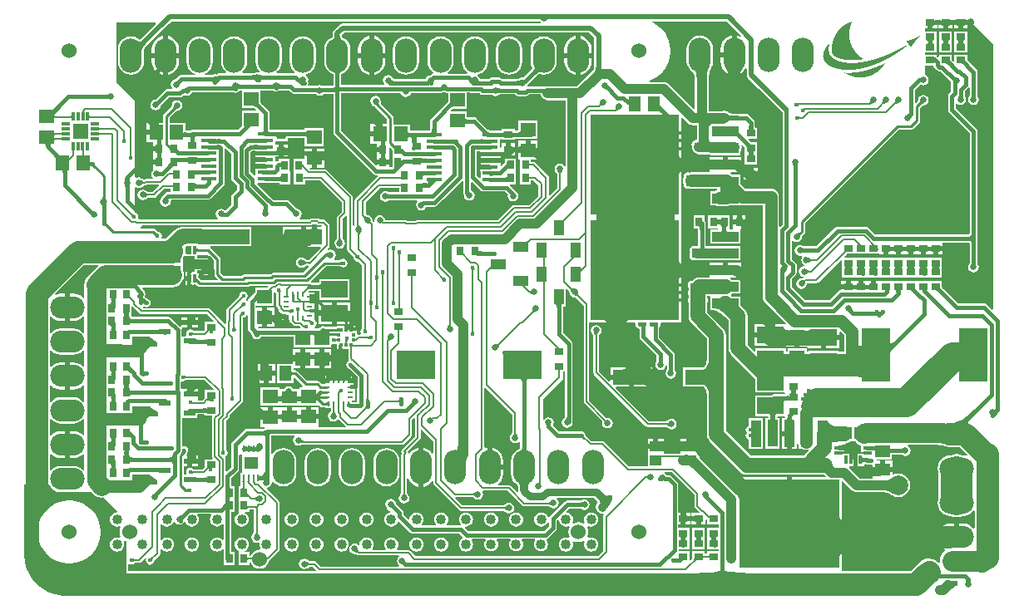
<source format=gtl>
G04*
G04 #@! TF.GenerationSoftware,Altium Limited,Altium Designer,18.0.7 (293)*
G04*
G04 Layer_Physical_Order=1*
G04 Layer_Color=255*
%FSLAX25Y25*%
%MOIN*%
G70*
G01*
G75*
%ADD13C,0.00984*%
%ADD15C,0.00394*%
%ADD17C,0.00600*%
%ADD18R,0.01063X0.02795*%
%ADD19R,0.05512X0.05118*%
%ADD20R,0.14764X0.05906*%
%ADD21R,0.02756X0.03543*%
%ADD22R,0.03543X0.02756*%
%ADD23R,0.05906X0.05118*%
%ADD24R,0.05906X0.05709*%
%ADD25R,0.05709X0.05906*%
%ADD26R,0.11417X0.21260*%
%ADD27R,0.06299X0.03937*%
%ADD28R,0.03937X0.06299*%
%ADD29R,0.01181X0.03347*%
%ADD30R,0.03347X0.01181*%
%ADD31R,0.05000X0.03150*%
%ADD32R,0.04000X0.10600*%
%ADD33R,0.40000X0.35200*%
%ADD34R,0.10600X0.04000*%
%ADD35R,0.35200X0.40000*%
%ADD36R,0.03150X0.05000*%
%ADD37R,0.06299X0.06299*%
%ADD38R,0.00984X0.01968*%
%ADD39R,0.01968X0.00984*%
%ADD40R,0.01378X0.01496*%
%ADD41R,0.06181X0.01614*%
%ADD42R,0.04764X0.02323*%
%ADD43R,0.04528X0.04134*%
%ADD44R,0.15748X0.11811*%
%ADD45R,0.03543X0.02756*%
%ADD46R,0.02756X0.03543*%
%ADD47R,0.05118X0.05906*%
%ADD48R,0.10600X0.06693*%
%ADD88C,0.04016*%
%ADD95C,0.07874*%
%ADD96C,0.06000*%
%ADD97C,0.03000*%
%ADD98C,0.05906*%
%ADD99C,0.08858*%
%ADD100C,0.04921*%
%ADD101C,0.01500*%
%ADD102C,0.03937*%
%ADD103C,0.31496*%
%ADD104C,0.00591*%
%ADD105C,0.06890*%
%ADD106C,0.05118*%
%ADD107C,0.01968*%
%ADD108C,0.00886*%
%ADD109C,0.07677*%
%ADD110C,0.11811*%
%ADD111C,0.05512*%
%ADD112C,0.08366*%
%ADD113C,0.12795*%
%ADD114O,0.08858X0.13780*%
%ADD115O,0.13780X0.08858*%
%ADD116C,0.02600*%
%ADD117C,0.01772*%
%ADD118C,0.07874*%
G36*
X343554Y419882D02*
X343419Y419878D01*
X343292Y419867D01*
X343174Y419848D01*
X343064Y419822D01*
X342963Y419789D01*
X342871Y419748D01*
X342787Y419699D01*
X342711Y419644D01*
X342644Y419580D01*
X342586Y419510D01*
X341535Y420906D01*
X341979Y421496D01*
X343472Y421850D01*
X343554Y419882D01*
D02*
G37*
G36*
X341090Y421496D02*
X341535Y420906D01*
X340484Y419510D01*
X340425Y419580D01*
X340358Y419644D01*
X340283Y419699D01*
X340199Y419748D01*
X340106Y419789D01*
X340005Y419822D01*
X339896Y419848D01*
X339777Y419867D01*
X339651Y419878D01*
X339515Y419882D01*
X339597Y421850D01*
X341090Y421496D01*
D02*
G37*
G36*
X510239Y419950D02*
X510284Y419845D01*
X510359Y419753D01*
X510464Y419672D01*
X510599Y419605D01*
X510764Y419549D01*
X510959Y419506D01*
X511037Y419495D01*
X511119Y419516D01*
X511229Y419553D01*
X511335Y419597D01*
X511438Y419651D01*
X511536Y419712D01*
X511631Y419781D01*
X511723Y419858D01*
X511795Y419095D01*
X512205D01*
X521457Y409842D01*
Y303479D01*
X520995Y303288D01*
X518834Y305448D01*
X518321Y305791D01*
X517717Y305911D01*
X507347D01*
X501547Y311712D01*
X501279Y311999D01*
X501092Y312230D01*
X500997Y312366D01*
Y312929D01*
X501000Y312946D01*
X500997Y312965D01*
Y314776D01*
X490932D01*
Y314776D01*
X486036D01*
Y314776D01*
X476394D01*
Y314976D01*
X474622D01*
Y312598D01*
X472622D01*
Y314976D01*
X470850D01*
Y314975D01*
X469504D01*
Y312597D01*
X467504D01*
Y314975D01*
X465732D01*
Y314975D01*
X464386D01*
Y312597D01*
X463386D01*
Y311597D01*
X461627D01*
Y311231D01*
X461612Y311348D01*
X461567Y311453D01*
X461492Y311545D01*
X461424Y311597D01*
X460615D01*
Y311223D01*
X460025Y311106D01*
X459512Y310763D01*
X455841Y307092D01*
X446033D01*
X442197Y310928D01*
X442197Y310929D01*
X440691Y312434D01*
Y315567D01*
X442234Y317110D01*
X442577Y317623D01*
X442697Y318228D01*
Y321143D01*
X442577Y321747D01*
X442234Y322260D01*
X440778Y323716D01*
Y330966D01*
X441278Y331113D01*
X441897Y330699D01*
X442717Y330536D01*
X443536Y330699D01*
X444231Y331163D01*
X444695Y331858D01*
X444780Y332288D01*
X444809Y332366D01*
X444835Y332527D01*
X444859Y332652D01*
X444921Y332890D01*
X444947Y332968D01*
X444976Y333037D01*
X445002Y333090D01*
X445016Y333113D01*
X445814Y333911D01*
X446099Y334338D01*
X446199Y334842D01*
Y338037D01*
X483641Y375479D01*
X488465D01*
X488969Y375579D01*
X489397Y375865D01*
X491814Y378282D01*
X492100Y378710D01*
X492200Y379214D01*
Y384235D01*
X493068Y385103D01*
X493091Y385116D01*
X493132Y385136D01*
X493311Y385203D01*
X493394Y385227D01*
X493662Y385285D01*
X493815Y385309D01*
X493893Y385338D01*
X494323Y385423D01*
X495018Y385888D01*
X495482Y386582D01*
X495645Y387402D01*
X495482Y388221D01*
X495018Y388916D01*
X494323Y389380D01*
X493504Y389543D01*
X492685Y389380D01*
X491990Y388916D01*
X491526Y388221D01*
X491440Y387791D01*
X491411Y387712D01*
X491386Y387552D01*
X491362Y387427D01*
X491299Y387188D01*
X491273Y387111D01*
X491244Y387041D01*
X491218Y386988D01*
X491205Y386966D01*
X490625Y386386D01*
X490163Y386577D01*
Y391471D01*
X492386Y393694D01*
X492685Y393494D01*
X493504Y393331D01*
X494323Y393494D01*
X495018Y393958D01*
X495482Y394653D01*
X495645Y395472D01*
X495482Y396292D01*
X495018Y396987D01*
X495079Y397047D01*
X494095Y398031D01*
Y401365D01*
X497492D01*
X497580Y400918D01*
X497923Y400406D01*
X498831Y399498D01*
X499344Y399155D01*
X499949Y399035D01*
X500305D01*
X504522Y394818D01*
Y390867D01*
X503829Y390173D01*
X503486Y389661D01*
X503366Y389056D01*
Y383440D01*
X503486Y382835D01*
X503829Y382322D01*
X512002Y374149D01*
Y333928D01*
X511980Y333801D01*
X511946Y333699D01*
X511912Y333635D01*
X511878Y333594D01*
X511837Y333561D01*
X511773Y333526D01*
X511672Y333493D01*
X511545Y333470D01*
X474269D01*
X471595Y336145D01*
X471082Y336487D01*
X470477Y336608D01*
X459043D01*
X459036Y336606D01*
X459030Y336608D01*
X458734Y336546D01*
X458438Y336487D01*
X458433Y336484D01*
X458426Y336482D01*
X458176Y336312D01*
X457925Y336145D01*
X457922Y336139D01*
X457916Y336136D01*
X450644Y328745D01*
X445700D01*
X445676Y328748D01*
X445607Y328760D01*
X445547Y328774D01*
X445497Y328790D01*
X445454Y328806D01*
X445418Y328823D01*
X445389Y328840D01*
X445336Y328876D01*
X445268Y328906D01*
X444913Y329143D01*
X444094Y329306D01*
X443274Y329143D01*
X442580Y328679D01*
X442115Y327984D01*
X441953Y327165D01*
X442115Y326345D01*
X442580Y325651D01*
X443274Y325186D01*
X444094Y325024D01*
X444619Y325128D01*
X444745Y325039D01*
X444998Y324694D01*
X444952Y324462D01*
X444674Y324047D01*
X444512Y323228D01*
X444674Y322408D01*
X445139Y321714D01*
X445722Y321323D01*
X445699Y321111D01*
X445592Y320827D01*
X444850Y320679D01*
X444155Y320215D01*
X443691Y319520D01*
X443528Y318701D01*
X443691Y317881D01*
X444155Y317187D01*
X444850Y316723D01*
X445388Y316616D01*
X445476Y316088D01*
X445460Y316078D01*
X445451Y316073D01*
X444600Y315905D01*
X444391Y315875D01*
X444309Y315846D01*
X443866Y315758D01*
X443171Y315294D01*
X442707Y314599D01*
X442544Y313779D01*
X442707Y312960D01*
X443171Y312265D01*
X443866Y311801D01*
X444685Y311638D01*
X445504Y311801D01*
X446199Y312265D01*
X446663Y312960D01*
X446751Y313404D01*
X446780Y313485D01*
X446812Y313706D01*
X446813Y313715D01*
X446826Y313779D01*
X447213Y314036D01*
X450591D01*
X450591Y314036D01*
X451020Y314121D01*
X451384Y314364D01*
X460353Y323334D01*
X460815Y323142D01*
Y319868D01*
Y316325D01*
X465958D01*
Y316325D01*
X471076D01*
Y316326D01*
X486011D01*
Y316326D01*
X491154D01*
Y316326D01*
X500997D01*
Y319869D01*
Y324225D01*
X490932D01*
Y324225D01*
X486036D01*
Y324225D01*
X471050D01*
Y324224D01*
X465932D01*
Y324224D01*
X461897D01*
X461705Y324686D01*
X462718Y325699D01*
X462749Y325726D01*
X462808Y325773D01*
X462810Y325774D01*
X465958D01*
Y325774D01*
X471076D01*
Y325775D01*
X475772D01*
Y325575D01*
X477543D01*
Y327953D01*
X479543D01*
Y325575D01*
X482465D01*
Y327953D01*
X484465D01*
Y325575D01*
X485811D01*
Y325575D01*
X487583D01*
Y327953D01*
X489583D01*
Y325575D01*
X491354D01*
Y325575D01*
X492504D01*
Y327953D01*
X494504D01*
Y325575D01*
X497425D01*
Y327953D01*
X498425D01*
Y328953D01*
X500185D01*
Y329319D01*
X500200Y329202D01*
X500245Y329097D01*
X500320Y329005D01*
X500388Y328953D01*
X501197D01*
Y330309D01*
X511545D01*
X511672Y330287D01*
X511773Y330253D01*
X511837Y330219D01*
X511878Y330185D01*
X511912Y330144D01*
X511946Y330080D01*
X511980Y329979D01*
X512002Y329852D01*
Y322078D01*
X511999Y322054D01*
X511987Y321986D01*
X511973Y321926D01*
X511957Y321876D01*
X511941Y321833D01*
X511924Y321797D01*
X511907Y321768D01*
X511871Y321715D01*
X511841Y321646D01*
X511604Y321292D01*
X511442Y320472D01*
X511604Y319653D01*
X512069Y318958D01*
X512763Y318494D01*
X513583Y318331D01*
X514402Y318494D01*
X515097Y318958D01*
X515561Y319653D01*
X515724Y320472D01*
X515561Y321292D01*
X515324Y321646D01*
X515294Y321715D01*
X515258Y321768D01*
X515241Y321797D01*
X515225Y321833D01*
X515208Y321876D01*
X515192Y321926D01*
X515178Y321986D01*
X515168Y322044D01*
X515163Y322094D01*
Y331890D01*
Y374803D01*
X515043Y375408D01*
X514700Y375921D01*
X506526Y384094D01*
Y385888D01*
X507026Y386034D01*
X507645Y385620D01*
X508465Y385457D01*
X509284Y385620D01*
X509979Y386084D01*
X510443Y386779D01*
X510606Y387598D01*
X510443Y388418D01*
X510206Y388772D01*
X510176Y388841D01*
X510140Y388894D01*
X510123Y388923D01*
X510106Y388959D01*
X510090Y389001D01*
X510074Y389052D01*
X510060Y389112D01*
X510050Y389170D01*
X510045Y389220D01*
Y391023D01*
X511502Y392480D01*
X511602Y392474D01*
X512002Y392317D01*
Y389204D01*
X511999Y389180D01*
X511987Y389112D01*
X511973Y389052D01*
X511957Y389001D01*
X511941Y388959D01*
X511924Y388923D01*
X511907Y388894D01*
X511871Y388841D01*
X511841Y388772D01*
X511604Y388418D01*
X511442Y387598D01*
X511604Y386779D01*
X512069Y386084D01*
X512763Y385620D01*
X513583Y385457D01*
X514402Y385620D01*
X515097Y386084D01*
X515561Y386779D01*
X515724Y387598D01*
X515561Y388418D01*
X515324Y388772D01*
X515294Y388841D01*
X515258Y388894D01*
X515241Y388923D01*
X515225Y388959D01*
X515208Y389001D01*
X515192Y389052D01*
X515178Y389112D01*
X515168Y389170D01*
X515163Y389220D01*
Y398622D01*
X515043Y399227D01*
X514700Y399740D01*
X511590Y402850D01*
X511332Y403127D01*
X511149Y403354D01*
X511036Y403514D01*
Y405721D01*
X505893D01*
Y403084D01*
X505393Y402951D01*
X505230Y403127D01*
X505046Y403354D01*
X504934Y403514D01*
Y405721D01*
X499790D01*
Y404736D01*
X499291Y404537D01*
X499188Y404647D01*
X498908Y404979D01*
X498832Y405083D01*
X498832Y405083D01*
Y405721D01*
X498038D01*
X498020Y405725D01*
X498001Y405721D01*
X494095D01*
Y406484D01*
X498832D01*
Y410617D01*
X498832D01*
Y414973D01*
X494095D01*
Y416323D01*
X495260D01*
Y418701D01*
X497260D01*
Y416323D01*
X499031D01*
Y417924D01*
X498755Y417895D01*
X498560Y417852D01*
X498394Y417797D01*
X498259Y417729D01*
X498154Y417649D01*
X498079Y417557D01*
X498034Y417452D01*
X498020Y417335D01*
Y420067D01*
X498034Y419950D01*
X498079Y419845D01*
X498154Y419753D01*
X498259Y419672D01*
X498394Y419605D01*
X498560Y419549D01*
X498755Y419506D01*
X498980Y419475D01*
X499234Y419457D01*
X499311Y419455D01*
X499388Y419457D01*
X499868Y419506D01*
X500063Y419549D01*
X500228Y419605D01*
X500363Y419672D01*
X500468Y419753D01*
X500543Y419845D01*
X500588Y419950D01*
X500603Y420067D01*
Y417335D01*
X500588Y417452D01*
X500543Y417557D01*
X500468Y417649D01*
X500363Y417729D01*
X500228Y417797D01*
X500063Y417852D01*
X499868Y417895D01*
X499643Y417926D01*
X499591Y417930D01*
Y416323D01*
X501362D01*
Y418701D01*
X503362D01*
Y416323D01*
X505134D01*
Y417924D01*
X504857Y417895D01*
X504662Y417852D01*
X504497Y417797D01*
X504362Y417729D01*
X504257Y417649D01*
X504182Y417557D01*
X504137Y417452D01*
X504122Y417335D01*
Y420067D01*
X504137Y419950D01*
X504182Y419845D01*
X504257Y419753D01*
X504362Y419672D01*
X504497Y419605D01*
X504662Y419549D01*
X504857Y419506D01*
X505082Y419475D01*
X505337Y419457D01*
X505413Y419455D01*
X505490Y419457D01*
X505970Y419506D01*
X506165Y419549D01*
X506330Y419605D01*
X506465Y419672D01*
X506570Y419753D01*
X506645Y419845D01*
X506690Y419950D01*
X506705Y420067D01*
Y417335D01*
X506690Y417452D01*
X506645Y417557D01*
X506570Y417649D01*
X506465Y417729D01*
X506330Y417797D01*
X506165Y417852D01*
X505970Y417895D01*
X505745Y417926D01*
X505693Y417930D01*
Y416323D01*
X507465D01*
Y418701D01*
X509465D01*
Y416323D01*
X511236D01*
Y417924D01*
X510959Y417895D01*
X510764Y417852D01*
X510599Y417797D01*
X510464Y417729D01*
X510359Y417649D01*
X510284Y417557D01*
X510239Y417452D01*
X510224Y417335D01*
Y420067D01*
X510239Y419950D01*
D02*
G37*
G36*
X420347Y413300D02*
X420064Y412877D01*
X419134Y413262D01*
X418717Y413317D01*
Y405512D01*
Y400447D01*
X421301D01*
X420994Y400053D01*
X420719Y399629D01*
X420477Y399175D01*
X420267Y398691D01*
X420089Y398176D01*
X420083Y398155D01*
X420455Y398309D01*
X421589Y399179D01*
X422287Y400089D01*
X422787Y399920D01*
Y397441D01*
X422787Y397441D01*
X422926Y396745D01*
X423320Y396155D01*
X427636Y391839D01*
X427636Y391839D01*
X437002Y382472D01*
Y337426D01*
X436158Y336582D01*
X435658Y336789D01*
Y348622D01*
X435546Y349473D01*
X435218Y350266D01*
X434695Y350948D01*
X434014Y351470D01*
X433220Y351799D01*
X432369Y351911D01*
X422031D01*
X420253Y353690D01*
Y357517D01*
X416796D01*
X416275Y357917D01*
X416292Y358147D01*
X416414Y358417D01*
X419502D01*
X419187Y358684D01*
X418541Y359135D01*
X417955Y359470D01*
X417428Y359692D01*
X416960Y359798D01*
X416550Y359790D01*
X416200Y359667D01*
X415908Y359429D01*
X416786Y360417D01*
X414153D01*
Y361417D01*
D01*
Y360417D01*
X408865D01*
Y359429D01*
X408825Y359470D01*
X408707Y359507D01*
X408510Y359540D01*
X408235Y359568D01*
X407853Y359585D01*
Y358417D01*
X407357Y358407D01*
X401599D01*
X401575Y358412D01*
X401550Y358407D01*
X400394D01*
X399698Y358315D01*
X399213Y358412D01*
X398555Y358281D01*
X397997Y357908D01*
X397625Y357351D01*
X397494Y356693D01*
X397501Y356656D01*
X397217Y355969D01*
X397105Y355118D01*
X397217Y354267D01*
X397501Y353581D01*
X397494Y353543D01*
X397625Y352886D01*
X397997Y352328D01*
X398555Y351955D01*
X399213Y351824D01*
X399698Y351921D01*
X400394Y351829D01*
X401550D01*
X401575Y351824D01*
X401599Y351829D01*
X410677D01*
X410777Y351329D01*
X410167Y351077D01*
X409829Y350817D01*
X408053D01*
Y345217D01*
X410560D01*
X410960Y345052D01*
X411811Y344940D01*
X414370D01*
X415221Y345052D01*
X415621Y345217D01*
X420253D01*
Y345217D01*
X420422Y345366D01*
X420669Y345333D01*
X429080D01*
Y308576D01*
X429193Y307724D01*
X429521Y306931D01*
X430044Y306250D01*
X438337Y297957D01*
X438130Y297457D01*
X433283D01*
Y293110D01*
Y288764D01*
X438501Y288764D01*
X438961Y288665D01*
X439043Y288665D01*
X441913D01*
Y289043D01*
X437571Y289776D01*
Y296445D01*
X437631Y296110D01*
X437808Y295811D01*
X438103Y295547D01*
X438516Y295319D01*
X439048Y295125D01*
X439697Y294967D01*
X440465Y294843D01*
X441351Y294755D01*
X443282Y294691D01*
X443472Y294693D01*
X447310Y294964D01*
X447724Y295065D01*
X448019Y295181D01*
X448196Y295313D01*
X448255Y295460D01*
Y288791D01*
X443913Y288783D01*
Y288665D01*
X446866D01*
X447243Y288369D01*
Y287779D01*
X452543D01*
Y292126D01*
X453543D01*
Y293126D01*
X459843D01*
Y294301D01*
X460305Y294493D01*
X461672Y293126D01*
Y286574D01*
X459643D01*
Y286824D01*
X447443D01*
Y286574D01*
X446666D01*
Y287906D01*
X439161D01*
Y286574D01*
X438383D01*
Y287808D01*
X426184D01*
Y286909D01*
X425722Y286718D01*
X423076Y289363D01*
Y300787D01*
X422948Y301767D01*
X422569Y302680D01*
X421968Y303464D01*
X420253Y305179D01*
Y308691D01*
X416703D01*
X416399Y308925D01*
X416386Y309414D01*
X416792Y309791D01*
X420253D01*
Y314940D01*
X419892Y315289D01*
X419770Y315391D01*
X416698D01*
X416177Y315791D01*
X416301Y316285D01*
X416304Y316291D01*
X418705D01*
X418458Y316500D01*
X417821Y316942D01*
X417238Y317274D01*
X416708Y317498D01*
X416231Y317613D01*
X415808Y317619D01*
X415438Y317516D01*
X415121Y317303D01*
X416194Y318291D01*
X414153D01*
Y319291D01*
D01*
Y318291D01*
X408865D01*
Y317303D01*
X408825Y317307D01*
X408707Y317310D01*
X407853Y317313D01*
Y316384D01*
X403937D01*
X402957Y316255D01*
X402044Y315877D01*
X401261Y315275D01*
X401040Y315054D01*
X400787Y315105D01*
X400130Y314974D01*
X399572Y314601D01*
X399199Y314044D01*
X399069Y313386D01*
X399199Y312728D01*
X399438Y312371D01*
X399364Y311811D01*
Y311141D01*
X399199Y310894D01*
X399069Y310236D01*
X399199Y309578D01*
X399364Y309331D01*
Y307992D01*
X399199Y307744D01*
X399069Y307087D01*
X399199Y306429D01*
X399364Y306182D01*
Y300787D01*
X399493Y299808D01*
X399650Y299430D01*
X399872Y298895D01*
X400473Y298111D01*
X406845Y291739D01*
Y284599D01*
X406833Y284147D01*
X406749Y283198D01*
X406613Y282381D01*
X406430Y281700D01*
X406209Y281157D01*
X405960Y280750D01*
X405697Y280466D01*
X405419Y280279D01*
X405103Y280168D01*
X404759Y280131D01*
X397283D01*
Y272625D01*
X404647D01*
X405104Y272577D01*
X405420Y272466D01*
X405698Y272280D01*
X405961Y271997D01*
X406209Y271591D01*
X406430Y271050D01*
X406613Y270370D01*
X406749Y269555D01*
X406833Y268607D01*
X406845Y268156D01*
Y253150D01*
X406974Y252170D01*
X407352Y251257D01*
X407953Y250473D01*
X420158Y238268D01*
X420942Y237667D01*
X421855Y237289D01*
X422835Y237160D01*
X446850D01*
X446949Y237173D01*
X447047Y237160D01*
X453634D01*
X453673Y237140D01*
X453796Y237066D01*
X453928Y236976D01*
X454354Y236610D01*
X454169Y236110D01*
X440764D01*
Y218510D01*
X459740D01*
Y221063D01*
X459829Y220221D01*
X460095Y219468D01*
X460538Y218804D01*
X460764Y218595D01*
Y234437D01*
X461226Y234628D01*
X464955Y230900D01*
X465533Y230456D01*
X466206Y230177D01*
X466929Y230082D01*
X477934D01*
X478004Y230079D01*
X478310Y230049D01*
X478610Y229999D01*
X478905Y229929D01*
X479196Y229839D01*
X479484Y229729D01*
X479769Y229598D01*
X480052Y229445D01*
X480332Y229270D01*
X480629Y229060D01*
X480688Y229034D01*
X481076Y228736D01*
X482228Y228259D01*
X483465Y228096D01*
X484701Y228259D01*
X485853Y228736D01*
X486843Y229496D01*
X487602Y230485D01*
X488080Y231637D01*
X488242Y232874D01*
X488080Y234111D01*
X487602Y235263D01*
X486843Y236252D01*
X485853Y237012D01*
X484701Y237489D01*
X483465Y237652D01*
X482228Y237489D01*
X481534Y237202D01*
X481118Y237479D01*
Y238173D01*
X477165D01*
X474233D01*
X474225Y236626D01*
X474210Y236631D01*
X474165Y236635D01*
X473985Y236642D01*
X473213Y236648D01*
Y235666D01*
X468086D01*
X463815Y239937D01*
X463825Y240056D01*
X463994Y240437D01*
X465339D01*
Y243110D01*
X463792D01*
Y245584D01*
X463370D01*
Y245783D01*
X462780D01*
Y245783D01*
X462319Y245879D01*
Y246519D01*
X461804Y246752D01*
X461984Y246759D01*
X462130Y246780D01*
X462243Y246815D01*
X462276Y246835D01*
X459646D01*
Y248835D01*
X462319D01*
Y249425D01*
X462526Y249839D01*
X462889Y249887D01*
X463802Y250265D01*
X464030Y250440D01*
X466366D01*
X466607Y250126D01*
X467596Y249367D01*
X468590Y248955D01*
Y247457D01*
X468390D01*
Y245879D01*
X467929Y245783D01*
Y245783D01*
X467339D01*
Y245584D01*
X466916D01*
Y243110D01*
Y240637D01*
X467339D01*
Y240437D01*
X467929D01*
Y240637D01*
X469698D01*
Y241076D01*
X470198Y241446D01*
X470472Y241391D01*
X470522Y241401D01*
X470867Y241333D01*
X471771D01*
X471782Y241325D01*
X472440Y241194D01*
X472713Y241248D01*
X473213Y240846D01*
Y240173D01*
X476165D01*
Y242732D01*
X474657D01*
X474628Y242794D01*
X474945Y243295D01*
X480918D01*
Y245270D01*
X484806D01*
X485401Y244872D01*
X486221Y244709D01*
X487040Y244872D01*
X487735Y245336D01*
X488199Y246031D01*
X488362Y246850D01*
X488199Y247670D01*
X487735Y248364D01*
X487275Y248672D01*
X487426Y249172D01*
X494301D01*
X498342Y249124D01*
X500436Y249012D01*
X500733Y248889D01*
X501581Y248778D01*
X502375Y248449D01*
X503740Y248269D01*
X504135D01*
X504430Y248230D01*
X508090D01*
X511132Y245189D01*
X510849Y244765D01*
X510717Y244819D01*
X509352Y244999D01*
X509236D01*
X508302Y245282D01*
X506892Y245422D01*
X505481Y245283D01*
X504546Y244999D01*
X504430D01*
X503065Y244819D01*
X501793Y244292D01*
X500701Y243454D01*
X499863Y242362D01*
X499336Y241090D01*
X499156Y239725D01*
X499336Y238360D01*
X499658Y237581D01*
X499657Y228087D01*
X499336Y227310D01*
X499156Y225945D01*
X499336Y224580D01*
X499863Y223308D01*
X500701Y222216D01*
X501793Y221378D01*
X503065Y220851D01*
X504044Y220722D01*
X504121Y220680D01*
X505478Y220269D01*
X506889Y220130D01*
X508300Y220269D01*
X509657Y220680D01*
X509735Y220722D01*
X510717Y220851D01*
X511989Y221378D01*
X513081Y222216D01*
X513517Y222784D01*
X514017Y222614D01*
Y215782D01*
X513544Y215621D01*
X513224Y216038D01*
X512090Y216908D01*
X510769Y217455D01*
X509352Y217642D01*
X507891D01*
Y212166D01*
X506891D01*
Y211166D01*
X499086D01*
X499141Y210749D01*
X499688Y209428D01*
X500558Y208294D01*
X501692Y207423D01*
X502185Y207220D01*
X502260Y206647D01*
X501564Y206113D01*
X500765Y205072D01*
X500263Y203860D01*
X500092Y202559D01*
X500160Y202045D01*
X499681Y201854D01*
X499610Y201951D01*
X498537Y202815D01*
X497278Y203371D01*
X495918Y203583D01*
X494549Y203436D01*
X493265Y202939D01*
X492153Y202127D01*
X492150Y202125D01*
X492149Y202124D01*
X492148Y202123D01*
X488438Y198581D01*
X461128D01*
X460764Y198910D01*
Y205815D01*
X460538Y205605D01*
X460095Y204941D01*
X459829Y204188D01*
X459740Y203346D01*
Y216510D01*
X439764D01*
Y217510D01*
X438764D01*
Y236110D01*
X421185D01*
X421265Y236042D01*
X422257Y235341D01*
X423145Y234828D01*
X423927Y234503D01*
X424605Y234367D01*
X425178Y234418D01*
X425646Y234658D01*
X426009Y235086D01*
X419788Y224628D01*
X420025Y225182D01*
X420117Y225798D01*
X420063Y226477D01*
X419863Y227218D01*
X419517Y228022D01*
X419026Y228888D01*
X418591Y229522D01*
X418264Y229386D01*
X405509Y242141D01*
X403669Y244002D01*
X403687Y244094D01*
X403556Y244752D01*
X403184Y245310D01*
X402772Y245585D01*
Y247524D01*
X399508D01*
X397256D01*
Y246469D01*
X397217Y246466D01*
X396244Y246462D01*
Y245610D01*
X389583Y245610D01*
Y247524D01*
X386319D01*
X383055D01*
Y245457D01*
X383255D01*
Y240504D01*
X382745D01*
X382745Y240504D01*
X382745Y240504D01*
X382283D01*
X382220Y240492D01*
X375491D01*
X365780Y250202D01*
X365417Y250446D01*
X364987Y250531D01*
X364987Y250531D01*
X360504D01*
X358589Y252446D01*
X358355Y252698D01*
X358145Y252954D01*
X358086Y253037D01*
X358048Y253098D01*
X358048Y253098D01*
X357956Y253557D01*
X357613Y254070D01*
X357101Y254413D01*
X356496Y254533D01*
X347505D01*
X345086Y256953D01*
X345285Y257252D01*
X345448Y258071D01*
X345285Y258890D01*
X344821Y259585D01*
X344127Y260049D01*
X343307Y260212D01*
X342488Y260049D01*
X341793Y259585D01*
X341647Y259367D01*
X341147Y259518D01*
Y267549D01*
X348755Y275157D01*
X349098Y275670D01*
X349218Y276275D01*
Y278173D01*
X349227Y278280D01*
X349253Y278434D01*
X349279Y278531D01*
X349798D01*
Y260063D01*
X349790Y260043D01*
X349774Y260014D01*
X349751Y259979D01*
X349717Y259937D01*
X349672Y259890D01*
X349613Y259837D01*
X349520Y259765D01*
X349490Y259729D01*
X349273Y259584D01*
X348809Y258890D01*
X348646Y258070D01*
X348809Y257251D01*
X349273Y256556D01*
X349967Y256092D01*
X350787Y255929D01*
X351606Y256092D01*
X352301Y256556D01*
X352765Y257251D01*
X352928Y258070D01*
X352884Y258289D01*
X352958Y258662D01*
Y289567D01*
X352838Y290172D01*
X352495Y290684D01*
X349021Y294159D01*
Y304358D01*
X349031Y304466D01*
X349057Y304623D01*
X349080Y304712D01*
X350209D01*
Y311527D01*
X350671Y311719D01*
X351397Y310994D01*
X351420Y310937D01*
X351495Y310711D01*
X351578Y310397D01*
X351672Y309984D01*
X351700Y309921D01*
X351761Y309613D01*
X352225Y308918D01*
X352920Y308454D01*
X353228Y308393D01*
X353291Y308365D01*
X353704Y308271D01*
X354018Y308188D01*
X354244Y308113D01*
X354300Y308090D01*
X357343Y305047D01*
Y266535D01*
X357343Y266535D01*
X357428Y266106D01*
X357671Y265742D01*
X364913Y258501D01*
X364788Y257874D01*
X364951Y257055D01*
X365415Y256360D01*
X366110Y255896D01*
X366929Y255733D01*
X367748Y255896D01*
X368443Y256360D01*
X368907Y257055D01*
X369070Y257874D01*
X368907Y258693D01*
X368443Y259388D01*
X367748Y259852D01*
X366929Y260015D01*
X366630Y259956D01*
X359586Y267000D01*
Y298291D01*
X366504D01*
X366457Y298369D01*
X366073Y298783D01*
X365630Y299079D01*
X365128Y299256D01*
X364567Y299315D01*
X376378D01*
X375817Y299256D01*
X375315Y299079D01*
X374872Y298783D01*
X374488Y298369D01*
X374441Y298291D01*
X377710D01*
X378075Y297791D01*
X378006Y297441D01*
X378136Y296783D01*
X378509Y296226D01*
X379067Y295853D01*
X379719Y295723D01*
Y292520D01*
X379839Y291915D01*
X380182Y291402D01*
X386609Y284975D01*
Y282905D01*
X386606Y282881D01*
X386594Y282813D01*
X386579Y282753D01*
X386564Y282702D01*
X386547Y282659D01*
X386530Y282624D01*
X386513Y282595D01*
X386477Y282542D01*
X386448Y282473D01*
X386211Y282119D01*
X386048Y281299D01*
X386211Y280480D01*
X386675Y279785D01*
X387370Y279321D01*
X388189Y279158D01*
X389008Y279321D01*
X389703Y279785D01*
X390167Y280480D01*
X390243Y280858D01*
X390742Y280809D01*
Y279362D01*
X390740Y279338D01*
X390727Y279270D01*
X390713Y279210D01*
X390698Y279159D01*
X390681Y279116D01*
X390664Y279081D01*
X390647Y279051D01*
X390611Y278999D01*
X390582Y278930D01*
X390345Y278575D01*
X390182Y277756D01*
X390345Y276937D01*
X390809Y276242D01*
X391504Y275778D01*
X392323Y275615D01*
X393142Y275778D01*
X393837Y276242D01*
X394301Y276937D01*
X394464Y277756D01*
X394301Y278575D01*
X394064Y278930D01*
X394035Y278999D01*
X393998Y279051D01*
X393982Y279081D01*
X393965Y279116D01*
X393948Y279159D01*
X393932Y279210D01*
X393918Y279270D01*
X393908Y279328D01*
X393903Y279378D01*
Y285236D01*
X393783Y285841D01*
X393440Y286354D01*
X387604Y292190D01*
Y296206D01*
X387633Y296226D01*
X388005Y296783D01*
X388136Y297441D01*
X388067Y297791D01*
X388432Y298291D01*
X396553D01*
Y316842D01*
X396525Y316831D01*
X396171Y316614D01*
X395895Y316358D01*
X395698Y316063D01*
X395580Y315728D01*
X395541Y315354D01*
Y318291D01*
X377953D01*
Y320291D01*
X395541D01*
Y323228D01*
X395580Y322854D01*
X395698Y322520D01*
X395895Y322224D01*
X396171Y321969D01*
X396525Y321752D01*
X396553Y321741D01*
Y340291D01*
X396553D01*
Y340417D01*
X396553D01*
Y359165D01*
X396525Y359154D01*
X396171Y358937D01*
X395895Y358681D01*
X395698Y358386D01*
X395580Y358051D01*
X395541Y357677D01*
Y360417D01*
X377953D01*
Y362417D01*
X395541D01*
Y365551D01*
X395580Y365177D01*
X395698Y364843D01*
X395895Y364547D01*
X396171Y364291D01*
X396525Y364075D01*
X396553Y364064D01*
Y380159D01*
X397015Y380350D01*
X399221Y378144D01*
X399799Y377700D01*
X400473Y377421D01*
X401196Y377326D01*
X402719D01*
Y371697D01*
X402362Y371404D01*
X401704Y371273D01*
X401147Y370900D01*
X400774Y370343D01*
X400643Y369685D01*
X400774Y369027D01*
X400795Y368996D01*
X400731Y368504D01*
X400826Y367781D01*
X401105Y367108D01*
X401548Y366529D01*
X402127Y366086D01*
X402800Y365807D01*
X403523Y365711D01*
X405394D01*
X406929Y365683D01*
X407830Y365620D01*
X408082Y365588D01*
Y365310D01*
X408876D01*
X408894Y365307D01*
X408913Y365310D01*
X408941D01*
X408954Y365309D01*
X408959Y365310D01*
X420283D01*
Y367044D01*
X420332Y367108D01*
X420611Y367781D01*
X420706Y368504D01*
X420620Y369154D01*
X420771Y369290D01*
X421073Y369409D01*
X421287Y369195D01*
X421555Y368907D01*
X421741Y368676D01*
X421837Y368541D01*
Y367978D01*
X421833Y367962D01*
X421837Y367942D01*
Y366129D01*
X421837D01*
X421837Y366127D01*
X421838Y365629D01*
Y361857D01*
X422102Y361602D01*
X426981D01*
Y365629D01*
X426981Y365957D01*
X426981D01*
X426980Y366129D01*
X426980D01*
Y370484D01*
X425121D01*
X425108Y370486D01*
X425102Y370484D01*
X424629D01*
X424533Y370539D01*
X424356Y370661D01*
X423949Y371003D01*
X423379Y371572D01*
X423571Y372034D01*
X426980D01*
Y376390D01*
X426051D01*
X426025Y376486D01*
X425999Y376641D01*
X425990Y376747D01*
Y378346D01*
X425870Y378951D01*
X425527Y379464D01*
X423558Y381433D01*
X423046Y381775D01*
X422441Y381895D01*
X418640D01*
X417639Y381937D01*
X416696Y382034D01*
X416345Y382095D01*
X416062Y382164D01*
X415865Y382231D01*
X415763Y382282D01*
X415756Y382287D01*
X415754Y382290D01*
X415176Y382733D01*
X414502Y383012D01*
X413779Y383107D01*
X413583Y383081D01*
X413386Y383107D01*
X412663Y383012D01*
X412418Y382910D01*
X407517D01*
Y396115D01*
X407520Y396301D01*
X407554Y396902D01*
X407690Y398043D01*
X407787Y398545D01*
X407907Y399024D01*
X408047Y399469D01*
X408207Y399882D01*
X408378Y400249D01*
X408505Y400414D01*
X409031Y401686D01*
X409211Y403051D01*
Y407972D01*
X409031Y409338D01*
X408505Y410610D01*
X407666Y411702D01*
X406574Y412540D01*
X405302Y413067D01*
X403937Y413247D01*
X402572Y413067D01*
X401300Y412540D01*
X400208Y411702D01*
X399369Y410610D01*
X398843Y409338D01*
X398663Y407972D01*
Y403051D01*
X398843Y401686D01*
X399369Y400414D01*
X400208Y399322D01*
X401300Y398484D01*
X401550Y398380D01*
X401651Y398056D01*
X401771Y397460D01*
X401921Y395831D01*
X401932Y395275D01*
Y383984D01*
X401470Y383793D01*
X391409Y393854D01*
X390830Y394298D01*
X390157Y394577D01*
X389434Y394672D01*
X383784D01*
X383684Y395172D01*
X385112Y395763D01*
X386542Y396589D01*
X387852Y397594D01*
X389020Y398762D01*
X390025Y400072D01*
X390851Y401502D01*
X391483Y403028D01*
X391910Y404623D01*
X392126Y406261D01*
X392126Y407087D01*
X392126Y407912D01*
X391910Y409550D01*
X391483Y411145D01*
X390851Y412671D01*
X390025Y414101D01*
X389020Y415411D01*
X387852Y416579D01*
X386542Y417584D01*
X385112Y418410D01*
X384781Y418547D01*
X384881Y419047D01*
X414601D01*
X420347Y413300D01*
D02*
G37*
G36*
X259655Y413610D02*
X259734Y412867D01*
X259802Y412566D01*
X259890Y412311D01*
X259998Y412102D01*
X260125Y411940D01*
X260272Y411824D01*
X260438Y411754D01*
X260624Y411731D01*
X256699D01*
X256885Y411754D01*
X257051Y411824D01*
X257198Y411940D01*
X257325Y412102D01*
X257433Y412311D01*
X257521Y412566D01*
X257589Y412867D01*
X257638Y413215D01*
X257667Y413610D01*
X257677Y414050D01*
X259646D01*
X259655Y413610D01*
D02*
G37*
G36*
X339782Y419037D02*
X339812Y419027D01*
X339829Y419020D01*
X339832Y419018D01*
X339855Y418990D01*
X339883Y418967D01*
X340021Y418761D01*
X340175Y418658D01*
X340023Y418158D01*
X260827D01*
X260131Y418019D01*
X260108Y418004D01*
X259540Y417625D01*
X259540Y417625D01*
X257375Y415460D01*
X256981Y414869D01*
X256842Y414173D01*
X256842Y414173D01*
Y413512D01*
X256827Y413303D01*
X256786Y413015D01*
X256735Y412790D01*
X256681Y412632D01*
X256669Y412610D01*
X256024Y412343D01*
X254932Y411505D01*
X254094Y410413D01*
X253567Y409141D01*
X253387Y407776D01*
Y402854D01*
X253567Y401489D01*
X254094Y400217D01*
X254932Y399125D01*
X256024Y398287D01*
X257001Y397882D01*
X257010Y397858D01*
X257043Y397714D01*
X257072Y397519D01*
X257082Y397380D01*
Y393574D01*
X257060Y393446D01*
X257026Y393345D01*
X256992Y393281D01*
X256958Y393240D01*
X256917Y393206D01*
X256853Y393172D01*
X256752Y393138D01*
X256625Y393116D01*
X252898D01*
X252758Y393133D01*
X252712Y393141D01*
X252676Y393150D01*
X252659Y393156D01*
X252638Y393167D01*
X252621Y393172D01*
X252603Y393178D01*
X252394Y393317D01*
X251575Y393480D01*
X250755Y393317D01*
X250547Y393178D01*
X250512Y393167D01*
X250491Y393156D01*
X250485Y393154D01*
X250373Y393129D01*
X250328Y393123D01*
X250216Y393116D01*
X247161D01*
X246894Y393616D01*
X246958Y393711D01*
X247078Y394316D01*
X246958Y394921D01*
X246923Y394972D01*
X247023Y395472D01*
X246860Y396292D01*
X246396Y396987D01*
X246035Y397228D01*
X246156Y397748D01*
X246247Y397760D01*
X247519Y398287D01*
X248611Y399125D01*
X249449Y400217D01*
X249976Y401489D01*
X250156Y402854D01*
Y407776D01*
X249976Y409141D01*
X249449Y410413D01*
X248611Y411505D01*
X247519Y412343D01*
X246247Y412870D01*
X244882Y413050D01*
X243517Y412870D01*
X242245Y412343D01*
X241152Y411505D01*
X240314Y410413D01*
X239787Y409141D01*
X239608Y407776D01*
Y402854D01*
X239787Y401489D01*
X240314Y400217D01*
X241152Y399125D01*
X241662Y398734D01*
X241492Y398234D01*
X234492D01*
X234322Y398734D01*
X234832Y399125D01*
X235670Y400217D01*
X236197Y401489D01*
X236377Y402854D01*
Y407776D01*
X236197Y409141D01*
X235670Y410413D01*
X234832Y411505D01*
X233739Y412343D01*
X232467Y412870D01*
X231102Y413050D01*
X229737Y412870D01*
X228465Y412343D01*
X227373Y411505D01*
X226535Y410413D01*
X226008Y409141D01*
X225828Y407776D01*
Y402854D01*
X226008Y401489D01*
X226535Y400217D01*
X227373Y399125D01*
X227461Y399057D01*
X227426Y398454D01*
X227394Y398435D01*
X226575Y398598D01*
X225755Y398435D01*
X225556Y398302D01*
X225531Y398295D01*
X225518Y398288D01*
X225485Y398280D01*
X225444Y398272D01*
X224887Y398234D01*
X220712D01*
X220543Y398734D01*
X221052Y399125D01*
X221890Y400217D01*
X222417Y401489D01*
X222597Y402854D01*
Y407776D01*
X222417Y409141D01*
X221890Y410413D01*
X221052Y411505D01*
X219960Y412343D01*
X218688Y412870D01*
X217323Y413050D01*
X215958Y412870D01*
X214686Y412343D01*
X213593Y411505D01*
X212755Y410413D01*
X212228Y409141D01*
X212049Y407776D01*
Y402854D01*
X212228Y401489D01*
X212755Y400217D01*
X213593Y399125D01*
X214103Y398734D01*
X213933Y398234D01*
X211615D01*
X211011Y398114D01*
X210498Y397771D01*
X210451Y397724D01*
X210448Y397723D01*
X210423Y397716D01*
X210386Y397710D01*
X210336Y397708D01*
X210271Y397710D01*
X210192Y397719D01*
X210073Y397741D01*
X209999Y397740D01*
X209646Y397810D01*
X208826Y397647D01*
X208618Y397508D01*
X208583Y397498D01*
X208562Y397486D01*
X208556Y397484D01*
X208444Y397460D01*
X208399Y397454D01*
X208286Y397446D01*
X205459D01*
X205359Y397947D01*
X206180Y398287D01*
X207273Y399125D01*
X208111Y400217D01*
X208638Y401489D01*
X208818Y402854D01*
Y407776D01*
X208638Y409141D01*
X208111Y410413D01*
X207273Y411505D01*
X206180Y412343D01*
X204908Y412870D01*
X203543Y413050D01*
X202178Y412870D01*
X200906Y412343D01*
X199814Y411505D01*
X198976Y410413D01*
X198449Y409141D01*
X198269Y407776D01*
Y402854D01*
X198449Y401489D01*
X198976Y400217D01*
X199814Y399125D01*
X200906Y398287D01*
X201728Y397947D01*
X201628Y397446D01*
X196063D01*
X195458Y397326D01*
X194946Y396984D01*
X194135Y396173D01*
X193885Y395800D01*
X193275Y395678D01*
X192580Y395214D01*
X192116Y394519D01*
X191953Y393700D01*
X192116Y392881D01*
X192529Y392262D01*
X192383Y391762D01*
X190576D01*
X189971Y391642D01*
X189458Y391299D01*
X185845Y387685D01*
X185826Y387671D01*
X185769Y387631D01*
X185716Y387598D01*
X185669Y387574D01*
X185627Y387555D01*
X185590Y387542D01*
X185558Y387533D01*
X185495Y387521D01*
X185425Y387494D01*
X185007Y387410D01*
X184312Y386946D01*
X184161Y386720D01*
D01*
X183848Y386252D01*
X183685Y385432D01*
X183848Y384613D01*
X184312Y383918D01*
X185007Y383454D01*
X185826Y383291D01*
X186646Y383454D01*
X187340Y383918D01*
X187805Y384613D01*
X187888Y385031D01*
X187916Y385101D01*
X187927Y385164D01*
X187936Y385196D01*
X187949Y385233D01*
X187968Y385275D01*
X187993Y385322D01*
X188025Y385374D01*
X188059Y385423D01*
X188091Y385462D01*
X191230Y388601D01*
X195552D01*
X196156Y388721D01*
X196669Y389064D01*
X197222Y389617D01*
X197606Y389360D01*
X198425Y389197D01*
X199245Y389360D01*
X199939Y389825D01*
X200203Y390220D01*
X200253Y390274D01*
X200317Y390378D01*
X200362Y390442D01*
X200402Y390490D01*
X200435Y390522D01*
X200460Y390541D01*
X200466Y390546D01*
X217194D01*
X217309Y390469D01*
X217913Y390349D01*
X218518Y390469D01*
X219031Y390812D01*
X219373Y391324D01*
X219380Y391358D01*
X220460D01*
Y384141D01*
X225503D01*
X225523Y384130D01*
X225706Y384002D01*
X226084Y383682D01*
X226073Y383503D01*
X225940Y383182D01*
X220460D01*
Y377026D01*
X218834Y375399D01*
X211174D01*
Y375426D01*
X210381D01*
X210362Y375430D01*
X210344Y375426D01*
X204223D01*
X204205Y375430D01*
X204193Y375427D01*
X204180Y375429D01*
X204071Y375426D01*
X203393D01*
Y375406D01*
X203182Y375399D01*
X200591D01*
X199986Y375279D01*
X199871Y375202D01*
X198300D01*
X198192Y375212D01*
X198035Y375238D01*
X197946Y375262D01*
Y378162D01*
X191425D01*
Y380406D01*
X193968Y382950D01*
X193982Y382957D01*
X194036Y382982D01*
X194112Y383010D01*
X194192Y383035D01*
X194620Y383130D01*
X194784Y383156D01*
X194863Y383185D01*
X195295Y383271D01*
X195990Y383735D01*
X196454Y384429D01*
X196617Y385249D01*
X196454Y386068D01*
X195990Y386763D01*
X195295Y387227D01*
X194476Y387390D01*
X193656Y387227D01*
X192962Y386763D01*
X192497Y386068D01*
X192412Y385637D01*
X192383Y385558D01*
X192355Y385379D01*
X192328Y385237D01*
X192264Y384973D01*
X192237Y384885D01*
X192208Y384809D01*
X192184Y384755D01*
X192176Y384742D01*
X189261Y381827D01*
X188987Y381416D01*
X188890Y380931D01*
Y378362D01*
X187024D01*
Y374410D01*
X186024D01*
Y373410D01*
X182169D01*
Y370457D01*
X184787D01*
Y368913D01*
X187165D01*
Y366913D01*
X184787D01*
Y365142D01*
X184827D01*
Y363598D01*
X185576D01*
X185609Y363618D01*
X185715Y363716D01*
X185790Y363828D01*
X185836Y363956D01*
X185851Y364098D01*
Y363598D01*
X187205D01*
Y361598D01*
X185851D01*
Y361098D01*
X185836Y361241D01*
X185790Y361368D01*
X185715Y361481D01*
X185609Y361578D01*
X185576Y361598D01*
X184827D01*
Y359827D01*
X184827Y359827D01*
X184827D01*
X184716Y359351D01*
X184694Y359336D01*
X184230Y358641D01*
X184067Y357822D01*
X184230Y357003D01*
X184694Y356308D01*
X184734Y356281D01*
X184582Y355781D01*
X181827D01*
X181397Y355696D01*
X181143Y355526D01*
X180570Y355899D01*
X180399Y356025D01*
X180321Y356062D01*
X179953Y356308D01*
X179133Y356471D01*
X178314Y356308D01*
X178059Y356138D01*
X177559Y356405D01*
Y387008D01*
X174409Y390158D01*
X170079Y394488D01*
Y418504D01*
X185750D01*
X185942Y418042D01*
X179935Y412036D01*
X179777Y411900D01*
X179559Y411737D01*
X179477Y411687D01*
X178621Y412343D01*
X177349Y412870D01*
X175984Y413050D01*
X174619Y412870D01*
X173347Y412343D01*
X172255Y411505D01*
X171417Y410413D01*
X170890Y409141D01*
X170710Y407776D01*
Y402854D01*
X170890Y401489D01*
X171417Y400217D01*
X172255Y399125D01*
X173347Y398287D01*
X174619Y397760D01*
X175984Y397580D01*
X177349Y397760D01*
X178621Y398287D01*
X179714Y399125D01*
X180552Y400217D01*
X181079Y401489D01*
X181258Y402854D01*
Y407776D01*
X181243Y407895D01*
X181277Y407975D01*
X181395Y408187D01*
X181552Y408420D01*
X181962Y408916D01*
X191086Y418041D01*
X192092Y419047D01*
X339740D01*
X339782Y419037D01*
D02*
G37*
G36*
X181747Y409883D02*
X181421Y409543D01*
X180897Y408909D01*
X180699Y408614D01*
X180543Y408334D01*
X180430Y408069D01*
X180360Y407819D01*
X180332Y407584D01*
X180346Y407364D01*
X180403Y407159D01*
X178829Y411139D01*
X178921Y410967D01*
X179038Y410848D01*
X179182Y410783D01*
X179351Y410771D01*
X179546Y410814D01*
X179768Y410910D01*
X180015Y411059D01*
X180288Y411263D01*
X180586Y411520D01*
X180911Y411830D01*
X181747Y409883D01*
D02*
G37*
G36*
X497012Y411429D02*
X497760D01*
X497617Y411414D01*
X497490Y411369D01*
X497377Y411294D01*
X497280Y411189D01*
X497197Y411054D01*
X497130Y410889D01*
X497086Y410725D01*
X497130Y410560D01*
X497197Y410393D01*
X497280Y410257D01*
X497377Y410151D01*
X497490Y410076D01*
X497617Y410031D01*
X497760Y410015D01*
X497012D01*
X497010Y409929D01*
X495510D01*
X495508Y410015D01*
X494760D01*
X494902Y410031D01*
X495030Y410076D01*
X495142Y410151D01*
X495240Y410257D01*
X495322Y410393D01*
X495390Y410560D01*
X495434Y410725D01*
X495390Y410889D01*
X495322Y411054D01*
X495240Y411189D01*
X495142Y411294D01*
X495030Y411369D01*
X494902Y411414D01*
X494760Y411429D01*
X495507D01*
X495510Y411527D01*
X497010D01*
X497012Y411429D01*
D02*
G37*
G36*
X492366Y413308D02*
X492331D01*
Y413273D01*
X492296D01*
Y413238D01*
X492262D01*
Y413168D01*
X492227D01*
Y413134D01*
X492192D01*
Y413099D01*
X492157D01*
Y413064D01*
X492122D01*
Y413029D01*
X492087D01*
Y412959D01*
X492052D01*
Y412924D01*
X492017D01*
Y412889D01*
X491982D01*
Y412855D01*
X491948D01*
Y412820D01*
X491913D01*
Y412785D01*
X491878D01*
Y412750D01*
X491843D01*
Y412715D01*
X491808D01*
Y412680D01*
X491773D01*
Y412610D01*
X491738D01*
Y412576D01*
X491703D01*
Y412541D01*
X491669D01*
Y412506D01*
X491634D01*
Y412471D01*
X491599D01*
Y412436D01*
X491564D01*
Y412401D01*
X491529D01*
Y412366D01*
X491494D01*
Y412331D01*
X491459D01*
Y412296D01*
X491424D01*
Y412262D01*
X491390D01*
Y412227D01*
X491355D01*
Y412192D01*
X491320D01*
Y412157D01*
X491285D01*
Y412122D01*
X491250D01*
Y412087D01*
X491180D01*
Y411983D01*
X491145D01*
Y411948D01*
X491110D01*
Y411913D01*
X491076D01*
Y411878D01*
X491041D01*
Y411843D01*
X491006D01*
Y411808D01*
X490971D01*
Y411773D01*
X490936D01*
Y411738D01*
X490901D01*
Y411704D01*
X490866D01*
Y411669D01*
X490831D01*
Y411634D01*
X490762D01*
Y411529D01*
X490727D01*
Y411494D01*
X490692D01*
Y411459D01*
X490657D01*
Y411424D01*
X490622D01*
Y411390D01*
X490587D01*
Y411355D01*
X490552D01*
Y411320D01*
X490518D01*
Y411285D01*
X490483D01*
Y411250D01*
X490448D01*
Y411215D01*
X490413D01*
Y411180D01*
X490343D01*
Y411145D01*
X490378D01*
Y411111D01*
X490343D01*
Y411076D01*
X490308D01*
Y411041D01*
X490273D01*
Y411006D01*
X490239D01*
Y410971D01*
X490204D01*
Y410936D01*
X490169D01*
Y410901D01*
X490134D01*
Y410866D01*
X490099D01*
Y410797D01*
X490064D01*
Y410762D01*
X490029D01*
Y410727D01*
X489994D01*
Y410692D01*
X489959D01*
Y410657D01*
X489924D01*
Y410587D01*
X489890D01*
Y410553D01*
X489855D01*
Y410518D01*
X489820D01*
Y410483D01*
X489785D01*
Y410448D01*
X489750D01*
Y410378D01*
X489715D01*
Y410343D01*
X489680D01*
Y410308D01*
X489645D01*
Y410274D01*
X489611D01*
Y410204D01*
X489576D01*
Y410169D01*
X489541D01*
Y410134D01*
X489506D01*
Y410064D01*
X489471D01*
Y410029D01*
X489436D01*
Y409994D01*
X489401D01*
Y409925D01*
X489366D01*
Y409890D01*
X489332D01*
Y409855D01*
X489297D01*
Y409785D01*
X489262D01*
Y409750D01*
X489227D01*
Y409681D01*
X489192D01*
Y409646D01*
X489157D01*
Y409576D01*
X489122D01*
Y409541D01*
X489087D01*
Y409471D01*
X489052D01*
Y409436D01*
X489018D01*
Y409367D01*
X488983D01*
Y409297D01*
X488948D01*
Y409262D01*
X488913D01*
Y409192D01*
X488878D01*
Y409123D01*
X488843D01*
Y409088D01*
X488808D01*
Y409018D01*
X488739D01*
Y408948D01*
X488704D01*
Y408878D01*
X488669D01*
Y408809D01*
X488634D01*
Y408774D01*
X488599D01*
Y408739D01*
X488529D01*
Y408774D01*
X488494D01*
Y408809D01*
X488425D01*
Y408843D01*
X488390D01*
Y408878D01*
X488355D01*
Y408913D01*
X488320D01*
Y408948D01*
X488285D01*
Y408983D01*
X488215D01*
Y409018D01*
X488180D01*
Y409053D01*
X488146D01*
Y409088D01*
X488111D01*
Y409157D01*
X488076D01*
Y409192D01*
X488041D01*
Y409227D01*
X488006D01*
Y409262D01*
X487971D01*
Y409297D01*
X487936D01*
Y409332D01*
X487901D01*
Y409402D01*
X487867D01*
Y409436D01*
X487832D01*
Y409471D01*
X487797D01*
Y409506D01*
X487762D01*
Y409576D01*
X487727D01*
Y409611D01*
X487692D01*
Y409646D01*
X487657D01*
Y409715D01*
X487622D01*
Y409750D01*
X487588D01*
Y409785D01*
X487553D01*
Y409855D01*
X487518D01*
Y409890D01*
X487483D01*
Y409925D01*
X487448D01*
Y409960D01*
X487483D01*
Y409994D01*
X487413D01*
Y410029D01*
X487378D01*
Y410064D01*
X487343D01*
Y410099D01*
X487378D01*
Y410134D01*
X487309D01*
Y410169D01*
X487274D01*
Y410204D01*
X487239D01*
Y410239D01*
X487274D01*
Y410274D01*
X487204D01*
Y410308D01*
X487169D01*
Y410343D01*
X487204D01*
Y410378D01*
X487134D01*
Y410413D01*
X487099D01*
Y410448D01*
X487134D01*
Y410483D01*
X487064D01*
Y410587D01*
X486995D01*
Y410692D01*
X486925D01*
Y410797D01*
X486890D01*
Y410901D01*
X486855D01*
Y411006D01*
X486890D01*
Y411041D01*
X486925D01*
Y411076D01*
X486995D01*
Y411111D01*
X487064D01*
Y411145D01*
X487134D01*
Y411180D01*
X487204D01*
Y411215D01*
X487343D01*
Y411250D01*
X487483D01*
Y411285D01*
X487588D01*
Y411320D01*
X487692D01*
Y411355D01*
X487832D01*
Y411390D01*
X487936D01*
Y411424D01*
X488076D01*
Y411459D01*
X488180D01*
Y411494D01*
X488285D01*
Y411529D01*
X488390D01*
Y411564D01*
X488494D01*
Y411599D01*
X488599D01*
Y411634D01*
X488739D01*
Y411669D01*
X488843D01*
Y411704D01*
X488913D01*
Y411738D01*
X489018D01*
Y411773D01*
X489087D01*
Y411808D01*
X489157D01*
Y411843D01*
X489262D01*
Y411878D01*
X489366D01*
Y411913D01*
X489436D01*
Y411948D01*
X489471D01*
Y411983D01*
X489576D01*
Y412017D01*
X489645D01*
Y412052D01*
X489715D01*
Y412087D01*
X489785D01*
Y412122D01*
X489855D01*
Y412157D01*
X489924D01*
Y412192D01*
X489994D01*
Y412227D01*
X490064D01*
Y412262D01*
X490134D01*
Y412296D01*
X490204D01*
Y412331D01*
X490273D01*
Y412366D01*
X490343D01*
Y412401D01*
X490413D01*
Y412436D01*
X490483D01*
Y412471D01*
X490552D01*
Y412506D01*
X490622D01*
Y412541D01*
X490692D01*
Y412576D01*
X490762D01*
Y412610D01*
X490831D01*
Y412645D01*
X490901D01*
Y412680D01*
X490971D01*
Y412715D01*
X491041D01*
Y412750D01*
X491110D01*
Y412785D01*
X491145D01*
Y412820D01*
X491215D01*
Y412855D01*
X491285D01*
Y412889D01*
X491355D01*
Y412924D01*
X491424D01*
Y412959D01*
X491494D01*
Y412994D01*
X491599D01*
Y413029D01*
X491669D01*
Y413064D01*
X491738D01*
Y413099D01*
X491808D01*
Y413134D01*
X491878D01*
Y413168D01*
X491948D01*
Y413203D01*
X492017D01*
Y413238D01*
X492087D01*
Y413273D01*
X492192D01*
Y413308D01*
X492262D01*
Y413343D01*
X492366D01*
Y413308D01*
D02*
G37*
G36*
X464986Y418819D02*
X464951D01*
Y418749D01*
X464916D01*
Y418680D01*
X464881D01*
Y418610D01*
X464846D01*
Y418540D01*
X464811D01*
Y418470D01*
X464776D01*
Y418366D01*
X464741D01*
Y418296D01*
X464707D01*
Y418226D01*
X464672D01*
Y418121D01*
X464637D01*
Y418052D01*
X464602D01*
Y417947D01*
X464567D01*
Y417877D01*
X464532D01*
Y417773D01*
X464497D01*
Y417668D01*
X464462D01*
Y417598D01*
X464427D01*
Y417494D01*
X464393D01*
Y417389D01*
X464358D01*
Y417284D01*
X464323D01*
Y417180D01*
X464288D01*
Y417075D01*
X464253D01*
Y416935D01*
X464218D01*
Y416831D01*
X464183D01*
Y416691D01*
X464148D01*
Y416552D01*
X464114D01*
Y416377D01*
X464079D01*
Y416238D01*
X464044D01*
Y416029D01*
X464009D01*
Y415854D01*
X463974D01*
Y415645D01*
X463939D01*
Y415401D01*
X463904D01*
Y415122D01*
X463869D01*
Y414703D01*
X463834D01*
Y414041D01*
X463800D01*
Y413168D01*
X463834D01*
Y412645D01*
X463869D01*
Y412296D01*
X463904D01*
Y412052D01*
X463939D01*
Y411843D01*
X463974D01*
Y411669D01*
X464009D01*
Y411529D01*
X464044D01*
Y411320D01*
X464079D01*
Y411180D01*
X464114D01*
Y411076D01*
X464148D01*
Y410936D01*
X464183D01*
Y410797D01*
X464218D01*
Y410657D01*
X464253D01*
Y410553D01*
X464288D01*
Y410413D01*
X464323D01*
Y410308D01*
X464358D01*
Y410204D01*
X464393D01*
Y410099D01*
X464427D01*
Y409994D01*
X464462D01*
Y409925D01*
X464497D01*
Y409820D01*
X464532D01*
Y409750D01*
X464567D01*
Y409646D01*
X464602D01*
Y409541D01*
X464637D01*
Y409471D01*
X464672D01*
Y409402D01*
X464707D01*
Y409297D01*
X464741D01*
Y409227D01*
X464776D01*
Y409157D01*
X464811D01*
Y409088D01*
X464846D01*
Y408983D01*
X464881D01*
Y408913D01*
X464916D01*
Y408843D01*
X464951D01*
Y408774D01*
X464986D01*
Y408704D01*
X465020D01*
Y408634D01*
X465055D01*
Y408530D01*
X465090D01*
Y408460D01*
X465125D01*
Y408425D01*
X465160D01*
Y408355D01*
X465195D01*
Y408285D01*
X465230D01*
Y408216D01*
X465265D01*
Y408181D01*
X465299D01*
Y408111D01*
X465334D01*
Y408041D01*
X465369D01*
Y408006D01*
X465404D01*
Y407936D01*
X465439D01*
Y407867D01*
X465474D01*
Y407832D01*
X465509D01*
Y407762D01*
X465544D01*
Y407727D01*
X465578D01*
Y407657D01*
X465613D01*
Y407588D01*
X465648D01*
Y407553D01*
X465683D01*
Y407518D01*
X465718D01*
Y407448D01*
X465753D01*
Y407413D01*
X465788D01*
Y407344D01*
X465823D01*
Y407309D01*
X465858D01*
Y407239D01*
X465892D01*
Y407204D01*
X465927D01*
Y407169D01*
X465962D01*
Y407099D01*
X465997D01*
Y407065D01*
X466032D01*
Y407030D01*
X466067D01*
Y406960D01*
X466102D01*
Y406925D01*
X466137D01*
Y406890D01*
X466171D01*
Y406820D01*
X466206D01*
Y406785D01*
X466241D01*
Y406751D01*
X466276D01*
Y406716D01*
X466311D01*
Y406681D01*
X466346D01*
Y406611D01*
X466381D01*
Y406576D01*
X466416D01*
Y406541D01*
X466450D01*
Y406506D01*
X466485D01*
Y406472D01*
X466520D01*
Y406402D01*
X466555D01*
Y406367D01*
X466590D01*
Y406332D01*
X466625D01*
Y406297D01*
X466660D01*
Y406262D01*
X466695D01*
Y406227D01*
X466729D01*
Y406193D01*
X466764D01*
Y406158D01*
X466799D01*
Y406123D01*
X466834D01*
Y406053D01*
X466869D01*
Y406018D01*
X466904D01*
Y405983D01*
X466939D01*
Y405948D01*
X466974D01*
Y405913D01*
X467008D01*
Y405879D01*
X467043D01*
Y405844D01*
X467078D01*
Y405809D01*
X467113D01*
Y405774D01*
X467148D01*
Y405739D01*
X467183D01*
Y405704D01*
X467218D01*
Y405669D01*
X467253D01*
Y405634D01*
X467288D01*
Y405600D01*
X467322D01*
Y405565D01*
X467357D01*
Y405530D01*
X467392D01*
Y405495D01*
X467427D01*
Y405460D01*
X467462D01*
Y405425D01*
X467497D01*
Y405390D01*
X467532D01*
Y405355D01*
X467567D01*
Y405321D01*
X467601D01*
Y405286D01*
X467636D01*
Y405251D01*
X467671D01*
Y405216D01*
X467706D01*
Y405181D01*
X467741D01*
Y405146D01*
X467776D01*
Y405111D01*
X467811D01*
Y405076D01*
X467846D01*
Y405042D01*
X467915D01*
Y405007D01*
X467950D01*
Y404972D01*
X467985D01*
Y404937D01*
X468020D01*
Y404902D01*
X468055D01*
Y404867D01*
X468090D01*
Y404832D01*
X468125D01*
Y404797D01*
X468159D01*
Y404763D01*
X468264D01*
Y404728D01*
X468299D01*
Y404693D01*
X468369D01*
Y404658D01*
X468404D01*
Y404623D01*
X468439D01*
Y404588D01*
X468508D01*
Y404553D01*
X468543D01*
Y404518D01*
X468578D01*
Y404484D01*
X468648D01*
Y404449D01*
X468683D01*
Y404414D01*
X468718D01*
Y404379D01*
X468787D01*
Y404344D01*
X468822D01*
Y404309D01*
X468857D01*
Y404274D01*
X468892D01*
Y404239D01*
X468962D01*
Y404204D01*
X468997D01*
Y404170D01*
X469066D01*
Y404135D01*
X469101D01*
Y404100D01*
X469171D01*
Y404065D01*
X469206D01*
Y404030D01*
X469276D01*
Y403995D01*
X469311D01*
Y403960D01*
X469380D01*
Y403925D01*
X469450D01*
Y403891D01*
X469555D01*
Y403856D01*
X469485D01*
Y403821D01*
X469311D01*
Y403786D01*
X469101D01*
Y403751D01*
X468892D01*
Y403716D01*
X468683D01*
Y403681D01*
X468473D01*
Y403646D01*
X468229D01*
Y403612D01*
X467950D01*
Y403577D01*
X467706D01*
Y403542D01*
X467427D01*
Y403507D01*
X467043D01*
Y403472D01*
X466625D01*
Y403437D01*
X465997D01*
Y403402D01*
X464009D01*
Y403437D01*
X463451D01*
Y403472D01*
X463067D01*
Y403507D01*
X462753D01*
Y403542D01*
X462439D01*
Y403577D01*
X462195D01*
Y403612D01*
X461986D01*
Y403646D01*
X461811D01*
Y403681D01*
X461602D01*
Y403716D01*
X461393D01*
Y403751D01*
X461253D01*
Y403786D01*
X461114D01*
Y403821D01*
X460974D01*
Y403856D01*
X460835D01*
Y403891D01*
X460660D01*
Y403925D01*
X460521D01*
Y403960D01*
X460416D01*
Y403995D01*
X460277D01*
Y404030D01*
X460172D01*
Y404065D01*
X460067D01*
Y404100D01*
X459928D01*
Y404135D01*
X459823D01*
Y404170D01*
X459719D01*
Y404204D01*
X459649D01*
Y404239D01*
X459544D01*
Y404274D01*
X459440D01*
Y404309D01*
X459370D01*
Y404344D01*
X459265D01*
Y404379D01*
X459195D01*
Y404414D01*
X459126D01*
Y404449D01*
X459021D01*
Y404484D01*
X458951D01*
Y404518D01*
X458882D01*
Y404553D01*
X458812D01*
Y404588D01*
X458742D01*
Y404623D01*
X458672D01*
Y404658D01*
X458603D01*
Y404693D01*
X458533D01*
Y404728D01*
X458463D01*
Y404763D01*
X458428D01*
Y404797D01*
X458358D01*
Y404832D01*
X458289D01*
Y404867D01*
X458219D01*
Y404902D01*
X458184D01*
Y404937D01*
X458114D01*
Y404972D01*
X458079D01*
Y405007D01*
X458009D01*
Y405042D01*
X457975D01*
Y405076D01*
X457905D01*
Y405111D01*
X457870D01*
Y405146D01*
X457835D01*
Y405181D01*
X457765D01*
Y405216D01*
X457730D01*
Y405251D01*
X457696D01*
Y405286D01*
X457661D01*
Y405321D01*
X457591D01*
Y405355D01*
X457556D01*
Y405390D01*
X457521D01*
Y405425D01*
X457486D01*
Y405460D01*
X457451D01*
Y405495D01*
X457417D01*
Y405530D01*
X457382D01*
Y405565D01*
X457347D01*
Y405600D01*
X457312D01*
Y405634D01*
X457277D01*
Y405669D01*
X457242D01*
Y405739D01*
X457207D01*
Y405774D01*
X457172D01*
Y405809D01*
X457137D01*
Y405879D01*
X457103D01*
Y405913D01*
X457068D01*
Y405983D01*
X457033D01*
Y406018D01*
X456998D01*
Y406088D01*
X456963D01*
Y406158D01*
X456928D01*
Y406297D01*
X456893D01*
Y406576D01*
X456858D01*
Y406960D01*
X456824D01*
Y408599D01*
X456858D01*
Y409018D01*
X456893D01*
Y409367D01*
X456928D01*
Y409681D01*
X456963D01*
Y409925D01*
X456998D01*
Y410134D01*
X457033D01*
Y410308D01*
X457068D01*
Y410483D01*
X457103D01*
Y410622D01*
X457137D01*
Y410797D01*
X457172D01*
Y410901D01*
X457207D01*
Y411041D01*
X457242D01*
Y411145D01*
X457277D01*
Y411285D01*
X457312D01*
Y411390D01*
X457347D01*
Y411494D01*
X457382D01*
Y411634D01*
X457417D01*
Y411704D01*
X457451D01*
Y411773D01*
X457486D01*
Y411878D01*
X457521D01*
Y411948D01*
X457556D01*
Y412052D01*
X457591D01*
Y412157D01*
X457626D01*
Y412227D01*
X457661D01*
Y412331D01*
X457696D01*
Y412401D01*
X457730D01*
Y412471D01*
X457765D01*
Y412541D01*
X457800D01*
Y412645D01*
X457835D01*
Y412715D01*
X457870D01*
Y412785D01*
X457905D01*
Y412855D01*
X457940D01*
Y412924D01*
X457975D01*
Y412994D01*
X458009D01*
Y413064D01*
X458044D01*
Y413134D01*
X458079D01*
Y413203D01*
X458114D01*
Y413238D01*
X458079D01*
Y413273D01*
X458149D01*
Y413308D01*
X458114D01*
Y413343D01*
X458149D01*
Y413378D01*
X458219D01*
Y413413D01*
X458184D01*
Y413448D01*
X458254D01*
Y413482D01*
X458219D01*
Y413517D01*
X458289D01*
Y413552D01*
X458254D01*
Y413587D01*
X458323D01*
Y413622D01*
X458289D01*
Y413657D01*
X458358D01*
Y413692D01*
X458323D01*
Y413727D01*
X458358D01*
Y413762D01*
X458428D01*
Y413796D01*
X458393D01*
Y413831D01*
X458463D01*
Y413866D01*
X458428D01*
Y413901D01*
X458463D01*
Y413936D01*
X458498D01*
Y413971D01*
X458533D01*
Y414041D01*
X458568D01*
Y414075D01*
X458603D01*
Y414145D01*
X458637D01*
Y414180D01*
X458672D01*
Y414250D01*
X458707D01*
Y414285D01*
X458742D01*
Y414354D01*
X458777D01*
Y414389D01*
X458812D01*
Y414459D01*
X458847D01*
Y414494D01*
X458882D01*
Y414564D01*
X458916D01*
Y414599D01*
X458951D01*
Y414634D01*
X458986D01*
Y414703D01*
X459021D01*
Y414738D01*
X459056D01*
Y414773D01*
X459091D01*
Y414843D01*
X459126D01*
Y414878D01*
X459161D01*
Y414913D01*
X459195D01*
Y414947D01*
X459230D01*
Y415017D01*
X459265D01*
Y415052D01*
X459300D01*
Y415087D01*
X459335D01*
Y415157D01*
X459405D01*
Y415192D01*
X459440D01*
Y415226D01*
X459475D01*
Y415261D01*
X459509D01*
Y415296D01*
X459544D01*
Y415331D01*
X459579D01*
Y415401D01*
X459614D01*
Y415436D01*
X459649D01*
Y415471D01*
X459684D01*
Y415506D01*
X459719D01*
Y415540D01*
X459754D01*
Y415575D01*
X459788D01*
Y415610D01*
X459823D01*
Y415645D01*
X459858D01*
Y415715D01*
X459893D01*
Y415750D01*
X459928D01*
Y415785D01*
X459963D01*
Y415819D01*
X459998D01*
Y415854D01*
X460033D01*
Y415889D01*
X460067D01*
Y415924D01*
X460102D01*
Y415959D01*
X460137D01*
Y415994D01*
X460172D01*
Y416029D01*
X460207D01*
Y416063D01*
X460242D01*
Y416098D01*
X460277D01*
Y416133D01*
X460312D01*
Y416168D01*
X460347D01*
Y416203D01*
X460381D01*
Y416238D01*
X460416D01*
Y416273D01*
X460451D01*
Y416308D01*
X460486D01*
Y416343D01*
X460521D01*
Y416377D01*
X460556D01*
Y416412D01*
X460591D01*
Y416447D01*
X460626D01*
Y416482D01*
X460695D01*
Y416517D01*
X460730D01*
Y416552D01*
X460765D01*
Y416587D01*
X460800D01*
Y416622D01*
X460835D01*
Y416656D01*
X460870D01*
Y416691D01*
X460905D01*
Y416726D01*
X460974D01*
Y416761D01*
X461009D01*
Y416796D01*
X461044D01*
Y416831D01*
X461079D01*
Y416866D01*
X461114D01*
Y416901D01*
X461149D01*
Y416935D01*
X461184D01*
Y416970D01*
X461219D01*
Y417005D01*
X461288D01*
Y417040D01*
X461323D01*
Y417075D01*
X461358D01*
Y417110D01*
X461428D01*
Y417145D01*
X461463D01*
Y417180D01*
X461497D01*
Y417215D01*
X461567D01*
Y417249D01*
X461602D01*
Y417284D01*
X461637D01*
Y417319D01*
X461707D01*
Y417354D01*
X461742D01*
Y417389D01*
X461811D01*
Y417424D01*
X461846D01*
Y417459D01*
X461916D01*
Y417494D01*
X461951D01*
Y417528D01*
X462021D01*
Y417563D01*
X462056D01*
Y417598D01*
X462125D01*
Y417633D01*
X462160D01*
Y417668D01*
X462230D01*
Y417703D01*
X462265D01*
Y417738D01*
X462335D01*
Y417773D01*
X462404D01*
Y417807D01*
X462439D01*
Y417842D01*
X462509D01*
Y417877D01*
X462579D01*
Y417912D01*
X462648D01*
Y417947D01*
X462683D01*
Y417982D01*
X462753D01*
Y418017D01*
X462823D01*
Y418052D01*
X462893D01*
Y418086D01*
X462962D01*
Y418121D01*
X463032D01*
Y418156D01*
X463067D01*
Y418191D01*
X463137D01*
Y418226D01*
X463207D01*
Y418261D01*
X463311D01*
Y418296D01*
X463381D01*
Y418331D01*
X463451D01*
Y418366D01*
X463520D01*
Y418400D01*
X463590D01*
Y418435D01*
X463660D01*
Y418470D01*
X463765D01*
Y418505D01*
X463834D01*
Y418540D01*
X463939D01*
Y418575D01*
X464079D01*
Y418610D01*
X464148D01*
Y418645D01*
X464253D01*
Y418680D01*
X464358D01*
Y418714D01*
X464427D01*
Y418749D01*
X464532D01*
Y418784D01*
X464637D01*
Y418819D01*
X464776D01*
Y418854D01*
X464881D01*
Y418889D01*
X464986D01*
Y418819D01*
D02*
G37*
G36*
X498035Y404838D02*
X498081Y404742D01*
X498159Y404620D01*
X498268Y404473D01*
X498578Y404104D01*
X499276Y403362D01*
X499571Y403065D01*
X498510Y402004D01*
X498417Y402094D01*
X498260Y402226D01*
X498196Y402267D01*
X498142Y402293D01*
X498098Y402302D01*
X498064Y402295D01*
X498039Y402272D01*
X498024Y402233D01*
X498020Y402177D01*
Y404909D01*
X498035Y404838D01*
D02*
G37*
G36*
X510120Y403995D02*
X510072Y403865D01*
X510068Y403711D01*
X510109Y403534D01*
X510194Y403334D01*
X510323Y403110D01*
X510497Y402863D01*
X510715Y402592D01*
X511285Y401980D01*
X510027Y401117D01*
X509727Y401406D01*
X509186Y401863D01*
X508945Y402031D01*
X508723Y402159D01*
X508521Y402246D01*
X508338Y402292D01*
X508174Y402299D01*
X508031Y402264D01*
X507906Y402189D01*
X510212Y404102D01*
X510120Y403995D01*
D02*
G37*
G36*
X504017D02*
X503969Y403865D01*
X503966Y403711D01*
X504006Y403534D01*
X504091Y403334D01*
X504221Y403110D01*
X504395Y402863D01*
X504613Y402592D01*
X505183Y401980D01*
X503925Y401117D01*
X503625Y401406D01*
X503084Y401863D01*
X502843Y402031D01*
X502621Y402159D01*
X502418Y402246D01*
X502235Y402292D01*
X502072Y402299D01*
X501928Y402264D01*
X501804Y402189D01*
X504110Y404102D01*
X504017Y403995D01*
D02*
G37*
G36*
X455847Y410064D02*
X455882D01*
Y410029D01*
X455812D01*
Y409855D01*
X455777D01*
Y409681D01*
X455742D01*
Y409506D01*
X455708D01*
Y409262D01*
X455673D01*
Y409053D01*
X455708D01*
Y408983D01*
X455673D01*
Y409018D01*
X455638D01*
Y408669D01*
X455673D01*
Y408599D01*
X455603D01*
Y408076D01*
X455638D01*
Y407518D01*
X455603D01*
Y407099D01*
X455638D01*
Y406785D01*
X455673D01*
Y406506D01*
X455708D01*
Y406332D01*
X455742D01*
Y406158D01*
X455777D01*
Y406018D01*
X455812D01*
Y405913D01*
X455847D01*
Y405844D01*
X455882D01*
Y405739D01*
X455917D01*
Y405669D01*
X455952D01*
Y405634D01*
X455986D01*
Y405565D01*
X456021D01*
Y405495D01*
X456056D01*
Y405425D01*
X456091D01*
Y405390D01*
X456126D01*
Y405321D01*
X456161D01*
Y405286D01*
X456196D01*
Y405216D01*
X456265D01*
Y405146D01*
X456335D01*
Y405076D01*
X456370D01*
Y405007D01*
X456405D01*
Y404972D01*
X456440D01*
Y404937D01*
X456510D01*
Y404867D01*
X456545D01*
Y404832D01*
X456579D01*
Y404797D01*
X456649D01*
Y404763D01*
X456684D01*
Y404728D01*
X456719D01*
Y404693D01*
X456754D01*
Y404658D01*
X456789D01*
Y404623D01*
X456824D01*
Y404588D01*
X456893D01*
Y404518D01*
X456928D01*
Y404484D01*
X456963D01*
Y404449D01*
X456998D01*
Y404414D01*
X457068D01*
Y404379D01*
X457103D01*
Y404344D01*
X457137D01*
Y404309D01*
X457172D01*
Y404274D01*
X457242D01*
Y404239D01*
X457312D01*
Y404204D01*
X457382D01*
Y404135D01*
X457417D01*
Y404100D01*
X457486D01*
Y404065D01*
X457521D01*
Y404030D01*
X457591D01*
Y403995D01*
X457661D01*
Y403960D01*
X457696D01*
Y403925D01*
X457765D01*
Y403891D01*
X457835D01*
Y403856D01*
X457870D01*
Y403821D01*
X457940D01*
Y403786D01*
X457975D01*
Y403751D01*
X458044D01*
Y403716D01*
X458114D01*
Y403681D01*
X458184D01*
Y403646D01*
X458254D01*
Y403612D01*
X458323D01*
Y403577D01*
X458393D01*
Y403542D01*
X458463D01*
Y403507D01*
X458533D01*
Y403542D01*
X458568D01*
Y403507D01*
X458603D01*
Y403437D01*
X458672D01*
Y403402D01*
X458777D01*
Y403367D01*
X458847D01*
Y403332D01*
X458951D01*
Y403298D01*
X459056D01*
Y403263D01*
X459126D01*
Y403228D01*
X459230D01*
Y403193D01*
X459335D01*
Y403158D01*
X459405D01*
Y403123D01*
X459509D01*
Y403088D01*
X459649D01*
Y403053D01*
X459754D01*
Y403019D01*
X459858D01*
Y402984D01*
X459963D01*
Y402949D01*
X460102D01*
Y402914D01*
X460207D01*
Y402879D01*
X460347D01*
Y402844D01*
X460486D01*
Y402809D01*
X460626D01*
Y402774D01*
X460765D01*
Y402809D01*
X460800D01*
Y402739D01*
X460939D01*
Y402705D01*
X461114D01*
Y402670D01*
X461288D01*
Y402635D01*
X461497D01*
Y402600D01*
X461672D01*
Y402565D01*
X461881D01*
Y402530D01*
X462021D01*
Y402565D01*
X462090D01*
Y402495D01*
X462369D01*
Y402460D01*
X462648D01*
Y402426D01*
X462997D01*
Y402391D01*
X463381D01*
Y402356D01*
X463765D01*
Y402391D01*
X463939D01*
Y402321D01*
X465020D01*
Y402356D01*
X465299D01*
Y402321D01*
X466032D01*
Y402391D01*
X466311D01*
Y402356D01*
X466660D01*
Y402391D01*
X467078D01*
Y402426D01*
X467462D01*
Y402460D01*
X467776D01*
Y402495D01*
X468090D01*
Y402565D01*
X468125D01*
Y402530D01*
X468369D01*
Y402600D01*
X468404D01*
Y402565D01*
X468613D01*
Y402635D01*
X468648D01*
Y402600D01*
X468822D01*
Y402670D01*
X468857D01*
Y402635D01*
X469031D01*
Y402670D01*
X468997D01*
Y402705D01*
X469066D01*
Y402670D01*
X469241D01*
Y402705D01*
X469206D01*
Y402739D01*
X469276D01*
Y402705D01*
X469415D01*
Y402774D01*
X469485D01*
Y402739D01*
X469625D01*
Y402774D01*
X469799D01*
Y402844D01*
X469834D01*
Y402809D01*
X469973D01*
Y402879D01*
X470008D01*
Y402844D01*
X470148D01*
Y402914D01*
X470183D01*
Y402879D01*
X470357D01*
Y402914D01*
X470531D01*
Y402949D01*
X470706D01*
Y402984D01*
X470845D01*
Y403019D01*
X471020D01*
Y403053D01*
X471159D01*
Y403123D01*
X471194D01*
Y403088D01*
X471334D01*
Y403123D01*
X471473D01*
Y403158D01*
X471648D01*
Y403193D01*
X471787D01*
Y403228D01*
X471927D01*
Y403263D01*
X472066D01*
Y403298D01*
X472171D01*
Y403332D01*
X472310D01*
Y403367D01*
X472450D01*
Y403402D01*
X472589D01*
Y403437D01*
X472729D01*
Y403472D01*
X472868D01*
Y403507D01*
X472973D01*
Y403542D01*
X473112D01*
Y403577D01*
X473252D01*
Y403612D01*
X473391D01*
Y403646D01*
X473496D01*
Y403681D01*
X473636D01*
Y403716D01*
X473775D01*
Y403751D01*
X473880D01*
Y403786D01*
X473984D01*
Y403821D01*
X474124D01*
Y403856D01*
X474229D01*
Y403891D01*
X474333D01*
Y403925D01*
X474473D01*
Y403960D01*
X474577D01*
Y403995D01*
X474682D01*
Y404030D01*
X474787D01*
Y404065D01*
X474926D01*
Y404100D01*
X475031D01*
Y404135D01*
X475136D01*
Y404170D01*
X475240D01*
Y404204D01*
X475345D01*
Y404239D01*
X475449D01*
Y404274D01*
X475589D01*
Y404309D01*
X475694D01*
Y404344D01*
X475798D01*
Y404379D01*
X475903D01*
Y404414D01*
X475973D01*
Y404449D01*
X476077D01*
Y404484D01*
X476182D01*
Y404518D01*
X476287D01*
Y404553D01*
X476391D01*
Y404588D01*
X476496D01*
Y404623D01*
X476566D01*
Y404658D01*
X476635D01*
Y404693D01*
X476740D01*
Y404728D01*
X476914D01*
Y404763D01*
X477019D01*
Y404797D01*
X477124D01*
Y404832D01*
X477228D01*
Y404867D01*
X477333D01*
Y404902D01*
X477403D01*
Y404937D01*
X477507D01*
Y404972D01*
X477612D01*
Y405007D01*
X477717D01*
Y405042D01*
X477786D01*
Y405076D01*
X477891D01*
Y405111D01*
X477961D01*
Y405146D01*
X478065D01*
Y405181D01*
X478135D01*
Y405216D01*
X478240D01*
Y405251D01*
X478310D01*
Y405286D01*
X478414D01*
Y405321D01*
X478484D01*
Y405355D01*
X478589D01*
Y405390D01*
X478658D01*
Y405425D01*
X478763D01*
Y405460D01*
X478833D01*
Y405495D01*
X478902D01*
Y405530D01*
X479007D01*
Y405565D01*
X479042D01*
Y405600D01*
X479147D01*
Y405634D01*
X479216D01*
Y405669D01*
X479286D01*
Y405704D01*
X479391D01*
Y405739D01*
X479461D01*
Y405774D01*
X479530D01*
Y405809D01*
X479635D01*
Y405844D01*
X479705D01*
Y405879D01*
X479809D01*
Y405913D01*
X479879D01*
Y405948D01*
X479949D01*
Y405983D01*
X480019D01*
Y406018D01*
X480123D01*
Y406053D01*
X480193D01*
Y406088D01*
X480263D01*
Y406123D01*
X480333D01*
Y406158D01*
X480437D01*
Y406193D01*
X480507D01*
Y406227D01*
X480577D01*
Y406262D01*
X480647D01*
Y406297D01*
X480751D01*
Y406332D01*
X480821D01*
Y406367D01*
X480891D01*
Y406402D01*
X480960D01*
Y406437D01*
X481030D01*
Y406472D01*
X481100D01*
Y406506D01*
X481205D01*
Y406541D01*
X481274D01*
Y406576D01*
X481344D01*
Y406611D01*
X481414D01*
Y406646D01*
X481484D01*
Y406681D01*
X481553D01*
Y406716D01*
X481623D01*
Y406751D01*
X481693D01*
Y406785D01*
X481798D01*
Y406820D01*
X481867D01*
Y406855D01*
X481937D01*
Y406890D01*
X482007D01*
Y406925D01*
X482077D01*
Y406960D01*
X482146D01*
Y406995D01*
X482216D01*
Y407030D01*
X482286D01*
Y407065D01*
X482356D01*
Y407099D01*
X482390D01*
Y407134D01*
X482460D01*
Y407169D01*
X482530D01*
Y407204D01*
X482600D01*
Y407239D01*
X482669D01*
Y407274D01*
X482739D01*
Y407309D01*
X482809D01*
Y407344D01*
X482879D01*
Y407378D01*
X482949D01*
Y407413D01*
X483018D01*
Y407448D01*
X483088D01*
Y407483D01*
X483158D01*
Y407518D01*
X483228D01*
Y407553D01*
X483297D01*
Y407588D01*
X483367D01*
Y407623D01*
X483402D01*
Y407657D01*
X483472D01*
Y407692D01*
X483507D01*
Y407727D01*
X483576D01*
Y407762D01*
X483646D01*
Y407797D01*
X483716D01*
Y407832D01*
X483786D01*
Y407867D01*
X483855D01*
Y407902D01*
X483890D01*
Y407936D01*
X483960D01*
Y407971D01*
X484030D01*
Y408006D01*
X484100D01*
Y408041D01*
X484169D01*
Y408076D01*
X484204D01*
Y408111D01*
X484274D01*
Y408146D01*
X484344D01*
Y408181D01*
X484448D01*
Y408216D01*
X484483D01*
Y408251D01*
X484588D01*
Y408285D01*
X484658D01*
Y408320D01*
X484727D01*
Y408355D01*
X484797D01*
Y408390D01*
X484832D01*
Y408425D01*
X484902D01*
Y408460D01*
X484972D01*
Y408495D01*
X485041D01*
Y408530D01*
X485076D01*
Y408564D01*
X485146D01*
Y408599D01*
X485216D01*
Y408634D01*
X485286D01*
Y408669D01*
X485355D01*
Y408704D01*
X485390D01*
Y408739D01*
X485460D01*
Y408774D01*
X485530D01*
Y408809D01*
X485599D01*
Y408843D01*
X485634D01*
Y408878D01*
X485704D01*
Y408913D01*
X485774D01*
Y408948D01*
X485844D01*
Y408983D01*
X485879D01*
Y409018D01*
X485948D01*
Y409053D01*
X486018D01*
Y409088D01*
X486088D01*
Y409123D01*
X486158D01*
Y409157D01*
X486227D01*
Y409192D01*
X486297D01*
Y409227D01*
X486367D01*
Y409262D01*
X486437D01*
Y409297D01*
X486541D01*
Y409332D01*
X486716D01*
Y409297D01*
X486681D01*
Y409262D01*
X486751D01*
Y409227D01*
X486716D01*
Y409123D01*
X486681D01*
Y409053D01*
X486646D01*
Y409018D01*
X486611D01*
Y408983D01*
X486576D01*
Y408948D01*
X486541D01*
Y408913D01*
X486506D01*
Y408878D01*
X486471D01*
Y408843D01*
X486437D01*
Y408809D01*
X486402D01*
Y408774D01*
X486367D01*
Y408739D01*
X486332D01*
Y408704D01*
X486297D01*
Y408669D01*
X486227D01*
Y408634D01*
X486192D01*
Y408599D01*
X486158D01*
Y408564D01*
X486123D01*
Y408530D01*
X486053D01*
Y408495D01*
X486018D01*
Y408460D01*
X485983D01*
Y408425D01*
X485948D01*
Y408390D01*
X485879D01*
Y408355D01*
X485844D01*
Y408320D01*
X485809D01*
Y408285D01*
X485774D01*
Y408251D01*
X485704D01*
Y408216D01*
X485669D01*
Y408181D01*
X485634D01*
Y408146D01*
X485565D01*
Y408111D01*
X485530D01*
Y408076D01*
X485495D01*
Y408041D01*
X485425D01*
Y408006D01*
X485390D01*
Y407971D01*
X485355D01*
Y407936D01*
X485286D01*
Y407902D01*
X485251D01*
Y407867D01*
X485216D01*
Y407832D01*
X485146D01*
Y407797D01*
X485111D01*
Y407762D01*
X485076D01*
Y407727D01*
X485007D01*
Y407692D01*
X484972D01*
Y407657D01*
X484902D01*
Y407623D01*
X484867D01*
Y407588D01*
X484832D01*
Y407553D01*
X484762D01*
Y407518D01*
X484727D01*
Y407483D01*
X484658D01*
Y407448D01*
X484623D01*
Y407413D01*
X484553D01*
Y407378D01*
X484518D01*
Y407344D01*
X484483D01*
Y407309D01*
X484413D01*
Y407274D01*
X484379D01*
Y407239D01*
X484309D01*
Y407204D01*
X484274D01*
Y407169D01*
X484204D01*
Y407134D01*
X484169D01*
Y407099D01*
X484100D01*
Y407065D01*
X484065D01*
Y407030D01*
X484030D01*
Y406995D01*
X483960D01*
Y406960D01*
X483925D01*
Y406925D01*
X483855D01*
Y406855D01*
X483786D01*
Y406820D01*
X483751D01*
Y406785D01*
X483681D01*
Y406751D01*
X483646D01*
Y406716D01*
X483576D01*
Y406681D01*
X483541D01*
Y406646D01*
X483472D01*
Y406611D01*
X483437D01*
Y406576D01*
X483367D01*
Y406541D01*
X483332D01*
Y406506D01*
X483262D01*
Y406472D01*
X483228D01*
Y406437D01*
X483158D01*
Y406402D01*
X483123D01*
Y406367D01*
X483053D01*
Y406332D01*
X482983D01*
Y406297D01*
X482949D01*
Y406262D01*
X482879D01*
Y406227D01*
X482844D01*
Y406193D01*
X482774D01*
Y406158D01*
X482739D01*
Y406123D01*
X482669D01*
Y406088D01*
X482635D01*
Y406053D01*
X482565D01*
Y406018D01*
X482495D01*
Y405983D01*
X482460D01*
Y405948D01*
X482390D01*
Y405913D01*
X482356D01*
Y405879D01*
X482286D01*
Y405844D01*
X482216D01*
Y405809D01*
X482181D01*
Y405774D01*
X482111D01*
Y405739D01*
X482077D01*
Y405704D01*
X482007D01*
Y405669D01*
X481937D01*
Y405634D01*
X481902D01*
Y405600D01*
X481832D01*
Y405565D01*
X481763D01*
Y405530D01*
X481693D01*
Y405495D01*
X481658D01*
Y405460D01*
X481553D01*
Y405425D01*
X481519D01*
Y405390D01*
X481449D01*
Y405355D01*
X481379D01*
Y405321D01*
X481344D01*
Y405286D01*
X481274D01*
Y405251D01*
X481205D01*
Y405216D01*
X481135D01*
Y405181D01*
X481100D01*
Y405146D01*
X481030D01*
Y405111D01*
X480960D01*
Y405076D01*
X480926D01*
Y405042D01*
X480856D01*
Y405007D01*
X480786D01*
Y404972D01*
X480716D01*
Y404937D01*
X480681D01*
Y404902D01*
X480647D01*
Y404867D01*
X480577D01*
Y404832D01*
X480507D01*
Y404797D01*
X480472D01*
Y404763D01*
X480402D01*
Y404728D01*
X480333D01*
Y404693D01*
X480263D01*
Y404658D01*
X480228D01*
Y404623D01*
X480158D01*
Y404588D01*
X480088D01*
Y404553D01*
X480019D01*
Y404518D01*
X479949D01*
Y404484D01*
X479914D01*
Y404449D01*
X479844D01*
Y404414D01*
X479775D01*
Y404379D01*
X479705D01*
Y404344D01*
X479635D01*
Y404309D01*
X479600D01*
Y404274D01*
X479530D01*
Y404239D01*
X479461D01*
Y404204D01*
X479391D01*
Y404170D01*
X479356D01*
Y404135D01*
X479286D01*
Y404100D01*
X479216D01*
Y404065D01*
X479147D01*
Y404030D01*
X479077D01*
Y403995D01*
X479007D01*
Y403960D01*
X478937D01*
Y403925D01*
X478868D01*
Y403891D01*
X478798D01*
Y403856D01*
X478728D01*
Y403821D01*
X478693D01*
Y403786D01*
X478623D01*
Y403751D01*
X478554D01*
Y403716D01*
X478484D01*
Y403681D01*
X478414D01*
Y403646D01*
X478344D01*
Y403612D01*
X478275D01*
Y403577D01*
X478205D01*
Y403542D01*
X478135D01*
Y403507D01*
X478065D01*
Y403472D01*
X477996D01*
Y403437D01*
X477926D01*
Y403402D01*
X477856D01*
Y403367D01*
X477786D01*
Y403332D01*
X477717D01*
Y403298D01*
X477647D01*
Y403263D01*
X477577D01*
Y403228D01*
X477507D01*
Y403193D01*
X477438D01*
Y403158D01*
X477368D01*
Y403123D01*
X477298D01*
Y403088D01*
X477228D01*
Y403053D01*
X477158D01*
Y403019D01*
X477054D01*
Y402984D01*
X476984D01*
Y402949D01*
X476914D01*
Y402914D01*
X476845D01*
Y402879D01*
X476775D01*
Y402844D01*
X476705D01*
Y402809D01*
X476635D01*
Y402774D01*
X476566D01*
Y402739D01*
X476461D01*
Y402705D01*
X476391D01*
Y402670D01*
X476321D01*
Y402635D01*
X476252D01*
Y402600D01*
X476182D01*
Y402565D01*
X476112D01*
Y402530D01*
X476042D01*
Y402495D01*
X475973D01*
Y402460D01*
X475903D01*
Y402426D01*
X475798D01*
Y402391D01*
X475729D01*
Y402356D01*
X475659D01*
Y402321D01*
X475589D01*
Y402286D01*
X475484D01*
Y402251D01*
X475415D01*
Y402216D01*
X475310D01*
Y402181D01*
X475240D01*
Y402146D01*
X475170D01*
Y402112D01*
X475031D01*
Y402077D01*
X474891D01*
Y402042D01*
X474822D01*
Y402007D01*
X474717D01*
Y401972D01*
X474647D01*
Y401937D01*
X474543D01*
Y401902D01*
X474473D01*
Y401867D01*
X474368D01*
Y401833D01*
X474298D01*
Y401798D01*
X474194D01*
Y401763D01*
X474124D01*
Y401728D01*
X474019D01*
Y401693D01*
X473950D01*
Y401658D01*
X473845D01*
Y401623D01*
X473740D01*
Y401588D01*
X473670D01*
Y401553D01*
X473566D01*
Y401519D01*
X473496D01*
Y401484D01*
X473426D01*
Y401449D01*
X473322D01*
Y401414D01*
X473217D01*
Y401379D01*
X473112D01*
Y401344D01*
X473008D01*
Y401309D01*
X472903D01*
Y401274D01*
X472833D01*
Y401240D01*
X472729D01*
Y401205D01*
X472624D01*
Y401170D01*
X472519D01*
Y401135D01*
X472415D01*
Y401100D01*
X472310D01*
Y401065D01*
X472206D01*
Y401030D01*
X472101D01*
Y400995D01*
X471996D01*
Y400961D01*
X471892D01*
Y400926D01*
X471787D01*
Y400891D01*
X471648D01*
Y400856D01*
X471543D01*
Y400821D01*
X471438D01*
Y400786D01*
X471299D01*
Y400751D01*
X471194D01*
Y400716D01*
X471089D01*
Y400682D01*
X470950D01*
Y400647D01*
X470845D01*
Y400612D01*
X470706D01*
Y400577D01*
X470601D01*
Y400542D01*
X470462D01*
Y400507D01*
X470322D01*
Y400472D01*
X470218D01*
Y400437D01*
X470078D01*
Y400402D01*
X469938D01*
Y400368D01*
X469799D01*
Y400333D01*
X469659D01*
Y400298D01*
X469520D01*
Y400263D01*
X469380D01*
Y400228D01*
X469241D01*
Y400193D01*
X469101D01*
Y400158D01*
X468927D01*
Y400124D01*
X468752D01*
Y400089D01*
X468578D01*
Y400054D01*
X468404D01*
Y400019D01*
X468229D01*
Y399984D01*
X468055D01*
Y399949D01*
X467846D01*
Y399914D01*
X467671D01*
Y399879D01*
X467462D01*
Y399845D01*
X467253D01*
Y399810D01*
X467043D01*
Y399775D01*
X466764D01*
Y399740D01*
X466520D01*
Y399705D01*
X466206D01*
Y399670D01*
X465892D01*
Y399635D01*
X465544D01*
Y399600D01*
X465195D01*
Y399565D01*
X464672D01*
Y399531D01*
X462265D01*
Y399565D01*
X461707D01*
Y399600D01*
X461393D01*
Y399635D01*
X461079D01*
Y399670D01*
X460800D01*
Y399705D01*
X460556D01*
Y399740D01*
X460347D01*
Y399775D01*
X460102D01*
Y399810D01*
X459893D01*
Y399845D01*
X459719D01*
Y399879D01*
X459544D01*
Y399914D01*
X459370D01*
Y399949D01*
X459230D01*
Y399984D01*
X459056D01*
Y400019D01*
X458916D01*
Y400054D01*
X458777D01*
Y400089D01*
X458637D01*
Y400124D01*
X458533D01*
Y400158D01*
X458393D01*
Y400193D01*
X458289D01*
Y400228D01*
X458184D01*
Y400263D01*
X458044D01*
Y400298D01*
X457940D01*
Y400333D01*
X457835D01*
Y400368D01*
X457730D01*
Y400402D01*
X457626D01*
Y400437D01*
X457521D01*
Y400472D01*
X457486D01*
Y400507D01*
X457382D01*
Y400542D01*
X457277D01*
Y400577D01*
X457207D01*
Y400612D01*
X457103D01*
Y400647D01*
X457033D01*
Y400682D01*
X456963D01*
Y400716D01*
X456858D01*
Y400751D01*
X456789D01*
Y400786D01*
X456719D01*
Y400821D01*
X456649D01*
Y400856D01*
X456579D01*
Y400891D01*
X456475D01*
Y400926D01*
X456405D01*
Y400961D01*
X456335D01*
Y400995D01*
X456300D01*
Y401030D01*
X456231D01*
Y401065D01*
X456161D01*
Y401100D01*
X456091D01*
Y401135D01*
X456021D01*
Y401170D01*
X455986D01*
Y401205D01*
X455917D01*
Y401240D01*
X455847D01*
Y401274D01*
X455777D01*
Y401309D01*
X455742D01*
Y401344D01*
X455673D01*
Y401379D01*
X455603D01*
Y401414D01*
X455568D01*
Y401449D01*
X455498D01*
Y401484D01*
X455463D01*
Y401519D01*
X455394D01*
Y401553D01*
X455359D01*
Y401588D01*
X455289D01*
Y401623D01*
X455254D01*
Y401658D01*
X455219D01*
Y401693D01*
X455184D01*
Y401728D01*
X455115D01*
Y401763D01*
X455080D01*
Y401798D01*
X455045D01*
Y401833D01*
X455010D01*
Y401867D01*
X454940D01*
Y401902D01*
X454905D01*
Y401937D01*
X454870D01*
Y401972D01*
X454836D01*
Y402007D01*
X454801D01*
Y402042D01*
X454766D01*
Y402077D01*
X454696D01*
Y402112D01*
X454661D01*
Y402146D01*
X454626D01*
Y402181D01*
X454591D01*
Y402216D01*
X454556D01*
Y402251D01*
X454522D01*
Y402286D01*
X454487D01*
Y402321D01*
X454452D01*
Y402356D01*
X454417D01*
Y402391D01*
X454382D01*
Y402460D01*
X454347D01*
Y402495D01*
X454312D01*
Y402530D01*
X454277D01*
Y402565D01*
X454243D01*
Y402635D01*
X454208D01*
Y402670D01*
X454173D01*
Y402705D01*
X454138D01*
Y402774D01*
X454103D01*
Y402809D01*
X454068D01*
Y402879D01*
X454033D01*
Y402914D01*
X453998D01*
Y402949D01*
X453964D01*
Y403019D01*
X453929D01*
Y403088D01*
X453894D01*
Y403123D01*
X453859D01*
Y403193D01*
X453824D01*
Y403263D01*
X453789D01*
Y403332D01*
X453754D01*
Y403402D01*
X453719D01*
Y403472D01*
X453685D01*
Y403542D01*
X453650D01*
Y403612D01*
X453615D01*
Y403716D01*
X453580D01*
Y403786D01*
X453545D01*
Y403891D01*
X453510D01*
Y403995D01*
X453475D01*
Y404100D01*
X453440D01*
Y404204D01*
X453405D01*
Y404379D01*
X453371D01*
Y404553D01*
X453336D01*
Y404902D01*
X453301D01*
Y405390D01*
X453336D01*
Y405739D01*
X453371D01*
Y405983D01*
X453405D01*
Y406158D01*
X453440D01*
Y406332D01*
X453475D01*
Y406437D01*
X453510D01*
Y406541D01*
X453545D01*
Y406646D01*
X453580D01*
Y406751D01*
X453615D01*
Y406855D01*
X453650D01*
Y406960D01*
X453685D01*
Y407065D01*
X453719D01*
Y407134D01*
X453754D01*
Y407204D01*
X453789D01*
Y407274D01*
X453824D01*
Y407378D01*
X453859D01*
Y407448D01*
X453894D01*
Y407518D01*
X453929D01*
Y407588D01*
X453964D01*
Y407657D01*
X453998D01*
Y407727D01*
X454033D01*
Y407797D01*
X454068D01*
Y407867D01*
X454103D01*
Y407902D01*
X454138D01*
Y407971D01*
X454173D01*
Y408041D01*
X454208D01*
Y408076D01*
X454243D01*
Y408146D01*
X454277D01*
Y408216D01*
X454312D01*
Y408285D01*
X454347D01*
Y408320D01*
X454382D01*
Y408390D01*
X454452D01*
Y408495D01*
X454522D01*
Y408599D01*
X454591D01*
Y408704D01*
X454626D01*
Y408739D01*
X454696D01*
Y408774D01*
X454661D01*
Y408809D01*
X454696D01*
Y408843D01*
X454766D01*
Y408878D01*
X454731D01*
Y408913D01*
X454766D01*
Y408948D01*
X454801D01*
Y408983D01*
X454836D01*
Y409053D01*
X454870D01*
Y409088D01*
X454905D01*
Y409123D01*
X454940D01*
Y409157D01*
X454975D01*
Y409227D01*
X455010D01*
Y409262D01*
X455045D01*
Y409297D01*
X455080D01*
Y409332D01*
X455115D01*
Y409402D01*
X455149D01*
Y409436D01*
X455184D01*
Y409471D01*
X455219D01*
Y409506D01*
X455254D01*
Y409541D01*
X455289D01*
Y409611D01*
X455324D01*
Y409646D01*
X455359D01*
Y409681D01*
X455394D01*
Y409715D01*
X455428D01*
Y409750D01*
X455463D01*
Y409855D01*
X455533D01*
Y409890D01*
X455568D01*
Y409925D01*
X455603D01*
Y409960D01*
X455638D01*
Y409994D01*
X455673D01*
Y410029D01*
X455708D01*
Y410064D01*
X455742D01*
Y410099D01*
X455777D01*
Y410134D01*
X455812D01*
Y410169D01*
X455847D01*
Y410064D01*
D02*
G37*
G36*
X364374Y402754D02*
X364570Y399792D01*
X364632Y399538D01*
X364701Y399354D01*
X364779Y399237D01*
X361993D01*
X362071Y399354D01*
X362140Y399538D01*
X362201Y399792D01*
X362255Y400114D01*
X362336Y400964D01*
X362398Y402754D01*
X362402Y403488D01*
X364370D01*
X364374Y402754D01*
D02*
G37*
G36*
X339839Y398708D02*
X339718Y398786D01*
X339584Y398832D01*
X339437Y398843D01*
X339278Y398821D01*
X339105Y398765D01*
X338920Y398675D01*
X338723Y398551D01*
X338512Y398393D01*
X338289Y398202D01*
X338053Y397976D01*
X336901Y398946D01*
X337125Y399180D01*
X337313Y399399D01*
X337465Y399605D01*
X337582Y399795D01*
X337663Y399971D01*
X337708Y400133D01*
X337718Y400280D01*
X337692Y400412D01*
X337630Y400530D01*
X337533Y400634D01*
X339839Y398708D01*
D02*
G37*
G36*
X478170Y402146D02*
X478135D01*
Y402112D01*
X478100D01*
Y402077D01*
X478065D01*
Y402007D01*
X478030D01*
Y401937D01*
X477996D01*
Y401902D01*
X477961D01*
Y401833D01*
X477926D01*
Y401798D01*
X477891D01*
Y401728D01*
X477856D01*
Y401693D01*
X477821D01*
Y401623D01*
X477786D01*
Y401588D01*
X477751D01*
Y401519D01*
X477717D01*
Y401484D01*
X477682D01*
Y401414D01*
X477647D01*
Y401379D01*
X477612D01*
Y401309D01*
X477577D01*
Y401274D01*
X477542D01*
Y401205D01*
X477507D01*
Y401170D01*
X477472D01*
Y401135D01*
X477438D01*
Y401065D01*
X477403D01*
Y401030D01*
X477368D01*
Y400995D01*
X477333D01*
Y400926D01*
X477298D01*
Y400891D01*
X477263D01*
Y400856D01*
X477228D01*
Y400821D01*
X477193D01*
Y400751D01*
X477158D01*
Y400716D01*
X477124D01*
Y400682D01*
X477089D01*
Y400647D01*
X477054D01*
Y400577D01*
X477019D01*
Y400542D01*
X476984D01*
Y400507D01*
X476949D01*
Y400472D01*
X476914D01*
Y400437D01*
X476880D01*
Y400402D01*
X476845D01*
Y400368D01*
X476810D01*
Y400298D01*
X476775D01*
Y400263D01*
X476740D01*
Y400228D01*
X476705D01*
Y400193D01*
X476670D01*
Y400124D01*
X476635D01*
Y400089D01*
X476600D01*
Y400054D01*
X476566D01*
Y400019D01*
X476531D01*
Y399984D01*
X476496D01*
Y399949D01*
X476461D01*
Y399914D01*
X476426D01*
Y399879D01*
X476391D01*
Y399845D01*
X476356D01*
Y399810D01*
X476321D01*
Y399775D01*
X476287D01*
Y399740D01*
X476252D01*
Y399705D01*
X476217D01*
Y399670D01*
X476182D01*
Y399635D01*
X476147D01*
Y399600D01*
X476112D01*
Y399565D01*
X476077D01*
Y399531D01*
X476042D01*
Y399496D01*
X476008D01*
Y399461D01*
X475973D01*
Y399426D01*
X475938D01*
Y399391D01*
X475903D01*
Y399356D01*
X475833D01*
Y399321D01*
X475798D01*
Y399286D01*
X475763D01*
Y399252D01*
X475729D01*
Y399217D01*
X475694D01*
Y399182D01*
X475624D01*
Y399147D01*
X475589D01*
Y399112D01*
X475554D01*
Y399077D01*
X475519D01*
Y399042D01*
X475449D01*
Y399007D01*
X475415D01*
Y398972D01*
X475380D01*
Y398938D01*
X475345D01*
Y398903D01*
X475310D01*
Y398868D01*
X475240D01*
Y398833D01*
X475205D01*
Y398798D01*
X475170D01*
Y398763D01*
X475101D01*
Y398728D01*
X475066D01*
Y398693D01*
X474996D01*
Y398659D01*
X474961D01*
Y398624D01*
X474857D01*
Y398589D01*
X474822D01*
Y398554D01*
X474752D01*
Y398519D01*
X474717D01*
Y398484D01*
X474647D01*
Y398449D01*
X474612D01*
Y398414D01*
X474543D01*
Y398379D01*
X474508D01*
Y398345D01*
X474438D01*
Y398310D01*
X474403D01*
Y398275D01*
X474333D01*
Y398240D01*
X474263D01*
Y398205D01*
X474229D01*
Y398170D01*
X474159D01*
Y398135D01*
X474089D01*
Y398100D01*
X474054D01*
Y398066D01*
X473984D01*
Y398031D01*
X473950D01*
Y397996D01*
X473880D01*
Y397961D01*
X473810D01*
Y397926D01*
X473775D01*
Y397891D01*
X473705D01*
Y397856D01*
X473636D01*
Y397821D01*
X473566D01*
Y397786D01*
X473496D01*
Y397752D01*
X473426D01*
Y397717D01*
X473357D01*
Y397682D01*
X473287D01*
Y397647D01*
X473252D01*
Y397612D01*
X473182D01*
Y397577D01*
X473112D01*
Y397542D01*
X473043D01*
Y397508D01*
X472938D01*
Y397473D01*
X472868D01*
Y397438D01*
X472764D01*
Y397403D01*
X472694D01*
Y397368D01*
X472624D01*
Y397333D01*
X472519D01*
Y397298D01*
X472450D01*
Y397263D01*
X472345D01*
Y397229D01*
X472275D01*
Y397194D01*
X472171D01*
Y397159D01*
X472066D01*
Y397124D01*
X471961D01*
Y397089D01*
X471857D01*
Y397054D01*
X471752D01*
Y397019D01*
X471648D01*
Y396984D01*
X471543D01*
Y396949D01*
X471438D01*
Y396915D01*
X471299D01*
Y396880D01*
X471159D01*
Y396845D01*
X471020D01*
Y396810D01*
X470880D01*
Y396775D01*
X470741D01*
Y396740D01*
X470636D01*
Y396705D01*
X470462D01*
Y396670D01*
X470287D01*
Y396636D01*
X470008D01*
Y396601D01*
X469694D01*
Y396566D01*
X469276D01*
Y396531D01*
X468194D01*
Y396496D01*
X467601D01*
Y396531D01*
X466974D01*
Y396566D01*
X466695D01*
Y396601D01*
X466450D01*
Y396636D01*
X466241D01*
Y396670D01*
X466102D01*
Y396705D01*
X465927D01*
Y396740D01*
X465753D01*
Y396775D01*
X465613D01*
Y396810D01*
X465474D01*
Y396845D01*
X465334D01*
Y396880D01*
X465230D01*
Y396915D01*
X465090D01*
Y396949D01*
X464951D01*
Y396984D01*
X464846D01*
Y397019D01*
X464741D01*
Y397054D01*
X464672D01*
Y397089D01*
X464567D01*
Y397124D01*
X464462D01*
Y397159D01*
X464358D01*
Y397194D01*
X464253D01*
Y397229D01*
X464183D01*
Y397263D01*
X464079D01*
Y397298D01*
X464009D01*
Y397333D01*
X463904D01*
Y397368D01*
X463834D01*
Y397403D01*
X463765D01*
Y397438D01*
X463660D01*
Y397473D01*
X463590D01*
Y397508D01*
X463520D01*
Y397542D01*
X463416D01*
Y397577D01*
X463346D01*
Y397612D01*
X463311D01*
Y397647D01*
X463241D01*
Y397682D01*
X463172D01*
Y397717D01*
X463102D01*
Y397752D01*
X463032D01*
Y397786D01*
X462962D01*
Y397821D01*
X462893D01*
Y397856D01*
X462823D01*
Y397891D01*
X462753D01*
Y397926D01*
X462683D01*
Y397961D01*
X462614D01*
Y397996D01*
X462579D01*
Y398031D01*
X462509D01*
Y398066D01*
X462439D01*
Y398100D01*
X462404D01*
Y398135D01*
X462335D01*
Y398170D01*
X462265D01*
Y398205D01*
X462230D01*
Y398240D01*
X462160D01*
Y398275D01*
X462125D01*
Y398310D01*
X462056D01*
Y398345D01*
X461986D01*
Y398379D01*
X461951D01*
Y398414D01*
X462125D01*
Y398379D01*
X462997D01*
Y398345D01*
X464358D01*
Y398379D01*
X464986D01*
Y398414D01*
X465439D01*
Y398449D01*
X465858D01*
Y398484D01*
X466137D01*
Y398519D01*
X466450D01*
Y398554D01*
X466729D01*
Y398589D01*
X466974D01*
Y398624D01*
X467218D01*
Y398659D01*
X467462D01*
Y398693D01*
X467671D01*
Y398728D01*
X467880D01*
Y398763D01*
X468055D01*
Y398798D01*
X468229D01*
Y398833D01*
X468404D01*
Y398868D01*
X468578D01*
Y398903D01*
X468752D01*
Y398938D01*
X468927D01*
Y398972D01*
X469101D01*
Y399007D01*
X469276D01*
Y399042D01*
X469415D01*
Y399077D01*
X469555D01*
Y399112D01*
X469729D01*
Y399147D01*
X469869D01*
Y399182D01*
X470008D01*
Y399217D01*
X470148D01*
Y399252D01*
X470287D01*
Y399286D01*
X470427D01*
Y399321D01*
X470566D01*
Y399356D01*
X470706D01*
Y399391D01*
X470810D01*
Y399426D01*
X470950D01*
Y399461D01*
X471055D01*
Y399496D01*
X471194D01*
Y399531D01*
X471299D01*
Y399565D01*
X471438D01*
Y399600D01*
X471543D01*
Y399635D01*
X471682D01*
Y399670D01*
X471787D01*
Y399705D01*
X471892D01*
Y399740D01*
X471996D01*
Y399775D01*
X472101D01*
Y399810D01*
X472206D01*
Y399845D01*
X472310D01*
Y399879D01*
X472415D01*
Y399914D01*
X472519D01*
Y399949D01*
X472624D01*
Y399984D01*
X472729D01*
Y400019D01*
X472833D01*
Y400054D01*
X472938D01*
Y400089D01*
X473043D01*
Y400124D01*
X473147D01*
Y400158D01*
X473252D01*
Y400193D01*
X473357D01*
Y400228D01*
X473461D01*
Y400263D01*
X473566D01*
Y400298D01*
X473636D01*
Y400333D01*
X473740D01*
Y400368D01*
X473845D01*
Y400402D01*
X473950D01*
Y400437D01*
X474019D01*
Y400472D01*
X474124D01*
Y400507D01*
X474229D01*
Y400542D01*
X474298D01*
Y400577D01*
X474403D01*
Y400612D01*
X474508D01*
Y400647D01*
X474577D01*
Y400682D01*
X474682D01*
Y400716D01*
X474752D01*
Y400751D01*
X474857D01*
Y400786D01*
X474926D01*
Y400821D01*
X475031D01*
Y400856D01*
X475101D01*
Y400891D01*
X475205D01*
Y400926D01*
X475275D01*
Y400961D01*
X475380D01*
Y400995D01*
X475449D01*
Y401030D01*
X475554D01*
Y401065D01*
X475624D01*
Y401100D01*
X475694D01*
Y401135D01*
X475798D01*
Y401170D01*
X475868D01*
Y401205D01*
X475938D01*
Y401240D01*
X476042D01*
Y401274D01*
X476147D01*
Y401309D01*
X476252D01*
Y401344D01*
X476321D01*
Y401379D01*
X476391D01*
Y401414D01*
X476461D01*
Y401449D01*
X476566D01*
Y401484D01*
X476635D01*
Y401519D01*
X476705D01*
Y401553D01*
X476775D01*
Y401588D01*
X476845D01*
Y401623D01*
X476949D01*
Y401658D01*
X477019D01*
Y401693D01*
X477089D01*
Y401728D01*
X477158D01*
Y401763D01*
X477228D01*
Y401798D01*
X477333D01*
Y401833D01*
X477403D01*
Y401867D01*
X477472D01*
Y401902D01*
X477542D01*
Y401937D01*
X477612D01*
Y401972D01*
X477682D01*
Y402007D01*
X477751D01*
Y402042D01*
X477821D01*
Y402077D01*
X477891D01*
Y402112D01*
X477961D01*
Y402146D01*
X478030D01*
Y402181D01*
X478100D01*
Y402216D01*
X478170D01*
Y402146D01*
D02*
G37*
G36*
X361567Y412485D02*
Y402324D01*
X361522Y401017D01*
X361445Y400219D01*
X361402Y399954D01*
X361359Y399779D01*
X361340Y399729D01*
X361338Y399726D01*
X360967Y399243D01*
X360915Y399116D01*
X354749Y392950D01*
X342913D01*
X342191Y392855D01*
X342147Y392836D01*
X341732Y392919D01*
X335245D01*
X334841Y393345D01*
X334863Y393662D01*
X335015Y393764D01*
X338916Y397665D01*
X339023Y397757D01*
X339185Y397878D01*
X339317Y397960D01*
X339396Y397999D01*
X339973Y397760D01*
X341339Y397580D01*
X342704Y397760D01*
X343976Y398287D01*
X345068Y399125D01*
X345906Y400217D01*
X346433Y401489D01*
X346613Y402854D01*
Y407776D01*
X346433Y409141D01*
X345906Y410413D01*
X345068Y411505D01*
X343976Y412343D01*
X342704Y412870D01*
X341339Y413050D01*
X339973Y412870D01*
X338702Y412343D01*
X337609Y411505D01*
X336771Y410413D01*
X336244Y409141D01*
X336064Y407776D01*
Y402854D01*
X336244Y401489D01*
X336771Y400217D01*
X336834Y400135D01*
X336789Y400062D01*
X336675Y399908D01*
X336587Y399805D01*
X333243Y396462D01*
X332283D01*
X331678Y396341D01*
X331165Y395999D01*
X331065Y395899D01*
X331030Y395897D01*
X324700D01*
X324622Y395975D01*
X324109Y396317D01*
X323505Y396438D01*
X320590D01*
X319985Y396317D01*
X319472Y395975D01*
X319370Y395872D01*
X315858D01*
X315852Y395895D01*
X315825Y395955D01*
X315758Y396292D01*
X315294Y396987D01*
X314933Y397228D01*
X315054Y397748D01*
X315145Y397760D01*
X316417Y398287D01*
X317509Y399125D01*
X318347Y400217D01*
X318874Y401489D01*
X319054Y402854D01*
Y407776D01*
X318874Y409141D01*
X318347Y410413D01*
X317509Y411505D01*
X316417Y412343D01*
X315145Y412870D01*
X313779Y413050D01*
X312414Y412870D01*
X311142Y412343D01*
X310050Y411505D01*
X309212Y410413D01*
X308685Y409141D01*
X308505Y407776D01*
Y402854D01*
X308685Y401489D01*
X309212Y400217D01*
X310050Y399125D01*
X310816Y398537D01*
X310646Y398037D01*
X303133D01*
X302963Y398537D01*
X303730Y399125D01*
X304568Y400217D01*
X305095Y401489D01*
X305274Y402854D01*
Y407776D01*
X305095Y409141D01*
X304568Y410413D01*
X303730Y411505D01*
X302637Y412343D01*
X301365Y412870D01*
X300000Y413050D01*
X298635Y412870D01*
X297363Y412343D01*
X296270Y411505D01*
X295432Y410413D01*
X294905Y409141D01*
X294726Y407776D01*
Y402854D01*
X294905Y401489D01*
X295432Y400217D01*
X296270Y399125D01*
X297069Y398512D01*
X296944Y397977D01*
X296639Y397917D01*
X296127Y397574D01*
X295946Y397393D01*
X295244Y397254D01*
X294549Y396790D01*
X294085Y396095D01*
X294045Y395897D01*
X281197D01*
X281185Y395910D01*
X281157Y395952D01*
X281131Y395997D01*
X281112Y396095D01*
X280648Y396790D01*
X279953Y397254D01*
X279134Y397417D01*
X278314Y397254D01*
X277620Y396790D01*
X277156Y396095D01*
X276993Y395276D01*
X277156Y394456D01*
X277454Y394009D01*
X277187Y393510D01*
X260243D01*
Y397381D01*
X260254Y397519D01*
X260282Y397714D01*
X260316Y397859D01*
X260325Y397883D01*
X261298Y398287D01*
X262391Y399125D01*
X263229Y400217D01*
X263756Y401489D01*
X263936Y402854D01*
Y407776D01*
X263756Y409141D01*
X263229Y410413D01*
X262391Y411505D01*
X261298Y412343D01*
X260653Y412610D01*
X260642Y412632D01*
X260588Y412790D01*
X260540Y413001D01*
X260494Y413433D01*
X261580Y414519D01*
X359532D01*
X361567Y412485D01*
D02*
G37*
G36*
X260016Y398689D02*
X259890Y398638D01*
X259778Y398552D01*
X259681Y398432D01*
X259599Y398277D01*
X259532Y398089D01*
X259480Y397866D01*
X259442Y397609D01*
X259420Y397318D01*
X259413Y396992D01*
X257913Y396991D01*
X257905Y397317D01*
X257883Y397608D01*
X257846Y397866D01*
X257793Y398088D01*
X257726Y398277D01*
X257644Y398431D01*
X257547Y398551D01*
X257436Y398637D01*
X257309Y398688D01*
X257167Y398705D01*
X260158Y398706D01*
X260016Y398689D01*
D02*
G37*
G36*
X211996Y395974D02*
X210790Y395052D01*
X209924Y396939D01*
X210071Y396912D01*
X210211Y396896D01*
X210344Y396891D01*
X210469Y396898D01*
X210588Y396916D01*
X210700Y396946D01*
X210805Y396986D01*
X210903Y397039D01*
X210994Y397102D01*
X211078Y397177D01*
X211996Y395974D01*
D02*
G37*
G36*
X227311Y397535D02*
X227378Y397507D01*
X227454Y397483D01*
X227539Y397462D01*
X227634Y397444D01*
X227851Y397418D01*
X227973Y397410D01*
X228246Y397404D01*
X228531Y395903D01*
X228406Y395900D01*
X228285Y395887D01*
X228168Y395867D01*
X228054Y395838D01*
X227944Y395802D01*
X227838Y395757D01*
X227736Y395704D01*
X227637Y395643D01*
X227542Y395573D01*
X227451Y395496D01*
X227253Y397566D01*
X227311Y397535D01*
D02*
G37*
G36*
X225699Y395496D02*
X225608Y395573D01*
X225513Y395643D01*
X225414Y395704D01*
X225311Y395757D01*
X225205Y395802D01*
X225095Y395838D01*
X224982Y395867D01*
X224864Y395887D01*
X224743Y395900D01*
X224618Y395903D01*
X224510Y397404D01*
X224726Y397405D01*
X225547Y397462D01*
X225660Y397483D01*
X225756Y397507D01*
X225835Y397535D01*
X225896Y397566D01*
X225699Y395496D01*
D02*
G37*
G36*
X407658Y400636D02*
X407456Y400202D01*
X407277Y399739D01*
X407122Y399245D01*
X406991Y398722D01*
X406884Y398169D01*
X406741Y396974D01*
X406705Y396331D01*
X406693Y395659D01*
X402756Y394855D01*
X402736Y395877D01*
X402580Y397578D01*
X402442Y398258D01*
X402266Y398824D01*
X402050Y399276D01*
X401796Y399614D01*
X401502Y399838D01*
X401169Y399949D01*
X400797Y399945D01*
X407885Y401040D01*
X407658Y400636D01*
D02*
G37*
G36*
X208770Y394709D02*
X208679Y394786D01*
X208584Y394855D01*
X208485Y394917D01*
X208382Y394969D01*
X208276Y395014D01*
X208166Y395051D01*
X208053Y395079D01*
X207935Y395100D01*
X207814Y395112D01*
X207689Y395116D01*
X207975Y396616D01*
X208116Y396618D01*
X208483Y396642D01*
X208587Y396657D01*
X208767Y396695D01*
X208843Y396720D01*
X208910Y396747D01*
X208967Y396778D01*
X208770Y394709D01*
D02*
G37*
G36*
X243218Y396434D02*
X243309Y396368D01*
X243399Y396319D01*
X243489Y396287D01*
X243579Y396272D01*
X243669Y396274D01*
X243758Y396293D01*
X243847Y396328D01*
X243936Y396380D01*
X244024Y396450D01*
X244132Y394410D01*
X242669Y394853D01*
X243127Y396516D01*
X243218Y396434D01*
D02*
G37*
G36*
X312115Y396432D02*
X312206Y396367D01*
X312296Y396318D01*
X312386Y396286D01*
X312476Y396271D01*
X312565Y396272D01*
X312654Y396291D01*
X312743Y396326D01*
X312832Y396379D01*
X312920Y396448D01*
X313032Y394409D01*
X311568Y394850D01*
X312024Y396515D01*
X312115Y396432D01*
D02*
G37*
G36*
X280395Y395643D02*
X280463Y395522D01*
X280536Y395415D01*
X280614Y395322D01*
X280698Y395244D01*
X280787Y395180D01*
X280882Y395130D01*
X280981Y395095D01*
X281086Y395073D01*
X281197Y395066D01*
X280791Y393566D01*
X279295Y393986D01*
X280333Y395778D01*
X280395Y395643D01*
D02*
G37*
G36*
X315087Y395583D02*
X315126Y395469D01*
X315175Y395369D01*
X315234Y395282D01*
X315302Y395208D01*
X315379Y395148D01*
X315467Y395101D01*
X315564Y395068D01*
X315670Y395048D01*
X315786Y395041D01*
X315103Y393541D01*
X313688Y394176D01*
X315058Y395709D01*
X315087Y395583D01*
D02*
G37*
G36*
X331790Y393144D02*
X331698Y393225D01*
X331602Y393296D01*
X331503Y393359D01*
X331400Y393414D01*
X331294Y393461D01*
X331184Y393499D01*
X331071Y393528D01*
X330954Y393549D01*
X330833Y393562D01*
X330709Y393566D01*
X330616Y395066D01*
X330837Y395068D01*
X331672Y395118D01*
X331784Y395137D01*
X331878Y395159D01*
X331954Y395184D01*
X332012Y395212D01*
X331790Y393144D01*
D02*
G37*
G36*
X505905Y396737D02*
X505999Y396663D01*
X506096Y396597D01*
X506198Y396540D01*
X506305Y396491D01*
X506415Y396451D01*
X506529Y396420D01*
X506648Y396398D01*
X506771Y396384D01*
X506898Y396379D01*
X505664Y394757D01*
X507530Y393947D01*
X507401Y393869D01*
X507286Y393787D01*
X507184Y393701D01*
X507096Y393612D01*
X507022Y393519D01*
X506961Y393422D01*
X506913Y393322D01*
X506880Y393218D01*
X506859Y393110D01*
X506852Y392999D01*
X505352Y393264D01*
X505624Y394761D01*
X505619Y394773D01*
X505583Y394835D01*
X505531Y394910D01*
X505378Y395099D01*
X505160Y395340D01*
X504713Y395801D01*
X505815Y396820D01*
X505905Y396737D01*
D02*
G37*
G36*
X288029Y391179D02*
X287913Y391172D01*
X287807Y391152D01*
X287710Y391119D01*
X287623Y391072D01*
X287545Y391012D01*
X287477Y390939D01*
X287419Y390852D01*
X287370Y390752D01*
X287331Y390638D01*
X287301Y390511D01*
X286115Y392044D01*
X286023Y392085D01*
X285931Y392044D01*
X284745Y390511D01*
X284715Y390638D01*
X284676Y390752D01*
X284627Y390852D01*
X284569Y390939D01*
X284501Y391012D01*
X284423Y391072D01*
X284336Y391119D01*
X284240Y391152D01*
X284133Y391172D01*
X284017Y391179D01*
X284702Y392679D01*
X286023Y392085D01*
X287345Y392679D01*
X288029Y391179D01*
D02*
G37*
G36*
X233560Y392010D02*
X233499Y392044D01*
X233429Y392074D01*
X233350Y392101D01*
X233263Y392124D01*
X233167Y392144D01*
X232949Y392172D01*
X232826Y392181D01*
X232556Y392188D01*
X232308Y393688D01*
X232433Y393692D01*
X232555Y393704D01*
X232673Y393724D01*
X232787Y393751D01*
X232897Y393787D01*
X233003Y393830D01*
X233105Y393881D01*
X233203Y393940D01*
X233297Y394007D01*
X233388Y394081D01*
X233560Y392010D01*
D02*
G37*
G36*
X218867Y394006D02*
X218961Y393940D01*
X219059Y393881D01*
X219162Y393830D01*
X219268Y393786D01*
X219378Y393751D01*
X219492Y393724D01*
X219609Y393704D01*
X219731Y393692D01*
X219857Y393688D01*
X219610Y392188D01*
X219470Y392186D01*
X219104Y392160D01*
X218999Y392143D01*
X218815Y392100D01*
X218737Y392074D01*
X218667Y392043D01*
X218605Y392009D01*
X218777Y394081D01*
X218867Y394006D01*
D02*
G37*
G36*
X235219Y393993D02*
X235314Y393924D01*
X235413Y393863D01*
X235515Y393810D01*
X235622Y393765D01*
X235731Y393729D01*
X235845Y393700D01*
X235962Y393680D01*
X236084Y393668D01*
X236208Y393663D01*
X235923Y392163D01*
X235782Y392162D01*
X235415Y392138D01*
X235311Y392123D01*
X235131Y392084D01*
X235055Y392060D01*
X234988Y392032D01*
X234930Y392001D01*
X235128Y394071D01*
X235219Y393993D01*
D02*
G37*
G36*
X259413Y391535D02*
X258663D01*
X256413Y392285D01*
X256698Y392300D01*
X256953Y392345D01*
X257178Y392420D01*
X257373Y392525D01*
X257538Y392660D01*
X257673Y392825D01*
X257778Y393020D01*
X257853Y393245D01*
X257898Y393500D01*
X257913Y393785D01*
X259413Y391535D01*
D02*
G37*
G36*
X217774Y391817D02*
X216283Y391376D01*
X215854Y392876D01*
X215965Y392883D01*
X216070Y392904D01*
X216169Y392940D01*
X216263Y392990D01*
X216350Y393054D01*
X216433Y393133D01*
X216509Y393226D01*
X216580Y393333D01*
X216645Y393454D01*
X216705Y393589D01*
X217774Y391817D01*
D02*
G37*
G36*
X367015Y393419D02*
X367040Y393368D01*
X367076Y393310D01*
X367121Y393246D01*
X367239Y393098D01*
X367395Y392924D01*
X367588Y392724D01*
X366823Y391368D01*
X366733Y391452D01*
X366640Y391526D01*
X366542Y391592D01*
X366440Y391649D01*
X366334Y391697D01*
X366223Y391737D01*
X366109Y391768D01*
X365990Y391791D01*
X365867Y391804D01*
X365740Y391810D01*
X366998Y393464D01*
X367015Y393419D01*
D02*
G37*
G36*
X200505Y391376D02*
X200394Y391369D01*
X200286Y391349D01*
X200182Y391315D01*
X200082Y391268D01*
X199985Y391207D01*
X199892Y391132D01*
X199803Y391044D01*
X199717Y390943D01*
X199635Y390827D01*
X199557Y390699D01*
X198731Y392602D01*
X200240Y392876D01*
X200505Y391376D01*
D02*
G37*
G36*
X252311Y392417D02*
X252378Y392389D01*
X252454Y392365D01*
X252539Y392344D01*
X252634Y392326D01*
X252851Y392300D01*
X252973Y392292D01*
X253246Y392285D01*
X253531Y390785D01*
X253406Y390781D01*
X253285Y390769D01*
X253168Y390749D01*
X253054Y390720D01*
X252944Y390684D01*
X252838Y390639D01*
X252736Y390586D01*
X252637Y390525D01*
X252542Y390455D01*
X252451Y390378D01*
X252253Y392447D01*
X252311Y392417D01*
D02*
G37*
G36*
X250699Y390378D02*
X250608Y390455D01*
X250513Y390525D01*
X250414Y390586D01*
X250311Y390639D01*
X250205Y390684D01*
X250095Y390720D01*
X249982Y390749D01*
X249864Y390769D01*
X249743Y390781D01*
X249618Y390785D01*
X249904Y392285D01*
X250045Y392287D01*
X250412Y392311D01*
X250516Y392326D01*
X250696Y392365D01*
X250772Y392389D01*
X250839Y392417D01*
X250896Y392447D01*
X250699Y390378D01*
D02*
G37*
G36*
X322782Y392219D02*
X322849Y392192D01*
X322925Y392168D01*
X323010Y392147D01*
X323105Y392129D01*
X323322Y392103D01*
X323444Y392095D01*
X323716Y392089D01*
X324003Y390589D01*
X323879Y390584D01*
X323758Y390572D01*
X323640Y390552D01*
X323527Y390523D01*
X323416Y390487D01*
X323310Y390442D01*
X323208Y390389D01*
X323109Y390328D01*
X323014Y390258D01*
X322923Y390181D01*
X322725Y392250D01*
X322782Y392219D01*
D02*
G37*
G36*
X301575Y390575D02*
X301801Y390620D01*
X302027Y390469D01*
X302632Y390349D01*
X303137D01*
Y387051D01*
X303052Y386902D01*
X302933Y386728D01*
X302606Y386337D01*
X296245Y379976D01*
X295902Y379463D01*
X295782Y378858D01*
Y375485D01*
X295772Y375377D01*
X295746Y375220D01*
X295723Y375131D01*
X294302D01*
X294284Y375134D01*
X294271Y375132D01*
X294259Y375134D01*
X294149Y375131D01*
X293472D01*
Y375110D01*
X293261Y375104D01*
X288064D01*
X287955Y375114D01*
X287799Y375139D01*
X287709Y375163D01*
Y377572D01*
X281189D01*
Y380315D01*
X281092Y380800D01*
X280817Y381211D01*
X276068Y385960D01*
X276065Y385990D01*
X276062Y386067D01*
X276090Y386541D01*
X276113Y386729D01*
X276110Y386772D01*
X276157Y387008D01*
X275994Y387827D01*
X275530Y388522D01*
X274835Y388986D01*
X274016Y389149D01*
X273196Y388986D01*
X272502Y388522D01*
X272038Y387827D01*
X271875Y387008D01*
X272038Y386189D01*
X272502Y385494D01*
X273196Y385030D01*
X273282Y385013D01*
X273399Y384950D01*
X273460Y384913D01*
X273614Y384807D01*
X273671Y384764D01*
X273740Y384704D01*
X278654Y379790D01*
Y377772D01*
X276787D01*
Y376980D01*
X276921Y376919D01*
X277132Y376844D01*
X277343Y376791D01*
X277553Y376758D01*
X277763Y376748D01*
X276787D01*
Y373819D01*
X275787D01*
Y372819D01*
X271933D01*
Y369866D01*
X274591D01*
Y368520D01*
X276969D01*
Y366520D01*
X274591D01*
Y364748D01*
Y363598D01*
X276969D01*
X279346D01*
Y364748D01*
Y368208D01*
X279808Y368399D01*
X280439Y367769D01*
X280474Y367727D01*
X280539Y367642D01*
X280591Y367563D01*
X280631Y367491D01*
X280661Y367427D01*
X280681Y367371D01*
X280694Y367320D01*
X280696Y367307D01*
Y364948D01*
Y360875D01*
X280693Y360859D01*
X280690Y360743D01*
X280683Y360658D01*
X280673Y360585D01*
X280660Y360524D01*
X280646Y360474D01*
X280632Y360439D01*
X279346D01*
Y361598D01*
X276969D01*
X274591D01*
Y361369D01*
X274129Y361177D01*
X260243Y375063D01*
Y390349D01*
X276994D01*
X277072Y390297D01*
X277677Y390177D01*
X280591D01*
X281196Y390297D01*
X281274Y390349D01*
X283945D01*
X283950Y390327D01*
X283978Y390266D01*
X284045Y389928D01*
X284509Y389233D01*
X285204Y388769D01*
X286023Y388606D01*
X286842Y388769D01*
X287537Y389233D01*
X288001Y389928D01*
X288069Y390266D01*
X288096Y390327D01*
X288101Y390349D01*
X293923D01*
X294001Y390297D01*
X294606Y390177D01*
X297520D01*
X298125Y390297D01*
X298203Y390349D01*
X300098D01*
X300702Y390469D01*
X301025Y390685D01*
X301575Y390575D01*
D02*
G37*
G36*
X321266Y390102D02*
X321185Y390157D01*
X321100Y390206D01*
X321008Y390250D01*
X320911Y390287D01*
X320807Y390319D01*
X320698Y390345D01*
X320583Y390366D01*
X320463Y390380D01*
X320204Y390392D01*
X320205Y391892D01*
X320338Y391895D01*
X320585Y391918D01*
X320700Y391938D01*
X320809Y391964D01*
X320912Y391996D01*
X321009Y392033D01*
X321101Y392077D01*
X321186Y392126D01*
X321266Y392181D01*
X321266Y390102D01*
D02*
G37*
G36*
X514336Y389308D02*
X514359Y389061D01*
X514379Y388946D01*
X514405Y388837D01*
X514437Y388734D01*
X514474Y388636D01*
X514518Y388545D01*
X514567Y388459D01*
X514622Y388379D01*
X512543D01*
X512598Y388459D01*
X512647Y388545D01*
X512691Y388636D01*
X512729Y388734D01*
X512760Y388837D01*
X512786Y388946D01*
X512807Y389061D01*
X512821Y389182D01*
X512833Y389440D01*
X514333D01*
X514336Y389308D01*
D02*
G37*
G36*
X509218D02*
X509241Y389061D01*
X509261Y388946D01*
X509287Y388837D01*
X509319Y388734D01*
X509356Y388636D01*
X509400Y388545D01*
X509449Y388459D01*
X509504Y388379D01*
X507425D01*
X507480Y388459D01*
X507529Y388545D01*
X507573Y388636D01*
X507610Y388734D01*
X507642Y388837D01*
X507668Y388946D01*
X507689Y389061D01*
X507703Y389182D01*
X507715Y389440D01*
X509215D01*
X509218Y389308D01*
D02*
G37*
G36*
X167133Y387740D02*
X167053Y387795D01*
X166967Y387844D01*
X166875Y387888D01*
X166778Y387925D01*
X166675Y387957D01*
X166566Y387983D01*
X166451Y388003D01*
X166330Y388018D01*
X166072Y388030D01*
Y389529D01*
X166204Y389532D01*
X166451Y389556D01*
X166566Y389576D01*
X166675Y389602D01*
X166778Y389634D01*
X166875Y389671D01*
X166967Y389715D01*
X167053Y389764D01*
X167133Y389819D01*
Y387740D01*
D02*
G37*
G36*
X473641Y386120D02*
X473412Y386080D01*
X472476Y385860D01*
X472393Y385827D01*
X472331Y385794D01*
X472289Y385763D01*
X471865Y386187D01*
X471892Y386224D01*
X471918Y386284D01*
X471945Y386365D01*
X471972Y386468D01*
X472025Y386739D01*
X472106Y387310D01*
X472133Y387544D01*
X473641Y386120D01*
D02*
G37*
G36*
X483648Y386115D02*
X483414Y386080D01*
X482552Y385898D01*
X482441Y385860D01*
X482351Y385822D01*
X482280Y385783D01*
X482231Y385743D01*
X481807Y386168D01*
X481846Y386217D01*
X481885Y386288D01*
X481923Y386378D01*
X481961Y386489D01*
X482035Y386773D01*
X482107Y387138D01*
X482177Y387585D01*
X483648Y386115D01*
D02*
G37*
G36*
X478726D02*
X478493Y386080D01*
X477631Y385898D01*
X477520Y385860D01*
X477429Y385822D01*
X477359Y385783D01*
X477310Y385743D01*
X476885Y386168D01*
X476925Y386217D01*
X476963Y386288D01*
X477002Y386378D01*
X477039Y386489D01*
X477114Y386773D01*
X477186Y387138D01*
X477256Y387585D01*
X478726Y386115D01*
D02*
G37*
G36*
X493687D02*
X493512Y386087D01*
X493197Y386019D01*
X493056Y385979D01*
X492808Y385886D01*
X492702Y385834D01*
X492606Y385777D01*
X492522Y385716D01*
X492450Y385651D01*
X491754Y386347D01*
X491819Y386420D01*
X491879Y386504D01*
X491936Y386599D01*
X491989Y386706D01*
X492037Y386824D01*
X492081Y386953D01*
X492157Y387246D01*
X492189Y387410D01*
X492217Y387585D01*
X493687Y386115D01*
D02*
G37*
G36*
X187659Y386204D02*
X187568Y386109D01*
X187409Y385918D01*
X187343Y385822D01*
X187284Y385727D01*
X187233Y385631D01*
X187191Y385536D01*
X187157Y385440D01*
X187131Y385345D01*
X187113Y385249D01*
X185643Y386719D01*
X185739Y386737D01*
X185834Y386763D01*
X185930Y386797D01*
X186025Y386839D01*
X186121Y386890D01*
X186216Y386948D01*
X186312Y387015D01*
X186407Y387090D01*
X186599Y387265D01*
X187659Y386204D01*
D02*
G37*
G36*
X275277Y386615D02*
X275245Y386075D01*
X275251Y385929D01*
X275265Y385801D01*
X275287Y385690D01*
X275318Y385596D01*
X275356Y385519D01*
X275402Y385460D01*
X274448Y385162D01*
X274363Y385243D01*
X274187Y385396D01*
X274094Y385467D01*
X273902Y385599D01*
X273803Y385659D01*
X273596Y385770D01*
X273488Y385820D01*
X275304Y386830D01*
X275277Y386615D01*
D02*
G37*
G36*
X442750Y386291D02*
X442792Y386288D01*
X443264Y386277D01*
X443752Y386275D01*
X443903Y385675D01*
X443855Y385668D01*
X443804Y385648D01*
X443750Y385614D01*
X443694Y385567D01*
X443634Y385506D01*
X443572Y385432D01*
X443506Y385345D01*
X443367Y385129D01*
X443293Y385001D01*
X442724Y386295D01*
X442750Y386291D01*
D02*
G37*
G36*
X365340Y385327D02*
X365107Y385292D01*
X364245Y385110D01*
X364134Y385072D01*
X364044Y385034D01*
X363973Y384995D01*
X363924Y384956D01*
X363499Y385380D01*
X363539Y385430D01*
X363578Y385500D01*
X363616Y385591D01*
X363654Y385702D01*
X363728Y385985D01*
X363800Y386350D01*
X363870Y386797D01*
X365340Y385327D01*
D02*
G37*
G36*
X305381Y384768D02*
X305297Y384883D01*
X305184Y384948D01*
X305042Y384964D01*
X304872Y384930D01*
X304675Y384848D01*
X304448Y384716D01*
X304194Y384535D01*
X303911Y384304D01*
X303260Y383695D01*
X302888Y385445D01*
X303156Y385723D01*
X303584Y386235D01*
X303744Y386469D01*
X303869Y386688D01*
X303959Y386893D01*
X304013Y387083D01*
X304031Y387259D01*
X304014Y387420D01*
X303961Y387566D01*
X305381Y384768D01*
D02*
G37*
G36*
X227053Y386865D02*
X227009Y386731D01*
X227007Y386575D01*
X227049Y386397D01*
X227135Y386196D01*
X227264Y385972D01*
X227436Y385726D01*
X227652Y385458D01*
X228214Y384855D01*
X227055Y383892D01*
X226751Y384186D01*
X226203Y384649D01*
X225961Y384819D01*
X225738Y384947D01*
X225536Y385033D01*
X225355Y385078D01*
X225194Y385082D01*
X225054Y385044D01*
X224934Y384965D01*
X227141Y386976D01*
X227053Y386865D01*
D02*
G37*
G36*
X146324Y383059D02*
X146058Y382782D01*
X145633Y382272D01*
X145474Y382038D01*
X145350Y381819D01*
X145261Y381614D01*
X145209Y381423D01*
X145191Y381247D01*
X145210Y381085D01*
X145264Y380938D01*
X143831Y383748D01*
X143917Y383632D01*
X144031Y383565D01*
X144173Y383548D01*
X144343Y383580D01*
X144541Y383662D01*
X144767Y383792D01*
X145021Y383973D01*
X145303Y384202D01*
X145953Y384808D01*
X146324Y383059D01*
D02*
G37*
G36*
X194659Y383962D02*
X194469Y383932D01*
X193981Y383824D01*
X193845Y383781D01*
X193724Y383735D01*
X193616Y383686D01*
X193521Y383634D01*
X193440Y383579D01*
X193373Y383520D01*
X192747Y384146D01*
X192805Y384213D01*
X192861Y384294D01*
X192913Y384389D01*
X192962Y384497D01*
X193008Y384619D01*
X193051Y384754D01*
X193126Y385066D01*
X193159Y385242D01*
X193189Y385432D01*
X194659Y383962D01*
D02*
G37*
G36*
X371837Y383556D02*
X371603Y383521D01*
X370741Y383339D01*
X370630Y383301D01*
X370540Y383262D01*
X370469Y383224D01*
X370420Y383184D01*
X369995Y383609D01*
X370035Y383658D01*
X370074Y383729D01*
X370112Y383819D01*
X370150Y383930D01*
X370224Y384214D01*
X370296Y384579D01*
X370367Y385026D01*
X371837Y383556D01*
D02*
G37*
G36*
X446256Y383824D02*
X446216Y383778D01*
X446178Y383723D01*
X446143Y383659D01*
X446110Y383585D01*
X446078Y383502D01*
X446049Y383410D01*
X445998Y383197D01*
X445976Y383077D01*
X445956Y382947D01*
X444955Y383948D01*
X445084Y383968D01*
X445418Y384042D01*
X445510Y384071D01*
X445593Y384102D01*
X445667Y384135D01*
X445731Y384171D01*
X445786Y384208D01*
X445832Y384248D01*
X446256Y383824D01*
D02*
G37*
G36*
X387929Y385832D02*
X387922Y385661D01*
X387947Y385478D01*
X388005Y385283D01*
X388096Y385077D01*
X388220Y384859D01*
X388376Y384629D01*
X388565Y384388D01*
X388787Y384135D01*
X389041Y383870D01*
X388988Y382466D01*
X390445D01*
X390659Y382262D01*
X390873Y382080D01*
X391087Y381919D01*
X391299Y381780D01*
X391512Y381662D01*
X391724Y381565D01*
X391935Y381490D01*
X392146Y381436D01*
X392356Y381404D01*
X392566Y381393D01*
X388324D01*
X388517Y381404D01*
X388667Y381436D01*
X388774Y381490D01*
X388839Y381565D01*
X388860Y381662D01*
X388839Y381780D01*
X388774Y381919D01*
X388667Y382080D01*
X388553Y382218D01*
X388000Y382695D01*
X387741Y382881D01*
X387513Y383014D01*
X387317Y383096D01*
X387151Y383124D01*
X387017Y383101D01*
X386915Y383026D01*
X386843Y382898D01*
X387968Y385992D01*
X387929Y385832D01*
D02*
G37*
G36*
X488841Y381087D02*
X488749Y380992D01*
X488591Y380800D01*
X488524Y380705D01*
X488465Y380609D01*
X488415Y380514D01*
X488373Y380418D01*
X488339Y380323D01*
X488313Y380227D01*
X488295Y380132D01*
X486825Y381602D01*
X486920Y381620D01*
X487016Y381646D01*
X487111Y381680D01*
X487207Y381722D01*
X487302Y381772D01*
X487398Y381831D01*
X487493Y381898D01*
X487589Y381973D01*
X487780Y382148D01*
X488841Y381087D01*
D02*
G37*
G36*
X152162Y380124D02*
X152156Y380181D01*
X152138Y380232D01*
X152108Y380277D01*
X152066Y380316D01*
X152012Y380349D01*
X151946Y380376D01*
X151868Y380397D01*
X151778Y380412D01*
X151676Y380421D01*
X151562Y380424D01*
Y381024D01*
X151676Y381027D01*
X151778Y381036D01*
X151868Y381051D01*
X151946Y381072D01*
X152012Y381099D01*
X152066Y381132D01*
X152108Y381171D01*
X152138Y381216D01*
X152156Y381267D01*
X152162Y381324D01*
Y380124D01*
D02*
G37*
G36*
X145270Y381267D02*
X145288Y381216D01*
X145318Y381171D01*
X145360Y381132D01*
X145414Y381099D01*
X145480Y381072D01*
X145558Y381051D01*
X145648Y381036D01*
X145750Y381027D01*
X145864Y381024D01*
Y380424D01*
X145750Y380421D01*
X145648Y380412D01*
X145558Y380397D01*
X145480Y380376D01*
X145414Y380349D01*
X145360Y380316D01*
X145318Y380277D01*
X145288Y380232D01*
X145270Y380181D01*
X145264Y380124D01*
Y381324D01*
X145270Y381267D01*
D02*
G37*
G36*
X159218Y381244D02*
X159237Y381193D01*
X159267Y381148D01*
X159310Y381109D01*
X159365Y381076D01*
X159432Y381049D01*
X159512Y381028D01*
X159604Y381013D01*
X159708Y381004D01*
X159824Y381001D01*
Y380401D01*
X159708Y380398D01*
X159604Y380389D01*
X159512Y380374D01*
X159432Y380353D01*
X159365Y380326D01*
X159310Y380293D01*
X159267Y380254D01*
X159237Y380209D01*
X159218Y380158D01*
X159212Y380101D01*
Y381301D01*
X159218Y381244D01*
D02*
G37*
G36*
X443551Y380946D02*
X443840Y380762D01*
X443926Y380717D01*
X444006Y380680D01*
X444082Y380652D01*
X444152Y380631D01*
X444218Y380619D01*
X444278Y380615D01*
X444278Y380015D01*
X444218Y380011D01*
X444152Y379999D01*
X444082Y379978D01*
X444006Y379950D01*
X443926Y379913D01*
X443840Y379868D01*
X443653Y379754D01*
X443551Y379684D01*
X443445Y379607D01*
X443445Y381023D01*
X443551Y380946D01*
D02*
G37*
G36*
X415330Y381586D02*
X415551Y381476D01*
X415834Y381380D01*
X416178Y381296D01*
X416584Y381226D01*
X417580Y381123D01*
X418823Y381071D01*
X419537Y381065D01*
Y379565D01*
X418823Y379558D01*
X416584Y379404D01*
X416178Y379334D01*
X415834Y379250D01*
X415551Y379154D01*
X415330Y379044D01*
X415171Y378922D01*
Y381708D01*
X415330Y381586D01*
D02*
G37*
G36*
X309845Y380294D02*
X309891Y380167D01*
X309965Y380054D01*
X310070Y379957D01*
X310206Y379874D01*
X310370Y379807D01*
X310565Y379754D01*
X310790Y379717D01*
X311046Y379695D01*
X311331Y379687D01*
Y378187D01*
X311046Y378180D01*
X310790Y378157D01*
X310565Y378119D01*
X310370Y378067D01*
X310206Y377999D01*
X310070Y377917D01*
X309965Y377819D01*
X309891Y377707D01*
X309845Y377579D01*
X309830Y377437D01*
Y380437D01*
X309845Y380294D01*
D02*
G37*
G36*
X224265Y376686D02*
X224054Y376653D01*
X223843Y376599D01*
X223631Y376524D01*
X223419Y376427D01*
X223207Y376309D01*
X222994Y376170D01*
X222781Y376009D01*
X222568Y375828D01*
X222355Y375625D01*
X220233D01*
X221272Y376685D01*
X224476Y376697D01*
X224265Y376686D01*
D02*
G37*
G36*
X425167Y376793D02*
X425189Y376538D01*
X425227Y376313D01*
X425279Y376118D01*
X425347Y375953D01*
X425429Y375818D01*
X425527Y375713D01*
X425639Y375638D01*
X425767Y375593D01*
X425910Y375578D01*
X422909D01*
X423052Y375593D01*
X423179Y375638D01*
X423292Y375713D01*
X423389Y375818D01*
X423472Y375953D01*
X423539Y376118D01*
X423592Y376313D01*
X423629Y376538D01*
X423652Y376793D01*
X423660Y377078D01*
X425160D01*
X425167Y376793D01*
D02*
G37*
G36*
X230639Y375829D02*
X230662Y375574D01*
X230699Y375349D01*
X230752Y375154D01*
X230819Y374989D01*
X230902Y374854D01*
X230999Y374749D01*
X231112Y374674D01*
X231239Y374629D01*
X231382Y374614D01*
X228382D01*
X228524Y374629D01*
X228652Y374674D01*
X228764Y374749D01*
X228862Y374854D01*
X228944Y374989D01*
X229012Y375154D01*
X229064Y375349D01*
X229102Y375574D01*
X229124Y375829D01*
X229132Y376114D01*
X230632D01*
X230639Y375829D01*
D02*
G37*
G36*
X318334Y375178D02*
X318547Y374997D01*
X318759Y374838D01*
X318971Y374700D01*
X319183Y374584D01*
X319395Y374488D01*
X319607Y374414D01*
X319819Y374361D01*
X320031Y374329D01*
X320244Y374319D01*
X316882D01*
X316906Y374329D01*
X316904Y374361D01*
X316878Y374414D01*
X316827Y374488D01*
X316752Y374584D01*
X316526Y374838D01*
X316001Y375379D01*
X318122D01*
X318334Y375178D01*
D02*
G37*
G36*
X298120Y375531D02*
X298142Y375274D01*
X298180Y375048D01*
X298232Y374851D01*
X298300Y374685D01*
X298382Y374549D01*
X298480Y374443D01*
X298592Y374367D01*
X298720Y374322D01*
X298862Y374307D01*
X295862D01*
X296005Y374322D01*
X296132Y374367D01*
X296245Y374443D01*
X296342Y374549D01*
X296425Y374685D01*
X296492Y374851D01*
X296545Y375048D01*
X296582Y375274D01*
X296605Y375531D01*
X296612Y375819D01*
X298112D01*
X298120Y375531D01*
D02*
G37*
G36*
X325406Y372256D02*
X325391Y372354D01*
X325346Y372442D01*
X325271Y372520D01*
X325166Y372587D01*
X325031Y372644D01*
X324866Y372691D01*
X324671Y372727D01*
X324446Y372753D01*
X324249Y372765D01*
X323039Y372728D01*
Y374319D01*
X323054Y374310D01*
X323099Y374303D01*
X323174Y374296D01*
X323579Y374281D01*
X324052Y374277D01*
X324191Y374281D01*
X324446Y374302D01*
X324671Y374338D01*
X324866Y374388D01*
X325031Y374452D01*
X325166Y374531D01*
X325271Y374624D01*
X325346Y374731D01*
X325391Y374852D01*
X325406Y374988D01*
Y372256D01*
D02*
G37*
G36*
X145270Y374330D02*
X145288Y374279D01*
X145318Y374234D01*
X145360Y374195D01*
X145414Y374162D01*
X145480Y374135D01*
X145558Y374114D01*
X145648Y374099D01*
X145750Y374090D01*
X145864Y374087D01*
Y373487D01*
X145750Y373484D01*
X145648Y373475D01*
X145558Y373460D01*
X145480Y373439D01*
X145414Y373412D01*
X145360Y373379D01*
X145318Y373340D01*
X145288Y373295D01*
X145270Y373244D01*
X145264Y373187D01*
Y373465D01*
X144721Y373430D01*
X144568Y373404D01*
X144438Y373374D01*
X144332Y373340D01*
X144250Y373301D01*
X144191Y373257D01*
Y374318D01*
X144250Y374274D01*
X144332Y374235D01*
X144438Y374200D01*
X144568Y374170D01*
X144721Y374145D01*
X145100Y374108D01*
X145264Y374102D01*
Y374387D01*
X145270Y374330D01*
D02*
G37*
G36*
X204205Y373024D02*
X204190Y373032D01*
X204145Y373040D01*
X204070Y373047D01*
X203665Y373062D01*
X202824Y373068D01*
X202555Y373054D01*
X202301Y373009D01*
X202076Y372934D01*
X201881Y372829D01*
X201716Y372694D01*
X201581Y372529D01*
X201476Y372334D01*
X201400Y372109D01*
X201356Y371854D01*
X201341Y371569D01*
X200591Y373819D01*
X202705Y373114D01*
Y374569D01*
X204205Y374614D01*
Y373024D01*
D02*
G37*
G36*
X210377Y374605D02*
X210422Y374598D01*
X210497Y374591D01*
X210902Y374576D01*
X211862Y374569D01*
Y373069D01*
X210362Y373024D01*
Y374614D01*
X210377Y374605D01*
D02*
G37*
G36*
X332099Y372748D02*
X332084Y372772D01*
X332039Y372793D01*
X331964Y372811D01*
X331859Y372828D01*
X331559Y372852D01*
X330884Y372871D01*
X330599Y372872D01*
Y374372D01*
X330885Y374380D01*
X331142Y374402D01*
X331368Y374440D01*
X331564Y374492D01*
X331731Y374559D01*
X331867Y374642D01*
X331973Y374740D01*
X332049Y374852D01*
X332095Y374980D01*
X332111Y375122D01*
X332099Y372748D01*
D02*
G37*
G36*
X294284Y372728D02*
X294269Y372737D01*
X294224Y372745D01*
X294149Y372751D01*
X293744Y372766D01*
X292784Y372774D01*
Y374274D01*
X294284Y374319D01*
Y372728D01*
D02*
G37*
G36*
X246481Y372319D02*
X246465Y372461D01*
X246419Y372589D01*
X246343Y372701D01*
X246237Y372799D01*
X246101Y372881D01*
X245935Y372949D01*
X245739Y373001D01*
X245512Y373039D01*
X245255Y373061D01*
X244969Y373069D01*
Y374569D01*
X245254Y374576D01*
X245509Y374598D01*
X245734Y374633D01*
X245929Y374683D01*
X246094Y374747D01*
X246229Y374826D01*
X246334Y374919D01*
X246409Y375026D01*
X246454Y375148D01*
X246469Y375283D01*
X246481Y372319D01*
D02*
G37*
G36*
X237995Y374589D02*
X238040Y374585D01*
X238220Y374578D01*
X239480Y374569D01*
Y373069D01*
X239194Y373061D01*
X238937Y373039D01*
X238711Y373001D01*
X238514Y372949D01*
X238348Y372881D01*
X238212Y372799D01*
X238106Y372701D01*
X238030Y372589D01*
X237984Y372461D01*
X237968Y372319D01*
X237980Y374594D01*
X237995Y374589D01*
D02*
G37*
G36*
X232975Y374605D02*
X233020Y374598D01*
X233095Y374591D01*
X233465Y374577D01*
X234461Y374594D01*
X234473Y372319D01*
X234457Y372461D01*
X234411Y372589D01*
X234335Y372701D01*
X234229Y372799D01*
X234093Y372881D01*
X233927Y372949D01*
X233730Y373001D01*
X233504Y373039D01*
X233493Y373040D01*
X232960Y373024D01*
Y374614D01*
X232975Y374605D01*
D02*
G37*
G36*
X145270Y372362D02*
X145288Y372311D01*
X145318Y372266D01*
X145360Y372227D01*
X145414Y372194D01*
X145480Y372167D01*
X145558Y372146D01*
X145648Y372131D01*
X145750Y372122D01*
X145818Y372120D01*
X145959Y372119D01*
Y371519D01*
X145818Y371518D01*
X145750Y371516D01*
X145648Y371507D01*
X145558Y371492D01*
X145480Y371471D01*
X145414Y371444D01*
X145360Y371411D01*
X145318Y371372D01*
X145288Y371327D01*
X145270Y371276D01*
X145264Y371219D01*
Y371489D01*
X144832Y371461D01*
X144678Y371436D01*
X144548Y371406D01*
X144442Y371371D01*
X144360Y371332D01*
X144302Y371288D01*
Y372350D01*
X144360Y372306D01*
X144442Y372267D01*
X144548Y372232D01*
X144678Y372202D01*
X144832Y372177D01*
X145211Y372140D01*
X145264Y372138D01*
Y372419D01*
X145270Y372362D01*
D02*
G37*
G36*
X197137Y374980D02*
X197182Y374852D01*
X197258Y374740D01*
X197364Y374642D01*
X197500Y374559D01*
X197666Y374492D01*
X197863Y374440D01*
X198089Y374402D01*
X198346Y374380D01*
X198634Y374372D01*
Y372872D01*
X198346Y372865D01*
X198089Y372842D01*
X197863Y372805D01*
X197666Y372752D01*
X197500Y372685D01*
X197364Y372602D01*
X197258Y372505D01*
X197182Y372392D01*
X197137Y372265D01*
X197122Y372122D01*
Y375122D01*
X197137Y374980D01*
D02*
G37*
G36*
X312272Y390374D02*
X315237D01*
X315425Y390411D01*
X315812Y390024D01*
X316324Y389682D01*
X316929Y389561D01*
X320440D01*
X320464Y389559D01*
X320532Y389546D01*
X320592Y389532D01*
X320643Y389516D01*
X320686Y389500D01*
X320721Y389483D01*
X320750Y389466D01*
X320803Y389430D01*
X320872Y389400D01*
X321227Y389163D01*
X322047Y389000D01*
X322866Y389163D01*
X323561Y389627D01*
X323584Y389662D01*
X323611Y389679D01*
X323657Y389703D01*
X323705Y389723D01*
X323755Y389740D01*
X323810Y389753D01*
X323837Y389758D01*
X329803D01*
X330102Y389458D01*
X330615Y389116D01*
X331220Y388996D01*
X334135D01*
X334739Y389116D01*
X335252Y389458D01*
X335552Y389758D01*
X340174D01*
X340216Y389435D01*
X340495Y388761D01*
X340939Y388183D01*
X341517Y387739D01*
X342191Y387460D01*
X342913Y387365D01*
X350160D01*
Y361042D01*
X349660Y360890D01*
X349349Y361356D01*
X348654Y361821D01*
X347835Y361984D01*
X347015Y361821D01*
X346321Y361356D01*
X345856Y360662D01*
X345693Y359842D01*
X345856Y359023D01*
X346100Y358658D01*
X346136Y358582D01*
X346392Y358229D01*
X346577Y357954D01*
X346697Y357748D01*
X346713Y357716D01*
Y351984D01*
X343906Y349177D01*
X343444Y349368D01*
Y356299D01*
X343444Y356299D01*
X343359Y356728D01*
X343116Y357092D01*
X337998Y362210D01*
X337634Y362454D01*
X337205Y362539D01*
X337205Y362539D01*
X336233D01*
Y363469D01*
X338992D01*
Y363565D01*
X337980Y364480D01*
Y366323D01*
X335039D01*
X331087D01*
Y363469D01*
X331877D01*
Y358846D01*
Y353728D01*
X336233D01*
Y355178D01*
X337331D01*
X339233Y353276D01*
Y348993D01*
X335480Y345241D01*
X329356D01*
X329356Y345241D01*
X328926Y345156D01*
X328562Y344912D01*
X328562Y344912D01*
X322948Y339298D01*
X320788D01*
X320725Y339311D01*
X320725Y339311D01*
X290496D01*
X290496Y339311D01*
X290067Y339225D01*
X289703Y338982D01*
X289703Y338982D01*
X289625Y338904D01*
X286753D01*
X286675Y338982D01*
X286312Y339225D01*
X285882Y339311D01*
X285882Y339311D01*
X277901D01*
X277766Y339993D01*
X277301Y340687D01*
X276607Y341151D01*
X275787Y341314D01*
X274968Y341151D01*
X274273Y340687D01*
X273809Y339993D01*
X273646Y339173D01*
X273721Y338797D01*
X273271Y338496D01*
X273023Y338637D01*
X272993Y338665D01*
X272782Y339416D01*
X272738Y339616D01*
X272709Y339683D01*
X272647Y339993D01*
X272183Y340687D01*
X271489Y341151D01*
X271282Y341193D01*
X271257Y341206D01*
X270868Y341322D01*
X270570Y341424D01*
X270350Y341512D01*
X270289Y341541D01*
X270271Y341551D01*
X270007Y341816D01*
Y346491D01*
X275741Y352225D01*
X277756D01*
X277796Y352233D01*
X277835Y352225D01*
X283452D01*
Y350399D01*
X279559D01*
X279535Y350402D01*
X279466Y350414D01*
X279407Y350429D01*
X279356Y350444D01*
X279313Y350461D01*
X279277Y350478D01*
X279248Y350494D01*
X279196Y350531D01*
X279127Y350560D01*
X278772Y350797D01*
X277953Y350960D01*
X277133Y350797D01*
X276439Y350333D01*
X275975Y349638D01*
X275812Y348819D01*
X275975Y348000D01*
X276439Y347305D01*
X277133Y346841D01*
X277953Y346678D01*
X278772Y346841D01*
X279127Y347078D01*
X279196Y347107D01*
X279248Y347143D01*
X279277Y347160D01*
X279313Y347177D01*
X279356Y347194D01*
X279407Y347209D01*
X279466Y347224D01*
X279524Y347234D01*
X279575Y347238D01*
X290649D01*
X290775Y346739D01*
X290345Y346095D01*
X290182Y345276D01*
X290345Y344456D01*
X290809Y343762D01*
X291504Y343297D01*
X292323Y343134D01*
X293142Y343297D01*
X293837Y343762D01*
X294301Y344456D01*
X294345Y344679D01*
X297544D01*
X298149Y344800D01*
X298661Y345142D01*
X301055Y347536D01*
X301055Y347536D01*
X308549Y355030D01*
X309050Y354823D01*
Y350394D01*
X309170Y349789D01*
X309492Y349307D01*
D01*
X309473Y349213D01*
X309636Y348393D01*
X310100Y347699D01*
X310795Y347234D01*
X311614Y347072D01*
X312434Y347234D01*
X313128Y347699D01*
X313592Y348393D01*
X313755Y349213D01*
X313592Y350032D01*
X313128Y350727D01*
X312434Y351191D01*
X312210Y351235D01*
Y354383D01*
X312672Y354574D01*
X316002Y351245D01*
X316514Y350902D01*
X317119Y350782D01*
X325723D01*
X327075Y349430D01*
X326993Y349016D01*
X327156Y348196D01*
X327620Y347502D01*
X328314Y347038D01*
X329134Y346875D01*
X329953Y347038D01*
X330648Y347502D01*
X331112Y348196D01*
X331275Y349016D01*
X331112Y349835D01*
X330648Y350530D01*
X330038Y350938D01*
X327748Y353228D01*
X327955Y353728D01*
X330328D01*
Y358846D01*
Y363989D01*
X325972D01*
Y363222D01*
X325970Y363216D01*
X325958Y363053D01*
X325931Y362925D01*
X325879Y362769D01*
X325798Y362587D01*
X325685Y362383D01*
X325539Y362157D01*
X325365Y361920D01*
X324957Y361444D01*
X324513Y361000D01*
X324051Y361191D01*
Y362287D01*
X319961D01*
X315870D01*
Y361728D01*
X319961D01*
Y359777D01*
X316070D01*
Y359728D01*
X315870D01*
Y358921D01*
X316070D01*
Y356299D01*
X315608Y356108D01*
X314510Y357206D01*
Y366825D01*
X315870D01*
Y366611D01*
X316882Y366641D01*
Y365051D01*
X316867Y365060D01*
X316822Y365068D01*
X316747Y365074D01*
X316342Y365089D01*
X315870Y365093D01*
Y364287D01*
X319961D01*
X324051D01*
Y364981D01*
X324151Y365085D01*
X323039Y365051D01*
Y366641D01*
X323054Y366633D01*
X323099Y366625D01*
X323174Y366619D01*
X323579Y366604D01*
X324539Y366597D01*
Y365339D01*
X324551D01*
X326165D01*
Y367717D01*
Y370094D01*
X324394D01*
Y368489D01*
X323894Y368151D01*
X323851Y368168D01*
Y371478D01*
X324351Y371735D01*
X324572Y371577D01*
X324594Y371546D01*
Y371444D01*
X325387D01*
X325406Y371440D01*
X325424Y371444D01*
X329737D01*
Y372042D01*
X331287D01*
Y371936D01*
X332077D01*
X332095Y371933D01*
X332113Y371936D01*
X338792D01*
Y379245D01*
X331287D01*
Y375262D01*
X331196Y375238D01*
X331039Y375212D01*
X330932Y375202D01*
X329737D01*
Y375800D01*
X325424D01*
X325406Y375804D01*
X325387Y375800D01*
X324594D01*
Y375508D01*
X324110Y375121D01*
X323851Y375131D01*
Y375131D01*
X323058D01*
X323039Y375134D01*
X323021Y375131D01*
X320295D01*
X320284Y375133D01*
X320113Y375142D01*
X319979Y375162D01*
X319841Y375196D01*
X319698Y375247D01*
X319547Y375314D01*
X319390Y375401D01*
X319226Y375507D01*
X319056Y375635D01*
X318956Y375720D01*
X314621Y380054D01*
X314109Y380397D01*
X313504Y380517D01*
X311000D01*
X310894Y380527D01*
X310739Y380553D01*
X310643Y380578D01*
Y382985D01*
X304330D01*
X304229Y383485D01*
X304448Y383689D01*
X304688Y383886D01*
X304771Y383944D01*
X310643D01*
Y390436D01*
X311960D01*
X312272Y390374D01*
D02*
G37*
G36*
X419376Y375260D02*
X419349Y375107D01*
X419360Y374937D01*
X419410Y374749D01*
X419497Y374546D01*
X419622Y374325D01*
X419785Y374088D01*
X419986Y373834D01*
X420225Y373563D01*
X420501Y373276D01*
X419887Y371769D01*
X419559Y372086D01*
X418981Y372579D01*
X418731Y372756D01*
X418506Y372885D01*
X418306Y372968D01*
X418133Y373004D01*
X417985Y372992D01*
X417863Y372934D01*
X417766Y372829D01*
X419441Y375397D01*
X419376Y375260D01*
D02*
G37*
G36*
X173536Y372228D02*
X173540Y372168D01*
X173552Y372102D01*
X173573Y372031D01*
X173601Y371955D01*
X173637Y371874D01*
X173681Y371788D01*
X173794Y371601D01*
X173863Y371500D01*
X173940Y371394D01*
X172523Y371402D01*
X172601Y371508D01*
X172787Y371796D01*
X172833Y371882D01*
X172870Y371963D01*
X172899Y372038D01*
X172920Y372109D01*
X172932Y372174D01*
X172936Y372234D01*
X173536Y372228D01*
D02*
G37*
G36*
X148118Y371256D02*
X148112Y371306D01*
X148094Y371351D01*
X148064Y371390D01*
X148022Y371424D01*
X147968Y371453D01*
X147902Y371477D01*
X147824Y371495D01*
X147734Y371508D01*
X147632Y371516D01*
X147518Y371519D01*
Y372119D01*
X147632Y372122D01*
X147734Y372131D01*
X147824Y372145D01*
X147902Y372166D01*
X147968Y372193D01*
X148022Y372225D01*
X148064Y372263D01*
X148094Y372307D01*
X148112Y372357D01*
X148118Y372413D01*
Y371256D01*
D02*
G37*
G36*
X226803Y370465D02*
X226788Y370473D01*
X226743Y370481D01*
X226668Y370488D01*
X226263Y370503D01*
X225303Y370510D01*
Y372010D01*
X226803Y372055D01*
Y370465D01*
D02*
G37*
G36*
X210377Y372008D02*
X210422Y371966D01*
X210497Y371929D01*
X210602Y371897D01*
X210737Y371870D01*
X210902Y371847D01*
X211322Y371818D01*
X211862Y371808D01*
Y370308D01*
X210362Y370465D01*
Y372055D01*
X210377Y372008D01*
D02*
G37*
G36*
X286901Y374881D02*
X286946Y374754D01*
X287021Y374641D01*
X287127Y374544D01*
X287263Y374461D01*
X287430Y374394D01*
X287626Y374341D01*
X287853Y374304D01*
X288110Y374281D01*
X288397Y374274D01*
Y373625D01*
X289370Y374274D01*
X291620Y372774D01*
X291620D01*
X291620Y372774D01*
X291335Y372759D01*
X291080Y372714D01*
X290855Y372639D01*
X290660Y372534D01*
X290495Y372399D01*
X290360Y372234D01*
X290255Y372039D01*
X290180Y371814D01*
X290135Y371559D01*
X290130Y371454D01*
X290150Y371220D01*
X290188Y370994D01*
X290240Y370798D01*
X290308Y370632D01*
X290390Y370495D01*
X290488Y370389D01*
X290600Y370313D01*
X290728Y370267D01*
X290870Y370252D01*
X288595Y370264D01*
X288599Y370279D01*
X288604Y370324D01*
X288611Y370504D01*
X288617Y371333D01*
X288605Y371559D01*
X288560Y371814D01*
X288485Y372039D01*
X288380Y372234D01*
X288245Y372399D01*
X288080Y372534D01*
X287885Y372639D01*
X287664Y372712D01*
X287626Y372706D01*
X287430Y372654D01*
X287263Y372586D01*
X287127Y372504D01*
X287021Y372406D01*
X286946Y372294D01*
X286901Y372166D01*
X286885Y372024D01*
Y375024D01*
X286901Y374881D01*
D02*
G37*
G36*
X316882Y370169D02*
X316867Y370178D01*
X316822Y370186D01*
X316747Y370193D01*
X316342Y370207D01*
X315382Y370215D01*
Y371715D01*
X316882Y371760D01*
Y370169D01*
D02*
G37*
G36*
X300456Y371751D02*
X300501Y371743D01*
X300576Y371737D01*
X300981Y371722D01*
X301941Y371715D01*
Y370215D01*
X300441Y370169D01*
Y371760D01*
X300456Y371751D01*
D02*
G37*
G36*
X191717Y367082D02*
X191710Y367205D01*
X191691Y367328D01*
X191659Y367453D01*
X191615Y367577D01*
X191557Y367702D01*
X191487Y367828D01*
X191404Y367954D01*
X191308Y368080D01*
X191200Y368207D01*
X191078Y368334D01*
Y369587D01*
X191200Y369472D01*
X191308Y369383D01*
X191404Y369319D01*
X191487Y369281D01*
X191557Y369268D01*
X191615Y369281D01*
X191659Y369319D01*
X191691Y369383D01*
X191710Y369472D01*
X191717Y369587D01*
Y367082D01*
D02*
G37*
G36*
X232938Y391205D02*
X233451Y390862D01*
X234056Y390742D01*
X234661Y390862D01*
X235062Y391130D01*
X235071Y391132D01*
X235280Y391271D01*
X235315Y391282D01*
X235336Y391293D01*
X235342Y391295D01*
X235454Y391319D01*
X235498Y391326D01*
X235611Y391333D01*
X239250D01*
X240165Y390418D01*
X240678Y390075D01*
X241283Y389955D01*
X249785D01*
X249813Y389950D01*
X249867Y389937D01*
X249917Y389920D01*
X249965Y389900D01*
X250011Y389876D01*
X250037Y389860D01*
X250061Y389825D01*
X250755Y389360D01*
X251575Y389197D01*
X252394Y389360D01*
X253089Y389825D01*
X253112Y389860D01*
X253138Y389876D01*
X253185Y389900D01*
X253232Y389920D01*
X253283Y389937D01*
X253337Y389950D01*
X253365Y389955D01*
X257082D01*
Y374408D01*
X257203Y373803D01*
X257545Y373291D01*
X273095Y357741D01*
X273608Y357398D01*
X274213Y357278D01*
X274694D01*
X274723Y357242D01*
X274877Y356778D01*
X265939Y347840D01*
X265696Y347476D01*
X265611Y347047D01*
X265611Y347047D01*
Y337314D01*
X265598Y337223D01*
X265588Y337172D01*
X265472Y336782D01*
X265401Y336760D01*
X264901Y337127D01*
Y348425D01*
X264901Y348425D01*
X264816Y348854D01*
X264573Y349218D01*
X264573Y349218D01*
X254533Y359258D01*
X254169Y359501D01*
X253740Y359586D01*
X253740Y359586D01*
X247623D01*
X247440Y359819D01*
X247672Y360319D01*
X248410D01*
Y364173D01*
Y368028D01*
X245457D01*
Y366907D01*
X246409Y366971D01*
X246454Y366992D01*
X246469Y367016D01*
X246481Y364642D01*
X246465Y364784D01*
X246419Y364912D01*
X246343Y365024D01*
X246237Y365122D01*
X246101Y365204D01*
X245935Y365272D01*
X245738Y365324D01*
X245512Y365362D01*
X245457Y365367D01*
Y363792D01*
X241129D01*
Y358649D01*
X241326D01*
Y353728D01*
X245682D01*
Y355178D01*
X251701D01*
X260493Y346386D01*
Y342590D01*
X258853Y340950D01*
X258610Y340587D01*
X258524Y340158D01*
X258524Y340157D01*
Y332048D01*
X258517Y332034D01*
X258077Y331357D01*
X257950Y331187D01*
X257914Y331109D01*
X257667Y330741D01*
X257505Y329921D01*
X257667Y329102D01*
X258132Y328407D01*
X258826Y327943D01*
X259646Y327780D01*
X260465Y327943D01*
X261160Y328407D01*
X261624Y329102D01*
X261787Y329921D01*
X261624Y330741D01*
X261380Y331106D01*
X261345Y331182D01*
X261088Y331535D01*
X260904Y331810D01*
X260783Y332016D01*
X260767Y332048D01*
Y339693D01*
X262158Y341084D01*
X262658Y340877D01*
Y327559D01*
X262658Y327559D01*
X262743Y327130D01*
X262986Y326766D01*
X264984Y324768D01*
X264993Y324726D01*
X265018Y324550D01*
X265025Y324466D01*
X265013Y324410D01*
X265041Y324273D01*
X265040Y324257D01*
X265049Y324230D01*
X265144Y323752D01*
X265517Y323194D01*
X266074Y322821D01*
X266553Y322726D01*
X266580Y322717D01*
X266596Y322718D01*
X266732Y322691D01*
X266789Y322702D01*
X266873Y322695D01*
X267049Y322670D01*
X267091Y322661D01*
X268564Y321189D01*
Y295888D01*
X268550Y295859D01*
X268531Y295824D01*
X268380Y295587D01*
X268318Y295501D01*
X268281Y295421D01*
X268097Y295146D01*
X267966Y294488D01*
X268097Y293830D01*
X268153Y293747D01*
X267885Y293247D01*
X267125D01*
X267068Y293235D01*
X266568Y293631D01*
Y294816D01*
X265724D01*
Y294816D01*
X264035D01*
Y295295D01*
X263067D01*
Y295295D01*
X261588D01*
Y296844D01*
X261067D01*
Y297043D01*
X260378D01*
Y296843D01*
X259440D01*
X259421Y296847D01*
X259403Y296843D01*
X258609D01*
Y296593D01*
X253574D01*
X253479Y296657D01*
X252874Y296777D01*
X252269Y296657D01*
X251757Y296314D01*
X251240Y295797D01*
X249439D01*
X249378Y295970D01*
X249356Y296298D01*
X249837Y296619D01*
X250210Y297177D01*
X250341Y297835D01*
X250210Y298492D01*
X249837Y299050D01*
X249714Y299132D01*
X249383Y299495D01*
Y301264D01*
X249583D01*
Y301756D01*
X249383D01*
Y302080D01*
X247598D01*
Y303432D01*
X249383D01*
Y303756D01*
X249583D01*
Y304248D01*
X249383D01*
Y305201D01*
X249583D01*
Y305693D01*
X249383D01*
Y306017D01*
X247598D01*
Y307661D01*
Y309661D01*
X249583D01*
Y310154D01*
X247290D01*
X247094Y310653D01*
X247187Y310739D01*
X247442Y310949D01*
X247525Y311009D01*
X247540Y311018D01*
X251026D01*
X251134Y311009D01*
X251291Y310983D01*
X251380Y310959D01*
Y307271D01*
X263580D01*
Y315564D01*
X251380D01*
Y314238D01*
X251291Y314214D01*
X251134Y314188D01*
X251026Y314179D01*
X248530D01*
X248461Y314225D01*
X248320Y314253D01*
X248155Y314796D01*
X254089Y320730D01*
X259881D01*
X259909Y320725D01*
X259933Y320718D01*
X259953Y320711D01*
X259969Y320705D01*
X259982Y320699D01*
X259992Y320693D01*
X260027Y320669D01*
X260100Y320637D01*
X260366Y320459D01*
X261024Y320328D01*
X261681Y320459D01*
X262239Y320832D01*
X262612Y321390D01*
X262742Y322047D01*
X262612Y322705D01*
X262239Y323263D01*
X261681Y323635D01*
X261024Y323766D01*
X260366Y323635D01*
X260100Y323458D01*
X260027Y323426D01*
X259992Y323402D01*
X259982Y323396D01*
X259969Y323389D01*
X259953Y323383D01*
X259933Y323376D01*
X259909Y323370D01*
X259891Y323366D01*
X259873Y323365D01*
X257549D01*
X257397Y323865D01*
X257419Y323880D01*
X257884Y324574D01*
X258047Y325394D01*
X257884Y326213D01*
X257419Y326908D01*
X256725Y327372D01*
X255906Y327535D01*
X255086Y327372D01*
X255004Y327317D01*
X254685Y327705D01*
X255321Y328341D01*
X255564Y328705D01*
X255649Y329134D01*
X255649Y329134D01*
Y329921D01*
Y337008D01*
X255649Y337008D01*
X255564Y337437D01*
X255321Y337801D01*
X253943Y339179D01*
X253579Y339422D01*
X253150Y339507D01*
X253150Y339507D01*
X251787D01*
X251709Y339585D01*
X251345Y339828D01*
X250916Y339914D01*
X250916Y339914D01*
X248296D01*
X247867Y339828D01*
X247503Y339585D01*
X247503Y339585D01*
X247426Y339507D01*
X243673D01*
X243521Y340007D01*
X243837Y340218D01*
X244301Y340913D01*
X244464Y341732D01*
X244301Y342552D01*
X243837Y343246D01*
X243142Y343710D01*
X242724Y343794D01*
X242654Y343821D01*
X242592Y343833D01*
X242559Y343842D01*
X242522Y343855D01*
X242480Y343874D01*
X242433Y343899D01*
X242381Y343931D01*
X242332Y343964D01*
X242294Y343997D01*
X239442Y346848D01*
X238929Y347191D01*
X238324Y347311D01*
X233166D01*
X232189Y348288D01*
X231910Y348474D01*
D01*
X226586Y353798D01*
X226793Y354298D01*
X232942D01*
X232960Y354295D01*
X232973Y354297D01*
X232985Y354295D01*
X233095Y354298D01*
X233772D01*
Y354319D01*
X233983Y354325D01*
X235106D01*
X235188Y354319D01*
X235354Y354296D01*
X235420Y354282D01*
Y353728D01*
X236214D01*
X236232Y353724D01*
X236251Y353728D01*
X239776D01*
Y358871D01*
X239580D01*
Y363792D01*
X235224D01*
Y362995D01*
X234631Y362877D01*
X234472Y362771D01*
X234385Y362782D01*
X233972Y363038D01*
D01*
Y364945D01*
X235221D01*
Y367323D01*
Y369701D01*
X233772D01*
Y371050D01*
X238792D01*
Y372179D01*
X238883Y372203D01*
X239039Y372229D01*
X239147Y372238D01*
X245302D01*
X245410Y372229D01*
X245566Y372203D01*
X245657Y372179D01*
Y368787D01*
X253162D01*
Y376095D01*
X246484D01*
X246465Y376099D01*
X246447Y376095D01*
X245657D01*
Y375455D01*
X245568Y375433D01*
X245410Y375408D01*
X245309Y375399D01*
X238792D01*
Y375406D01*
X238002D01*
X237984Y375410D01*
X237965Y375406D01*
X237922D01*
X237913Y375407D01*
X237910Y375406D01*
X234475D01*
X234456Y375410D01*
X234452Y375409D01*
X234447Y375410D01*
X234272Y375407D01*
D01*
X233772Y375426D01*
Y375426D01*
X232979D01*
X232960Y375430D01*
X232942Y375426D01*
X231523D01*
X231497Y375522D01*
X231472Y375677D01*
X231462Y375783D01*
Y382126D01*
X231342Y382731D01*
X230999Y383243D01*
X228523Y385720D01*
D01*
X228269Y385993D01*
X228089Y386217D01*
X227965Y386393D01*
Y391358D01*
X232785D01*
X232938Y391205D01*
D02*
G37*
G36*
X143902Y369795D02*
X143814Y369756D01*
X143736Y369692D01*
X143669Y369603D01*
X143612Y369488D01*
X143565Y369347D01*
X143529Y369180D01*
X143503Y368988D01*
X143488Y368771D01*
X143482Y368528D01*
X141982D01*
X141977Y368771D01*
X141936Y369180D01*
X141899Y369347D01*
X141853Y369488D01*
X141796Y369603D01*
X141728Y369692D01*
X141651Y369756D01*
X141563Y369795D01*
X141464Y369808D01*
X144000D01*
X143902Y369795D01*
D02*
G37*
G36*
X423334Y370454D02*
X423862Y370011D01*
X424100Y369847D01*
X424320Y369722D01*
X424524Y369635D01*
X424710Y369587D01*
X424879Y369577D01*
X425031Y369605D01*
X425165Y369673D01*
X422648Y367947D01*
X422751Y368045D01*
X422808Y368170D01*
X422817Y368319D01*
X422781Y368493D01*
X422698Y368693D01*
X422569Y368917D01*
X422393Y369167D01*
X422171Y369442D01*
X421588Y370068D01*
X423044Y370733D01*
X423334Y370454D01*
D02*
G37*
G36*
X226803Y367906D02*
X226788Y367914D01*
X226743Y367922D01*
X226668Y367929D01*
X226263Y367944D01*
X225303Y367951D01*
Y369451D01*
X226803Y369496D01*
Y367906D01*
D02*
G37*
G36*
X210374Y369487D02*
X210412Y369480D01*
X210475Y369473D01*
X210675Y369462D01*
X211614Y369451D01*
Y367951D01*
X210362Y367906D01*
Y369496D01*
X210374Y369487D01*
D02*
G37*
G36*
X316882Y367610D02*
X316867Y367619D01*
X316822Y367627D01*
X316747Y367633D01*
X316342Y367648D01*
X315382Y367655D01*
Y369156D01*
X316882Y369201D01*
Y367610D01*
D02*
G37*
G36*
X300456Y369192D02*
X300501Y369184D01*
X300576Y369178D01*
X300981Y369163D01*
X301941Y369156D01*
Y367655D01*
X300441Y367610D01*
Y369201D01*
X300456Y369192D01*
D02*
G37*
G36*
X192638Y368036D02*
X192685Y368010D01*
X192738Y367987D01*
X192796Y367968D01*
X192861Y367951D01*
X192930Y367938D01*
X193006Y367927D01*
X193175Y367915D01*
X193268Y367913D01*
Y367520D01*
X193175Y367518D01*
X193006Y367506D01*
X192930Y367495D01*
X192861Y367482D01*
X192796Y367465D01*
X192738Y367446D01*
X192685Y367423D01*
X192638Y367397D01*
X192597Y367369D01*
Y368065D01*
X192638Y368036D01*
D02*
G37*
G36*
X280972Y369656D02*
X281271Y369396D01*
X281330Y369354D01*
X281384Y369321D01*
X281432Y369298D01*
X281473Y369284D01*
X281508Y369279D01*
X281520Y367239D01*
X281513Y367363D01*
X281493Y367487D01*
X281461Y367612D01*
X281416Y367736D01*
X281359Y367861D01*
X281289Y367987D01*
X281206Y368113D01*
X281110Y368239D01*
X281002Y368365D01*
X280882Y368492D01*
Y369745D01*
X280972Y369656D01*
D02*
G37*
G36*
X234461Y365957D02*
X234460Y365957D01*
Y365392D01*
X232960Y365347D01*
Y366937D01*
X232975Y366928D01*
X233020Y366921D01*
X233095Y366914D01*
X233319Y366906D01*
X233503Y366922D01*
X233730Y366959D01*
X233926Y367012D01*
X234092Y367079D01*
X234228Y367162D01*
X234334Y367259D01*
X234411Y367372D01*
X234457Y367499D01*
X234473Y367642D01*
X234461Y365957D01*
D02*
G37*
G36*
X408894Y370098D02*
Y366122D01*
X408855Y366201D01*
X408737Y366271D01*
X408540Y366333D01*
X408265Y366387D01*
X407910Y366432D01*
X406965Y366498D01*
X404957Y366535D01*
Y370472D01*
X408894Y370098D01*
D02*
G37*
G36*
X225791Y366906D02*
X226803Y366937D01*
Y365347D01*
X226788Y365355D01*
X226743Y365363D01*
X226668Y365370D01*
X226263Y365385D01*
X225791Y365388D01*
Y364583D01*
X229882D01*
Y362583D01*
X225791D01*
Y362024D01*
X229882D01*
Y360072D01*
X225991D01*
Y360024D01*
X225791D01*
Y359217D01*
X225991D01*
Y357330D01*
X225491Y357123D01*
X223897Y358717D01*
Y366544D01*
X224474Y367120D01*
X225791D01*
Y366906D01*
D02*
G37*
G36*
X204205Y365347D02*
X204190Y365355D01*
X204145Y365363D01*
X204070Y365370D01*
X203665Y365385D01*
X202705Y365392D01*
Y366892D01*
X204205Y366937D01*
Y365347D01*
D02*
G37*
G36*
X425766Y366937D02*
X425638Y366892D01*
X425526Y366817D01*
X425428Y366711D01*
X425346Y366575D01*
X425278Y366408D01*
X425226Y366212D01*
X425198Y366045D01*
X425226Y365880D01*
X425278Y365686D01*
X425346Y365521D01*
X425428Y365386D01*
X425526Y365281D01*
X425638Y365206D01*
X425766Y365160D01*
X425908Y365145D01*
X422908D01*
X423051Y365160D01*
X423178Y365206D01*
X423291Y365281D01*
X423388Y365386D01*
X423471Y365521D01*
X423538Y365686D01*
X423591Y365880D01*
X423618Y366045D01*
X423591Y366212D01*
X423538Y366408D01*
X423471Y366575D01*
X423388Y366711D01*
X423291Y366817D01*
X423178Y366892D01*
X423051Y366937D01*
X422908Y366953D01*
X425908D01*
X425766Y366937D01*
D02*
G37*
G36*
X156996Y365629D02*
X157005Y365525D01*
X157020Y365433D01*
X157041Y365354D01*
X157068Y365286D01*
X157101Y365231D01*
X157140Y365189D01*
X157185Y365158D01*
X157236Y365140D01*
X157293Y365134D01*
X156093D01*
X156150Y365140D01*
X156201Y365158D01*
X156246Y365189D01*
X156285Y365231D01*
X156318Y365286D01*
X156345Y365354D01*
X156366Y365433D01*
X156381Y365525D01*
X156390Y365629D01*
X156393Y365745D01*
X156993D01*
X156996Y365629D01*
D02*
G37*
G36*
X294284Y366641D02*
Y365051D01*
X294269Y365079D01*
X294224Y365103D01*
X294149Y365125D01*
X294044Y365143D01*
X293909Y365159D01*
X293549Y365182D01*
X292784Y365195D01*
Y366695D01*
X294284Y366641D01*
D02*
G37*
G36*
X176092Y365478D02*
X176104Y365412D01*
X176124Y365342D01*
X176153Y365266D01*
X176189Y365185D01*
X176234Y365099D01*
X176349Y364913D01*
X176418Y364811D01*
X176496Y364705D01*
X175079D01*
X175157Y364811D01*
X175340Y365099D01*
X175385Y365185D01*
X175422Y365266D01*
X175451Y365342D01*
X175471Y365412D01*
X175483Y365478D01*
X175487Y365538D01*
X176087D01*
X176092Y365478D01*
D02*
G37*
G36*
X151889Y363795D02*
X151806Y363708D01*
X151732Y363621D01*
X151666Y363535D01*
X151609Y363450D01*
X151561Y363365D01*
X151522Y363280D01*
X151492Y363196D01*
X151470Y363112D01*
X151457Y363029D01*
X151452Y362947D01*
Y364644D01*
X151457Y364565D01*
X151470Y364504D01*
X151492Y364460D01*
X151522Y364434D01*
X151561Y364425D01*
X151609Y364434D01*
X151666Y364460D01*
X151732Y364504D01*
X151806Y364565D01*
X151889Y364644D01*
Y363795D01*
D02*
G37*
G36*
X146408Y365923D02*
X146941Y365474D01*
X147180Y365308D01*
X147402Y365181D01*
X147605Y365093D01*
X147790Y365045D01*
X147956Y365035D01*
X148105Y365065D01*
X148236Y365134D01*
X145792Y363359D01*
X145890Y363459D01*
X145943Y363585D01*
X145950Y363735D01*
X145912Y363910D01*
X145827Y364110D01*
X145697Y364334D01*
X145521Y364583D01*
X145300Y364858D01*
X144719Y365480D01*
X146114Y366206D01*
X146408Y365923D01*
D02*
G37*
G36*
X156995Y364717D02*
X157051Y363863D01*
X157076Y363709D01*
X157106Y363579D01*
X157141Y363473D01*
X157180Y363391D01*
X157224Y363333D01*
X156162D01*
X156206Y363391D01*
X156245Y363473D01*
X156280Y363579D01*
X156310Y363709D01*
X156335Y363863D01*
X156372Y364242D01*
X156391Y364717D01*
X156393Y364990D01*
X156993D01*
X156995Y364717D01*
D02*
G37*
G36*
X202168Y364513D02*
X202213Y364475D01*
X202288Y364442D01*
X202393Y364413D01*
X202528Y364388D01*
X202693Y364368D01*
X203077Y364344D01*
X204205Y364378D01*
Y362788D01*
X204190Y362796D01*
X204145Y362804D01*
X204070Y362811D01*
X203665Y362825D01*
X203442Y362827D01*
X203367Y362825D01*
X203110Y362803D01*
X202884Y362765D01*
X202687Y362713D01*
X202521Y362645D01*
X202385Y362563D01*
X202279Y362465D01*
X202203Y362353D01*
X202157Y362225D01*
X202141Y362083D01*
X202153Y364555D01*
X202168Y364513D01*
D02*
G37*
G36*
X292129Y364297D02*
X292174Y364243D01*
X292249Y364194D01*
X292354Y364153D01*
X292489Y364118D01*
X292654Y364089D01*
X292849Y364066D01*
X293171Y364049D01*
X294284Y364083D01*
Y362492D01*
X294269Y362501D01*
X294224Y362509D01*
X294149Y362515D01*
X293744Y362530D01*
X293429Y362532D01*
X293327Y362530D01*
X293071Y362507D01*
X292844Y362470D01*
X292648Y362417D01*
X292482Y362350D01*
X292346Y362267D01*
X292239Y362170D01*
X292164Y362057D01*
X292118Y361930D01*
X292102Y361787D01*
X292114Y364358D01*
X292129Y364297D01*
D02*
G37*
G36*
X198646Y362083D02*
X198630Y362225D01*
X198584Y362353D01*
X198508Y362465D01*
X198402Y362563D01*
X198266Y362645D01*
X198100Y362713D01*
X197904Y362765D01*
X197677Y362803D01*
X197421Y362825D01*
X197134Y362833D01*
Y364333D01*
X197419Y364335D01*
X198259Y364388D01*
X198394Y364413D01*
X198499Y364442D01*
X198574Y364475D01*
X198619Y364513D01*
X198634Y364555D01*
X198646Y362083D01*
D02*
G37*
G36*
X194491Y364353D02*
X194536Y364349D01*
X194716Y364342D01*
X195976Y364333D01*
Y362833D01*
X195691Y362825D01*
X195436Y362803D01*
X195211Y362765D01*
X195016Y362713D01*
X194851Y362645D01*
X194716Y362563D01*
X194611Y362465D01*
X194536Y362353D01*
X194491Y362225D01*
X194476Y362083D01*
Y364358D01*
X194491Y364353D01*
D02*
G37*
G36*
X151223Y363130D02*
X151032Y362935D01*
X150467Y362292D01*
X150376Y362165D01*
X150305Y362052D01*
X150255Y361953D01*
X150225Y361867D01*
X150215Y361795D01*
X149464Y362545D01*
X149536Y362555D01*
X149622Y362586D01*
X149721Y362636D01*
X149834Y362707D01*
X149961Y362798D01*
X150255Y363040D01*
X150604Y363363D01*
X150799Y363554D01*
X151223Y363130D01*
D02*
G37*
G36*
X193472Y360851D02*
X193374Y360952D01*
X193251Y361007D01*
X193102Y361016D01*
X192928Y360978D01*
X192728Y360894D01*
X192503Y360763D01*
X192253Y360587D01*
X191978Y360363D01*
X191351Y359778D01*
X190684Y361232D01*
X190964Y361524D01*
X191410Y362053D01*
X191575Y362292D01*
X191701Y362512D01*
X191789Y362716D01*
X191839Y362902D01*
X191850Y363070D01*
X191822Y363221D01*
X191756Y363354D01*
X193472Y360851D01*
D02*
G37*
G36*
X284245Y363619D02*
X284259Y363475D01*
X284282Y363358D01*
X284314Y363270D01*
X284356Y363209D01*
X284408Y363176D01*
X284468Y363172D01*
X284538Y363195D01*
X284617Y363246D01*
X284706Y363326D01*
X285767Y362265D01*
X284240Y360839D01*
Y363791D01*
X284245Y363619D01*
D02*
G37*
G36*
X335415Y361960D02*
X335434Y361909D01*
X335464Y361864D01*
X335507Y361825D01*
X335562Y361792D01*
X335629Y361765D01*
X335709Y361744D01*
X335801Y361729D01*
X335905Y361720D01*
X336021Y361717D01*
Y361117D01*
X335905Y361114D01*
X335801Y361105D01*
X335709Y361090D01*
X335629Y361069D01*
X335562Y361042D01*
X335507Y361009D01*
X335464Y360970D01*
X335434Y360925D01*
X335415Y360874D01*
X335409Y360817D01*
Y362017D01*
X335415Y361960D01*
D02*
G37*
G36*
X443111Y361738D02*
X443061Y361652D01*
X443018Y361560D01*
X442980Y361463D01*
X442948Y361360D01*
X442922Y361251D01*
X442902Y361136D01*
X442888Y361015D01*
X442876Y360757D01*
X441376D01*
X441373Y360889D01*
X441350Y361136D01*
X441330Y361251D01*
X441304Y361360D01*
X441272Y361463D01*
X441234Y361560D01*
X441191Y361652D01*
X441142Y361738D01*
X441086Y361818D01*
X443165D01*
X443111Y361738D01*
D02*
G37*
G36*
X236036Y360618D02*
X236028Y360627D01*
X236004Y360636D01*
X235964Y360643D01*
X235908Y360649D01*
X235748Y360659D01*
X235236Y360667D01*
Y362167D01*
X235388Y362168D01*
X236028Y362207D01*
X236036Y362217D01*
Y360618D01*
D02*
G37*
G36*
X161169Y361775D02*
X161201Y361734D01*
X161254Y361673D01*
X162016Y360884D01*
X162217Y360682D01*
X161521Y359986D01*
X160408Y361045D01*
X161158Y361796D01*
X161169Y361775D01*
D02*
G37*
G36*
X326784Y359658D02*
X326773Y359707D01*
X326741Y359730D01*
X326688Y359724D01*
X326614Y359691D01*
X326519Y359630D01*
X326402Y359542D01*
X326105Y359283D01*
X325723Y358914D01*
X325193Y360505D01*
X325495Y360818D01*
X326004Y361412D01*
X326211Y361693D01*
X326386Y361964D01*
X326529Y362224D01*
X326641Y362473D01*
X326720Y362712D01*
X326768Y362940D01*
X326784Y363157D01*
Y359658D01*
D02*
G37*
G36*
X284243Y360823D02*
X284212Y360775D01*
X284148Y360696D01*
X283917Y360441D01*
X282749Y359248D01*
X281158Y359778D01*
X281225Y359852D01*
X281284Y359932D01*
X281337Y360020D01*
X281382Y360116D01*
X281421Y360218D01*
X281452Y360328D01*
X281477Y360445D01*
X281494Y360569D01*
X281505Y360700D01*
X281508Y360839D01*
X284240D01*
X284243Y360823D01*
D02*
G37*
G36*
X204205Y357669D02*
X204190Y357678D01*
X204145Y357686D01*
X204070Y357693D01*
X203665Y357707D01*
X202830Y357714D01*
X202581Y357707D01*
X202326Y357685D01*
X202101Y357647D01*
X201906Y357595D01*
X201741Y357527D01*
X201606Y357445D01*
X201501Y357347D01*
X201426Y357235D01*
X201381Y357107D01*
X201366Y356965D01*
Y359240D01*
X201381Y359235D01*
X201426Y359231D01*
X201606Y359224D01*
X202736Y359215D01*
X204205Y359260D01*
Y357669D01*
D02*
G37*
G36*
X348734Y358872D02*
X348253Y358134D01*
X348201Y358029D01*
X348164Y357938D01*
X348142Y357861D01*
X348135Y357798D01*
X347535D01*
X347527Y357861D01*
X347505Y357938D01*
X347468Y358029D01*
X347416Y358134D01*
X347268Y358387D01*
X347061Y358696D01*
X346795Y359062D01*
X348874D01*
X348734Y358872D01*
D02*
G37*
G36*
X150822Y359249D02*
X150695Y359204D01*
X150582Y359129D01*
X150485Y359024D01*
X150402Y358889D01*
X150335Y358724D01*
X150282Y358529D01*
X150245Y358304D01*
X150222Y358049D01*
X150215Y357764D01*
X148715D01*
X148707Y358049D01*
X148685Y358304D01*
X148647Y358529D01*
X148595Y358724D01*
X148527Y358889D01*
X148445Y359024D01*
X148347Y359129D01*
X148235Y359204D01*
X148107Y359249D01*
X147965Y359264D01*
X150965D01*
X150822Y359249D01*
D02*
G37*
G36*
X323048Y358956D02*
X323074Y358948D01*
X323118Y358941D01*
X323180Y358935D01*
X323469Y358923D01*
X323917Y358919D01*
Y357419D01*
X323039Y357374D01*
Y358964D01*
X323048Y358956D01*
D02*
G37*
G36*
X292916Y359020D02*
X292961Y358998D01*
X293036Y358980D01*
X293141Y358964D01*
X293441Y358939D01*
X293442Y358939D01*
X294284Y358964D01*
Y358920D01*
X294401Y358919D01*
Y357419D01*
X294284Y357416D01*
Y357374D01*
X294269Y357383D01*
X294224Y357390D01*
X294149Y357397D01*
X294009Y357402D01*
X293861Y357389D01*
X293636Y357352D01*
X293441Y357299D01*
X293276Y357232D01*
X293141Y357149D01*
X293036Y357052D01*
X292961Y356939D01*
X292916Y356812D01*
X292901Y356669D01*
Y357418D01*
X292784Y357419D01*
Y358919D01*
X292901Y358923D01*
Y359043D01*
X292916Y359020D01*
D02*
G37*
G36*
X192740Y357274D02*
X192734Y357331D01*
X192716Y357382D01*
X192685Y357427D01*
X192643Y357466D01*
X192587Y357499D01*
X192520Y357526D01*
X192441Y357547D01*
X192349Y357562D01*
X192245Y357571D01*
X192129Y357574D01*
Y358174D01*
X192245Y358177D01*
X192349Y358186D01*
X192441Y358201D01*
X192520Y358222D01*
X192587Y358249D01*
X192643Y358282D01*
X192685Y358321D01*
X192716Y358366D01*
X192734Y358417D01*
X192740Y358474D01*
Y357274D01*
D02*
G37*
G36*
X187068Y358807D02*
X187154Y358757D01*
X187246Y358714D01*
X187343Y358676D01*
X187447Y358644D01*
X187556Y358618D01*
X187670Y358598D01*
X187791Y358584D01*
X188050Y358572D01*
Y357072D01*
X187917Y357069D01*
X187670Y357046D01*
X187556Y357026D01*
X187447Y357000D01*
X187343Y356968D01*
X187246Y356930D01*
X187154Y356887D01*
X187068Y356838D01*
X186988Y356783D01*
Y358862D01*
X187068Y358807D01*
D02*
G37*
G36*
X335415Y356842D02*
X335434Y356791D01*
X335464Y356746D01*
X335507Y356707D01*
X335562Y356674D01*
X335629Y356647D01*
X335709Y356626D01*
X335801Y356611D01*
X335905Y356602D01*
X336021Y356599D01*
Y355999D01*
X335905Y355996D01*
X335801Y355987D01*
X335709Y355972D01*
X335629Y355951D01*
X335562Y355924D01*
X335507Y355891D01*
X335464Y355852D01*
X335434Y355807D01*
X335415Y355756D01*
X335409Y355699D01*
Y356899D01*
X335415Y356842D01*
D02*
G37*
G36*
X175162Y356040D02*
X175185Y355792D01*
X175205Y355678D01*
X175232Y355569D01*
X175263Y355466D01*
X175301Y355368D01*
X175344Y355276D01*
X175394Y355191D01*
X175449Y355111D01*
X173370D01*
X173425Y355191D01*
X173474Y355276D01*
X173517Y355368D01*
X173555Y355466D01*
X173587Y355569D01*
X173613Y355678D01*
X173633Y355792D01*
X173647Y355913D01*
X173659Y356172D01*
X175159D01*
X175162Y356040D01*
D02*
G37*
G36*
X232975Y356692D02*
X233020Y356684D01*
X233095Y356678D01*
X233500Y356663D01*
X234460Y356656D01*
Y355155D01*
X232960Y355110D01*
Y356701D01*
X232975Y356692D01*
D02*
G37*
G36*
X323054Y356397D02*
X323099Y356389D01*
X323174Y356382D01*
X323579Y356367D01*
X324539Y356360D01*
Y354860D01*
X323039Y354815D01*
Y356405D01*
X323054Y356397D01*
D02*
G37*
G36*
X326784Y354540D02*
X326769Y354601D01*
X326724Y354655D01*
X326649Y354703D01*
X326544Y354745D01*
X326409Y354780D01*
X326244Y354809D01*
X326049Y354831D01*
X325569Y354857D01*
X325284Y354860D01*
Y356360D01*
X325569Y356368D01*
X325824Y356390D01*
X326049Y356428D01*
X326244Y356480D01*
X326409Y356548D01*
X326544Y356630D01*
X326649Y356728D01*
X326724Y356840D01*
X326769Y356968D01*
X326784Y357110D01*
Y354540D01*
D02*
G37*
G36*
X236232D02*
X236217Y354657D01*
X236173Y354761D01*
X236098Y354854D01*
X235993Y354934D01*
X235858Y355001D01*
X235693Y355057D01*
X235497Y355100D01*
X235273Y355131D01*
X235017Y355149D01*
X234733Y355155D01*
Y356656D01*
X235017Y356663D01*
X235273Y356685D01*
X235497Y356723D01*
X235693Y356775D01*
X235858Y356843D01*
X235993Y356926D01*
X236098Y357023D01*
X236173Y357136D01*
X236217Y357263D01*
X236232Y357405D01*
Y354540D01*
D02*
G37*
G36*
X208057Y355103D02*
X208052Y355079D01*
X208048Y355040D01*
X208041Y354915D01*
X208033Y354331D01*
X206534D01*
X206504Y355110D01*
X208063D01*
X208057Y355103D01*
D02*
G37*
G36*
X298476Y354805D02*
X298264Y354773D01*
X298052Y354720D01*
X297840Y354645D01*
X297628Y354550D01*
X297416Y354433D01*
X297203Y354295D01*
X296991Y354136D01*
X296779Y353956D01*
X296567Y353754D01*
X294568Y353877D01*
X294736Y354055D01*
X294864Y354215D01*
X294951Y354355D01*
X294999Y354477D01*
X295007Y354581D01*
X294974Y354665D01*
X294902Y354731D01*
X294790Y354778D01*
X294638Y354806D01*
X294446Y354815D01*
X298689D01*
X298476Y354805D01*
D02*
G37*
G36*
X180104Y355229D02*
X180842Y354748D01*
X180947Y354697D01*
X181038Y354660D01*
X181115Y354637D01*
X181178Y354630D01*
Y354030D01*
X181115Y354023D01*
X181038Y354000D01*
X180947Y353963D01*
X180842Y353912D01*
X180589Y353764D01*
X180280Y353557D01*
X179914Y353291D01*
Y355369D01*
X180104Y355229D01*
D02*
G37*
G36*
X284276Y352747D02*
X284270Y352803D01*
X284251Y352854D01*
X284221Y352900D01*
X284178Y352939D01*
X284123Y352972D01*
X284056Y352998D01*
X283976Y353019D01*
X283884Y353034D01*
X283780Y353044D01*
X283664Y353046D01*
Y353646D01*
X283780Y353649D01*
X283884Y353659D01*
X283976Y353674D01*
X284056Y353695D01*
X284123Y353721D01*
X284178Y353754D01*
X284221Y353794D01*
X284251Y353838D01*
X284270Y353889D01*
X284276Y353946D01*
Y352747D01*
D02*
G37*
G36*
X175394Y353469D02*
X175344Y353383D01*
X175301Y353292D01*
X175263Y353194D01*
X175232Y353091D01*
X175205Y352982D01*
X175185Y352868D01*
X175171Y352747D01*
X175159Y352488D01*
X173659D01*
X173656Y352620D01*
X173633Y352868D01*
X173613Y352982D01*
X173587Y353091D01*
X173555Y353194D01*
X173517Y353292D01*
X173474Y353383D01*
X173425Y353469D01*
X173370Y353549D01*
X175449D01*
X175394Y353469D01*
D02*
G37*
G36*
X192740Y352353D02*
X192734Y352410D01*
X192716Y352461D01*
X192685Y352506D01*
X192643Y352545D01*
X192587Y352578D01*
X192520Y352605D01*
X192441Y352626D01*
X192349Y352641D01*
X192245Y352650D01*
X192129Y352653D01*
Y353253D01*
X192245Y353256D01*
X192349Y353265D01*
X192441Y353280D01*
X192520Y353301D01*
X192587Y353328D01*
X192643Y353361D01*
X192685Y353400D01*
X192716Y353445D01*
X192734Y353496D01*
X192740Y353553D01*
Y352353D01*
D02*
G37*
G36*
X292916Y354117D02*
X292961Y354113D01*
X293141Y354106D01*
X294401Y354097D01*
Y352596D01*
X294116Y352589D01*
X293861Y352567D01*
X293636Y352529D01*
X293441Y352477D01*
X293276Y352409D01*
X293141Y352326D01*
X293036Y352229D01*
X292961Y352116D01*
X292916Y351989D01*
X292901Y351847D01*
Y354122D01*
X292916Y354117D01*
D02*
G37*
G36*
X201381Y354202D02*
X201426Y354097D01*
X201501Y354005D01*
X201606Y353924D01*
X201741Y353857D01*
X201906Y353801D01*
X202101Y353758D01*
X202326Y353727D01*
X202581Y353709D01*
X202866Y353703D01*
Y352203D01*
X202581Y352195D01*
X202326Y352173D01*
X202101Y352135D01*
X201906Y352083D01*
X201741Y352015D01*
X201606Y351933D01*
X201501Y351835D01*
X201426Y351723D01*
X201381Y351595D01*
X201366Y351453D01*
Y354319D01*
X201381Y354202D01*
D02*
G37*
G36*
X181679Y350308D02*
X182417Y349828D01*
X182522Y349776D01*
X182614Y349739D01*
X182691Y349717D01*
X182754Y349710D01*
Y349110D01*
X182691Y349102D01*
X182614Y349080D01*
X182522Y349043D01*
X182417Y348991D01*
X182164Y348843D01*
X181855Y348636D01*
X181489Y348370D01*
Y350449D01*
X181679Y350308D01*
D02*
G37*
G36*
X278813Y349803D02*
X278899Y349754D01*
X278991Y349711D01*
X279088Y349673D01*
X279191Y349641D01*
X279300Y349615D01*
X279415Y349595D01*
X279536Y349581D01*
X279795Y349569D01*
Y348069D01*
X279662Y348066D01*
X279415Y348043D01*
X279300Y348023D01*
X279191Y347996D01*
X279088Y347965D01*
X278991Y347927D01*
X278899Y347884D01*
X278813Y347834D01*
X278733Y347779D01*
Y349858D01*
X278813Y349803D01*
D02*
G37*
G36*
X165650Y348536D02*
X165654Y348431D01*
X165666Y348322D01*
X165687Y348210D01*
X165717Y348095D01*
X165755Y347976D01*
X165801Y347854D01*
X165918Y347600D01*
X165990Y347468D01*
X166069Y347332D01*
X164000Y347529D01*
X164126Y347673D01*
X164339Y347941D01*
X164426Y348067D01*
X164499Y348187D01*
X164559Y348301D01*
X164605Y348409D01*
X164639Y348512D01*
X164659Y348609D01*
X164665Y348700D01*
X165650Y348536D01*
D02*
G37*
G36*
X191272Y348282D02*
X191197Y348198D01*
X191134Y348107D01*
X191081Y348009D01*
X191041Y347904D01*
X191011Y347792D01*
X190993Y347674D01*
X190986Y347548D01*
X190991Y347415D01*
X191007Y347275D01*
X191034Y347128D01*
X189147Y347995D01*
X190069Y349201D01*
X191272Y348282D01*
D02*
G37*
G36*
X216136Y365881D02*
Y356157D01*
X216256Y355552D01*
X216599Y355040D01*
X218474Y353165D01*
Y351559D01*
X216599Y349685D01*
X216256Y349172D01*
X216136Y348567D01*
Y345536D01*
X213982Y343382D01*
X213522Y343246D01*
X212827Y343710D01*
X212007Y343873D01*
X211188Y343710D01*
X210493Y343246D01*
X210029Y342551D01*
X209866Y341732D01*
X210029Y340912D01*
X210493Y340218D01*
X210808Y340007D01*
X210656Y339507D01*
X179390D01*
X178795Y340103D01*
X178884Y340550D01*
X178753Y341208D01*
X178380Y341766D01*
X177823Y342139D01*
X177559Y342191D01*
Y352255D01*
X178059Y352522D01*
X178314Y352352D01*
X179133Y352189D01*
X179953Y352352D01*
X180318Y352596D01*
X180394Y352631D01*
X180747Y352888D01*
X181022Y353072D01*
X181228Y353193D01*
X181260Y353208D01*
X181497D01*
X181497Y353208D01*
X181926Y353294D01*
X182290Y353537D01*
X182291Y353538D01*
X187126D01*
X187317Y353076D01*
X184772Y350531D01*
X182835D01*
X182821Y350538D01*
X182145Y350979D01*
X181974Y351105D01*
X181896Y351142D01*
X181528Y351388D01*
X180709Y351551D01*
X179889Y351388D01*
X179195Y350923D01*
X178730Y350229D01*
X178568Y349410D01*
X178730Y348590D01*
X179195Y347895D01*
X179889Y347431D01*
X180709Y347268D01*
X181528Y347431D01*
X181893Y347675D01*
X181969Y347710D01*
X182322Y347967D01*
X182597Y348152D01*
X182803Y348272D01*
X182835Y348288D01*
X185236D01*
X185236Y348288D01*
X185665Y348373D01*
X186029Y348616D01*
X189244Y351831D01*
X191917D01*
Y350596D01*
X190945D01*
X190340Y350476D01*
X189827Y350133D01*
X188646Y348952D01*
X188304Y348439D01*
X188295Y348394D01*
X188250Y348364D01*
X187786Y347670D01*
X187623Y346850D01*
X187786Y346031D01*
X188250Y345336D01*
X188944Y344872D01*
X189764Y344709D01*
X190583Y344872D01*
X191278Y345336D01*
X191742Y346031D01*
X191905Y346850D01*
X191888Y346935D01*
X192119Y347268D01*
X192211Y347401D01*
X192315Y347435D01*
X206693D01*
X207298Y347556D01*
X207810Y347898D01*
X213041Y353129D01*
X213384Y353642D01*
X213504Y354247D01*
Y367806D01*
D01*
X213921Y367978D01*
X214004Y368013D01*
D01*
X216136Y365881D01*
D02*
G37*
G36*
X166054Y345949D02*
X166027Y345901D01*
X165997Y345831D01*
X165970Y345752D01*
X165947Y345665D01*
X165927Y345568D01*
X165899Y345350D01*
X165890Y345228D01*
X165883Y344957D01*
X165659Y344920D01*
X165657Y344906D01*
X165650Y344479D01*
X165650Y344194D01*
X164665D01*
X164652Y344732D01*
X164647Y344753D01*
X164383Y344709D01*
X164379Y344835D01*
X164367Y344957D01*
X164347Y345074D01*
X164320Y345188D01*
X164284Y345298D01*
X164241Y345404D01*
X164190Y345507D01*
X164131Y345605D01*
X164064Y345699D01*
X163989Y345789D01*
X165032Y345876D01*
X166069Y345975D01*
X166054Y345949D01*
D02*
G37*
G36*
X230479Y343761D02*
X230491Y343640D01*
X230511Y343522D01*
X230540Y343409D01*
X230576Y343299D01*
X230621Y343192D01*
X230674Y343090D01*
X230735Y342991D01*
X230804Y342896D01*
X230882Y342805D01*
X228812Y342608D01*
X228843Y342665D01*
X228871Y342732D01*
X228895Y342808D01*
X228916Y342894D01*
X228934Y342988D01*
X228960Y343205D01*
X228968Y343327D01*
X228974Y343600D01*
X230474Y343886D01*
X230479Y343761D01*
D02*
G37*
G36*
X241646Y343474D02*
X241837Y343315D01*
X241933Y343248D01*
X242028Y343190D01*
X242124Y343139D01*
X242219Y343097D01*
X242315Y343063D01*
X242410Y343037D01*
X242506Y343019D01*
X241036Y341549D01*
X241018Y341645D01*
X240992Y341740D01*
X240958Y341836D01*
X240916Y341931D01*
X240865Y342027D01*
X240807Y342122D01*
X240740Y342218D01*
X240665Y342313D01*
X240490Y342504D01*
X241551Y343565D01*
X241646Y343474D01*
D02*
G37*
G36*
X160382Y343243D02*
X160476Y343164D01*
X160573Y343094D01*
X160673Y343032D01*
X160774Y342978D01*
X160878Y342932D01*
X160984Y342895D01*
X161093Y342865D01*
X161204Y342845D01*
X161317Y342832D01*
X159949Y341267D01*
X159929Y341340D01*
X159901Y341416D01*
X159865Y341495D01*
X159819Y341577D01*
X159766Y341662D01*
X159704Y341749D01*
X159554Y341933D01*
X159466Y342030D01*
X159370Y342129D01*
X160289Y343330D01*
X160382Y343243D01*
D02*
G37*
G36*
X212974Y342615D02*
X213069Y342546D01*
X213168Y342485D01*
X213270Y342432D01*
X213377Y342387D01*
X213487Y342351D01*
X213600Y342322D01*
X213718Y342302D01*
X213839Y342289D01*
X213964Y342285D01*
X213679Y340785D01*
X213538Y340784D01*
X213171Y340759D01*
X213067Y340745D01*
X212887Y340706D01*
X212811Y340682D01*
X212744Y340654D01*
X212686Y340623D01*
X212883Y342693D01*
X212974Y342615D01*
D02*
G37*
G36*
X176458Y341688D02*
X176513Y341651D01*
X176578Y341615D01*
X176651Y341582D01*
X176734Y341551D01*
X176827Y341522D01*
X177040Y341470D01*
X177160Y341448D01*
X177290Y341427D01*
X176288Y340426D01*
X176268Y340556D01*
X176194Y340890D01*
X176165Y340983D01*
X176134Y341066D01*
X176101Y341139D01*
X176066Y341204D01*
X176028Y341259D01*
X175988Y341304D01*
X176413Y341728D01*
X176458Y341688D01*
D02*
G37*
G36*
X349822Y339068D02*
X349715Y338956D01*
X349543Y338751D01*
X349478Y338658D01*
X349427Y338570D01*
X349391Y338488D01*
X349368Y338412D01*
X349360Y338342D01*
X349366Y338277D01*
X349385Y338219D01*
X348839Y339346D01*
X348872Y339300D01*
X348917Y339275D01*
X348972Y339269D01*
X349040Y339282D01*
X349119Y339316D01*
X349209Y339370D01*
X349312Y339443D01*
X349426Y339536D01*
X349688Y339782D01*
X349822Y339068D01*
D02*
G37*
G36*
X269757Y340912D02*
X269827Y340865D01*
X269916Y340816D01*
X270021Y340765D01*
X270285Y340659D01*
X270619Y340545D01*
X271024Y340424D01*
X269369Y339165D01*
X269366Y339411D01*
X269299Y340309D01*
X269275Y340422D01*
X269248Y340513D01*
X269217Y340582D01*
X269183Y340629D01*
X269704Y340957D01*
X269757Y340912D01*
D02*
G37*
G36*
X271990Y339218D02*
X272223Y338387D01*
X272268Y338279D01*
X272311Y338189D01*
X272354Y338118D01*
X272397Y338067D01*
X272019Y337596D01*
X271971Y337632D01*
X271901Y337667D01*
X271810Y337700D01*
X271698Y337731D01*
X271564Y337760D01*
X271232Y337812D01*
X270573Y337877D01*
X271941Y339442D01*
X271990Y339218D01*
D02*
G37*
G36*
X250529Y337593D02*
X250529Y337593D01*
X250893Y337350D01*
X251322Y337264D01*
X252388D01*
X252483Y337130D01*
X252225Y336630D01*
X246079D01*
Y332677D01*
Y331322D01*
X249145Y329748D01*
X248470Y329996D01*
X247728Y330081D01*
X246919Y330001D01*
X246079Y329768D01*
Y328724D01*
X251879D01*
X252070Y328262D01*
X247173Y323366D01*
X246418D01*
X246404Y323373D01*
X245727Y323813D01*
X245557Y323939D01*
X245479Y323976D01*
X245111Y324222D01*
X244291Y324385D01*
X243472Y324222D01*
X242777Y323758D01*
X242313Y323063D01*
X242150Y322244D01*
X242313Y321425D01*
X242777Y320730D01*
X243472Y320266D01*
X244291Y320103D01*
X245111Y320266D01*
X245476Y320510D01*
X245552Y320545D01*
X245905Y320802D01*
X246180Y320986D01*
X246386Y321107D01*
X246418Y321123D01*
X246845D01*
X247012Y321011D01*
X247019Y321010D01*
X247183Y320467D01*
X244963Y318247D01*
X233293D01*
X232789Y318146D01*
X232600Y318020D01*
X232433Y317987D01*
X232006Y317701D01*
X231776Y317472D01*
X221469D01*
X220965Y317372D01*
X220538Y317086D01*
X220333Y316881D01*
X213131D01*
X211954Y318059D01*
X211947Y318092D01*
Y318129D01*
X211960Y318192D01*
Y323609D01*
X211860Y324114D01*
X211574Y324541D01*
X207821Y328294D01*
X207732Y328354D01*
X207884Y328854D01*
X216150D01*
X216689Y328924D01*
X224221D01*
Y329921D01*
Y336430D01*
X216435D01*
X216189Y336462D01*
X215943Y336430D01*
X207857D01*
Y336424D01*
X204552D01*
X204503Y336444D01*
X203523Y336573D01*
X197265D01*
X196421Y336462D01*
X196260D01*
X195280Y336333D01*
X194367Y335955D01*
X193583Y335354D01*
X192664Y334434D01*
X191132Y333005D01*
X190251Y332278D01*
X189917Y332035D01*
X189653Y331870D01*
X189611Y331849D01*
X188512D01*
X188229Y332349D01*
X188333Y332874D01*
X188202Y333532D01*
X187830Y334089D01*
X187272Y334462D01*
X186958Y334524D01*
X186884Y334554D01*
X186843Y334561D01*
X186831Y334564D01*
X186818Y334569D01*
X186802Y334575D01*
X186783Y334585D01*
X186761Y334598D01*
X186746Y334608D01*
X186732Y334619D01*
X185774Y335577D01*
X185347Y335863D01*
X184843Y335963D01*
X179923D01*
X179732Y336425D01*
X180571Y337264D01*
X247890D01*
X247890Y337264D01*
X248319Y337350D01*
X248683Y337593D01*
X248761Y337671D01*
X250452D01*
X250529Y337593D01*
D02*
G37*
G36*
X267043Y337626D02*
X267074Y337565D01*
X267127Y337492D01*
X267201Y337409D01*
X267296Y337315D01*
X267550Y337093D01*
X267888Y336829D01*
X268089Y336681D01*
X266101Y336075D01*
X266164Y336251D01*
X266379Y336972D01*
X266403Y337085D01*
X266429Y337277D01*
X266432Y337357D01*
X267032Y337677D01*
X267043Y337626D01*
D02*
G37*
G36*
X268222Y334659D02*
X267741Y333922D01*
X267689Y333816D01*
X267652Y333725D01*
X267630Y333648D01*
X267623Y333585D01*
X267023D01*
X267015Y333648D01*
X266993Y333725D01*
X266956Y333816D01*
X266904Y333922D01*
X266757Y334174D01*
X266549Y334484D01*
X266283Y334849D01*
X268362D01*
X268222Y334659D01*
D02*
G37*
G36*
X358371Y334252D02*
X357771Y332928D01*
X357767Y333037D01*
X357754Y333127D01*
X357733Y333195D01*
X357703Y333244D01*
X357665Y333272D01*
X357618Y333279D01*
X357563Y333266D01*
X357499Y333232D01*
X357427Y333178D01*
X357347Y333103D01*
Y333952D01*
X357427Y334039D01*
X357499Y334129D01*
X357563Y334222D01*
X357618Y334319D01*
X357665Y334420D01*
X357703Y334524D01*
X357733Y334632D01*
X357754Y334743D01*
X357767Y334858D01*
X357771Y334976D01*
X358371Y334252D01*
D02*
G37*
G36*
X186129Y334058D02*
X186259Y333952D01*
X186325Y333908D01*
X186392Y333868D01*
X186460Y333834D01*
X186529Y333805D01*
X186598Y333782D01*
X186668Y333764D01*
X186739Y333751D01*
X185737Y332749D01*
X185724Y332820D01*
X185706Y332890D01*
X185683Y332960D01*
X185654Y333028D01*
X185620Y333096D01*
X185581Y333163D01*
X185536Y333229D01*
X185486Y333294D01*
X185430Y333359D01*
X185370Y333423D01*
X186065Y334119D01*
X186129Y334058D01*
D02*
G37*
G36*
X444467Y333732D02*
X444402Y333659D01*
X444341Y333575D01*
X444284Y333479D01*
X444232Y333373D01*
X444184Y333255D01*
X444139Y333125D01*
X444063Y332832D01*
X444031Y332669D01*
X444004Y332494D01*
X442533Y333964D01*
X442708Y333992D01*
X443024Y334060D01*
X443165Y334100D01*
X443412Y334193D01*
X443519Y334245D01*
X443614Y334302D01*
X443698Y334363D01*
X443771Y334427D01*
X444467Y333732D01*
D02*
G37*
G36*
X259953Y331903D02*
X259975Y331826D01*
X260012Y331735D01*
X260064Y331630D01*
X260212Y331377D01*
X260419Y331068D01*
X260685Y330702D01*
X258606D01*
X258747Y330892D01*
X259227Y331630D01*
X259279Y331735D01*
X259316Y331826D01*
X259338Y331903D01*
X259346Y331966D01*
X259946D01*
X259953Y331903D01*
D02*
G37*
G36*
X298478Y332103D02*
X298406Y332013D01*
X298342Y331919D01*
X298287Y331822D01*
X298241Y331722D01*
X298202Y331617D01*
X298173Y331510D01*
X298152Y331399D01*
X298139Y331284D01*
X298135Y331166D01*
X297535Y330566D01*
X297530Y330675D01*
X297518Y330765D01*
X297497Y330833D01*
X297467Y330882D01*
X297429Y330909D01*
X297382Y330917D01*
X297327Y330904D01*
X297263Y330870D01*
X297191Y330816D01*
X297110Y330741D01*
X297622Y332102D01*
X298559Y332190D01*
X298478Y332103D01*
D02*
G37*
G36*
X335648Y330893D02*
X335511Y330752D01*
X335299Y330507D01*
X335224Y330403D01*
X335170Y330312D01*
X335137Y330233D01*
X335124Y330167D01*
X335133Y330114D01*
X335162Y330073D01*
X335212Y330045D01*
X333982Y330488D01*
X334045Y330472D01*
X334113Y330470D01*
X334186Y330481D01*
X334263Y330505D01*
X334346Y330542D01*
X334433Y330592D01*
X334525Y330656D01*
X334622Y330732D01*
X334724Y330821D01*
X334830Y330924D01*
X335648Y330893D01*
D02*
G37*
G36*
X514333Y331890D02*
X512833Y329640D01*
X512818Y329925D01*
X512773Y330180D01*
X512698Y330405D01*
X512593Y330600D01*
X512458Y330765D01*
X512293Y330900D01*
X512098Y331005D01*
X511873Y331080D01*
X511618Y331125D01*
X511333Y331140D01*
Y332640D01*
X511618Y332655D01*
X511873Y332700D01*
X512098Y332775D01*
X512293Y332880D01*
X512458Y333015D01*
X512593Y333180D01*
X512698Y333375D01*
X512773Y333600D01*
X512818Y333855D01*
X512833Y334140D01*
X514333Y331890D01*
D02*
G37*
G36*
X473522Y329662D02*
X473607Y329590D01*
X473692Y329527D01*
X473777Y329471D01*
X473862Y329425D01*
X473946Y329387D01*
X474031Y329357D01*
X474116Y329336D01*
X474201Y329323D01*
X474286Y329319D01*
X472589D01*
X472665Y329323D01*
X472724Y329336D01*
X472767Y329357D01*
X472792Y329387D01*
X472801Y329425D01*
X472792Y329471D01*
X472767Y329527D01*
X472724Y329590D01*
X472665Y329662D01*
X472589Y329743D01*
X473437D01*
X473522Y329662D01*
D02*
G37*
G36*
X468011Y329661D02*
X468096Y329589D01*
X468181Y329525D01*
X468266Y329470D01*
X468351Y329424D01*
X468436Y329385D01*
X468520Y329356D01*
X468605Y329335D01*
X468690Y329322D01*
X468775Y329318D01*
X467078D01*
X467154Y329322D01*
X467214Y329335D01*
X467256Y329356D01*
X467282Y329385D01*
X467290Y329424D01*
X467282Y329470D01*
X467256Y329525D01*
X467214Y329589D01*
X467154Y329661D01*
X467078Y329742D01*
X467927D01*
X468011Y329661D01*
D02*
G37*
G36*
X281733Y327512D02*
X281549Y327223D01*
X281504Y327138D01*
X281468Y327057D01*
X281439Y326981D01*
X281419Y326910D01*
X281406Y326845D01*
X281402Y326785D01*
X280802D01*
X280798Y326845D01*
X280786Y326910D01*
X280766Y326981D01*
X280737Y327057D01*
X280700Y327138D01*
X280655Y327223D01*
X280541Y327410D01*
X280472Y327512D01*
X280394Y327618D01*
X281811D01*
X281733Y327512D01*
D02*
G37*
G36*
X462867Y326598D02*
X462804Y326613D01*
X462736Y326615D01*
X462664Y326604D01*
X462586Y326580D01*
X462504Y326543D01*
X462417Y326493D01*
X462324Y326430D01*
X462227Y326354D01*
X462125Y326264D01*
X462019Y326161D01*
X461202Y326193D01*
X461340Y326335D01*
X461552Y326580D01*
X461627Y326684D01*
X461681Y326775D01*
X461714Y326854D01*
X461727Y326920D01*
X461718Y326973D01*
X461689Y327014D01*
X461639Y327042D01*
X462867Y326598D01*
D02*
G37*
G36*
X201966Y328253D02*
X201996Y328169D01*
X202045Y328096D01*
X202114Y328031D01*
X202203Y327977D01*
X202311Y327933D01*
X202439Y327899D01*
X202586Y327874D01*
X202754Y327859D01*
X202941Y327854D01*
Y326870D01*
X202754Y326865D01*
X202586Y326850D01*
X202439Y326826D01*
X202311Y326791D01*
X202203Y326747D01*
X202114Y326693D01*
X202045Y326629D01*
X201996Y326555D01*
X201966Y326471D01*
X201957Y326378D01*
Y328346D01*
X201966Y328253D01*
D02*
G37*
G36*
X444954Y328149D02*
X445040Y328100D01*
X445132Y328057D01*
X445229Y328019D01*
X445332Y327987D01*
X445441Y327961D01*
X445556Y327941D01*
X445677Y327926D01*
X445935Y327915D01*
Y326415D01*
X445803Y326412D01*
X445556Y326389D01*
X445441Y326368D01*
X445332Y326342D01*
X445229Y326310D01*
X445132Y326273D01*
X445040Y326229D01*
X444954Y326180D01*
X444874Y326125D01*
Y328204D01*
X444954Y328149D01*
D02*
G37*
G36*
X198348Y330589D02*
X197648Y329881D01*
X194941Y326791D01*
X194739Y326468D01*
X194608Y326201D01*
X194548Y325989D01*
X189571Y330965D01*
X189784Y331025D01*
X190051Y331156D01*
X190374Y331359D01*
X190751Y331632D01*
X191671Y332392D01*
X193464Y334065D01*
X194172Y334765D01*
X198348Y330589D01*
D02*
G37*
G36*
X284095Y325936D02*
X283911Y325648D01*
X283866Y325562D01*
X283829Y325481D01*
X283801Y325406D01*
X283780Y325335D01*
X283768Y325270D01*
X283764Y325209D01*
X283164D01*
X283160Y325270D01*
X283148Y325335D01*
X283127Y325406D01*
X283099Y325481D01*
X283062Y325562D01*
X283017Y325648D01*
X282903Y325835D01*
X282833Y325936D01*
X282756Y326042D01*
X284172D01*
X284095Y325936D01*
D02*
G37*
G36*
X315160Y327342D02*
X315206Y327214D01*
X315281Y327102D01*
X315386Y327004D01*
X315521Y326922D01*
X315686Y326854D01*
X315880Y326802D01*
X316106Y326764D01*
X316360Y326742D01*
X316646Y326734D01*
Y325234D01*
X315145Y325209D01*
Y327484D01*
X315160Y327342D01*
D02*
G37*
G36*
X309215Y326199D02*
X309205Y326137D01*
X309210Y326068D01*
X309230Y325993D01*
X309265Y325911D01*
X309314Y325823D01*
X309379Y325729D01*
X309459Y325627D01*
X309554Y325520D01*
X309664Y325406D01*
X309437Y324785D01*
X309305Y324912D01*
X309072Y325111D01*
X308972Y325182D01*
X308882Y325234D01*
X308802Y325266D01*
X308733Y325280D01*
X308674Y325275D01*
X308626Y325252D01*
X308588Y325209D01*
X309240Y326254D01*
X309215Y326199D01*
D02*
G37*
G36*
X255120Y324358D02*
X254980Y324461D01*
X254592Y324706D01*
X254474Y324766D01*
X254363Y324815D01*
X254257Y324853D01*
X254156Y324880D01*
X254062Y324896D01*
X253973Y324902D01*
Y325886D01*
X254062Y325891D01*
X254156Y325908D01*
X254257Y325935D01*
X254363Y325973D01*
X254474Y326022D01*
X254592Y326082D01*
X254845Y326234D01*
X254980Y326326D01*
X255120Y326430D01*
Y324358D01*
D02*
G37*
G36*
X205805Y325168D02*
X205835Y325154D01*
X205884Y325141D01*
X205953Y325130D01*
X206041Y325120D01*
X206425Y325102D01*
X206779Y325098D01*
Y324114D01*
X206592Y324113D01*
X205884Y324072D01*
X205835Y324059D01*
X205805Y324044D01*
X205795Y324028D01*
Y325185D01*
X205805Y325168D01*
D02*
G37*
G36*
X209325Y323064D02*
Y318243D01*
X209313Y318180D01*
Y318041D01*
X209325Y317977D01*
Y317507D01*
X209425Y317003D01*
X209711Y316576D01*
X210728Y315559D01*
X210536Y315097D01*
X204089D01*
X203083Y316103D01*
X203040Y316154D01*
X202966Y316251D01*
X202907Y316342D01*
X202861Y316427D01*
X202826Y316504D01*
X202801Y316575D01*
X202785Y316640D01*
X202888Y316828D01*
X203134Y317109D01*
Y318701D01*
X204134D01*
Y319669D01*
X201461D01*
Y318713D01*
X201000Y318618D01*
Y318618D01*
X200409D01*
Y318418D01*
X199987D01*
Y315945D01*
Y313472D01*
X200409D01*
Y313272D01*
X201000D01*
Y313472D01*
X201938D01*
X201957Y313468D01*
X201975Y313472D01*
X201988D01*
X202612Y312848D01*
X203039Y312562D01*
X203543Y312462D01*
X222638D01*
X223142Y312562D01*
X223569Y312848D01*
X223774Y313053D01*
X230714D01*
X230923Y312565D01*
X230705Y312316D01*
X225775D01*
Y310859D01*
X225756Y310734D01*
X225721Y310598D01*
X225670Y310455D01*
X225602Y310305D01*
X225514Y310147D01*
X225406Y309981D01*
X225276Y309809D01*
X225190Y309708D01*
X223292Y307810D01*
X222949Y307298D01*
X222919Y307144D01*
X222393Y306991D01*
X222271Y307094D01*
X222278Y307643D01*
X222651Y308201D01*
X222782Y308858D01*
X222651Y309516D01*
X222278Y310074D01*
X221721Y310446D01*
X221063Y310577D01*
X220405Y310446D01*
X219848Y310074D01*
X219475Y309516D01*
X219410Y309192D01*
X219380Y309108D01*
X219362Y308991D01*
X219345Y308903D01*
X219305Y308737D01*
X219291Y308692D01*
X219280Y308661D01*
X214561Y303943D01*
X214318Y303579D01*
X214233Y303150D01*
X214233Y303150D01*
Y299373D01*
X214207Y299334D01*
X214121Y298904D01*
X214121Y298904D01*
Y297764D01*
X213659Y297572D01*
X207683Y303549D01*
X207319Y303792D01*
X206890Y303877D01*
X206890Y303877D01*
X180864D01*
X180748Y304016D01*
X180883Y304635D01*
X181009Y304695D01*
X181088Y304642D01*
X181301Y304600D01*
X181429Y304514D01*
X182087Y304383D01*
X182744Y304514D01*
X183302Y304887D01*
X183675Y305445D01*
X183806Y306102D01*
X183675Y306760D01*
X183302Y307318D01*
X182744Y307690D01*
X182239Y307791D01*
X181826Y308204D01*
X181344Y308526D01*
X181533Y308974D01*
X181578Y309041D01*
X181698Y309646D01*
X181578Y310251D01*
X181465Y310419D01*
X181381Y310841D01*
X181039Y311354D01*
X180506Y311886D01*
X180698Y312348D01*
X192520D01*
X193756Y312511D01*
X194909Y312988D01*
X195898Y313748D01*
X196658Y314737D01*
X197135Y315889D01*
X197298Y317126D01*
X197135Y318363D01*
X196804Y319161D01*
Y323842D01*
X196878Y323938D01*
X197216Y324754D01*
X197521Y324883D01*
X198019Y324889D01*
X198425Y324856D01*
X198591Y324889D01*
X201461D01*
Y323638D01*
X204134D01*
X206807D01*
Y324928D01*
X207269Y325120D01*
X209325Y323064D01*
D02*
G37*
G36*
X353728Y324024D02*
X353644Y324011D01*
X353559Y323990D01*
X353474Y323960D01*
X353389Y323922D01*
X353304Y323875D01*
X353219Y323820D01*
X353134Y323756D01*
X353050Y323684D01*
X352965Y323604D01*
X352116D01*
X352195Y323684D01*
X352361Y323875D01*
X352393Y323922D01*
X352413Y323960D01*
X352421Y323990D01*
X352417Y324011D01*
X352402Y324024D01*
X352374Y324028D01*
X353813D01*
X353728Y324024D01*
D02*
G37*
G36*
X342078Y324022D02*
X342027Y324004D01*
X341982Y323974D01*
X341943Y323932D01*
X341910Y323878D01*
X341883Y323812D01*
X341862Y323734D01*
X341847Y323644D01*
X341838Y323542D01*
X341835Y323428D01*
X341235D01*
X341232Y323542D01*
X341223Y323644D01*
X341208Y323734D01*
X341187Y323812D01*
X341160Y323878D01*
X341127Y323932D01*
X341088Y323974D01*
X341043Y324004D01*
X340992Y324022D01*
X340935Y324028D01*
X342135D01*
X342078Y324022D01*
D02*
G37*
G36*
X266172Y325596D02*
X266228Y325553D01*
X266291Y325512D01*
X266440Y325435D01*
X266526Y325399D01*
X266827Y325300D01*
X266943Y325270D01*
X266835Y324512D01*
X267593Y324620D01*
X267623Y324504D01*
X267722Y324203D01*
X267758Y324117D01*
X267835Y323968D01*
X267876Y323905D01*
X267919Y323849D01*
X267963Y323800D01*
X267610Y323304D01*
X267567Y323340D01*
X267513Y323373D01*
X267448Y323403D01*
X267373Y323430D01*
X267287Y323454D01*
X267190Y323474D01*
X266964Y323506D01*
X266834Y323517D01*
X266695Y323524D01*
X266835Y324512D01*
X265847Y324372D01*
X265840Y324512D01*
X265828Y324641D01*
X265797Y324867D01*
X265777Y324964D01*
X265753Y325050D01*
X265726Y325126D01*
X265696Y325190D01*
X265663Y325244D01*
X265627Y325288D01*
X266123Y325640D01*
X266172Y325596D01*
D02*
G37*
G36*
X447623Y324127D02*
X448361Y323646D01*
X448466Y323594D01*
X448558Y323557D01*
X448635Y323535D01*
X448698Y323528D01*
Y322928D01*
X448635Y322920D01*
X448558Y322898D01*
X448466Y322861D01*
X448361Y322809D01*
X448108Y322661D01*
X447799Y322454D01*
X447433Y322188D01*
Y324267D01*
X447623Y324127D01*
D02*
G37*
G36*
X260492Y321339D02*
X260433Y321380D01*
X260370Y321417D01*
X260304Y321449D01*
X260236Y321477D01*
X260164Y321501D01*
X260088Y321520D01*
X260010Y321536D01*
X259928Y321547D01*
X259844Y321553D01*
X259756Y321555D01*
Y322539D01*
X259844Y322541D01*
X260010Y322559D01*
X260088Y322574D01*
X260164Y322593D01*
X260236Y322617D01*
X260304Y322645D01*
X260370Y322678D01*
X260433Y322714D01*
X260492Y322756D01*
Y321339D01*
D02*
G37*
G36*
X514336Y322182D02*
X514359Y321935D01*
X514379Y321820D01*
X514405Y321711D01*
X514437Y321608D01*
X514474Y321511D01*
X514518Y321419D01*
X514567Y321333D01*
X514622Y321253D01*
X512543D01*
X512598Y321333D01*
X512647Y321419D01*
X512691Y321511D01*
X512729Y321608D01*
X512760Y321711D01*
X512786Y321820D01*
X512807Y321935D01*
X512821Y322056D01*
X512833Y322314D01*
X514333D01*
X514336Y322182D01*
D02*
G37*
G36*
X245262Y323143D02*
X246000Y322662D01*
X246105Y322611D01*
X246196Y322574D01*
X246273Y322551D01*
X246336Y322544D01*
Y321944D01*
X246273Y321937D01*
X246196Y321915D01*
X246105Y321878D01*
X246000Y321826D01*
X245747Y321678D01*
X245438Y321471D01*
X245072Y321205D01*
Y323284D01*
X245262Y323143D01*
D02*
G37*
G36*
X341838Y321340D02*
X341847Y321238D01*
X341862Y321148D01*
X341883Y321070D01*
X341910Y321004D01*
X341943Y320950D01*
X341982Y320908D01*
X342027Y320878D01*
X342078Y320860D01*
X342135Y320854D01*
X340935D01*
X340992Y320860D01*
X341043Y320878D01*
X341088Y320908D01*
X341127Y320950D01*
X341160Y321004D01*
X341187Y321070D01*
X341208Y321148D01*
X341223Y321238D01*
X341232Y321340D01*
X341235Y321454D01*
X341835D01*
X341838Y321340D01*
D02*
G37*
G36*
X438619Y320491D02*
X436569Y320478D01*
X436639Y320579D01*
X436692Y320679D01*
X436729Y320777D01*
X436749Y320874D01*
X436752Y320969D01*
X436739Y321063D01*
X436709Y321156D01*
X436663Y321247D01*
X436600Y321337D01*
X436521Y321425D01*
X438119Y321949D01*
X438619Y320491D01*
D02*
G37*
G36*
X478709Y322232D02*
X478727Y322120D01*
X478758Y322011D01*
X478800Y321905D01*
X478855Y321802D01*
X478921Y321701D01*
X479000Y321603D01*
X479091Y321508D01*
X479194Y321416D01*
X479309Y321326D01*
X478709Y321143D01*
X478711Y321083D01*
X478733Y320827D01*
X478757Y320681D01*
X479343D01*
X479221Y320667D01*
X479113Y320626D01*
X479017Y320556D01*
X478933Y320459D01*
X478863Y320334D01*
X478858Y320319D01*
X478891Y320238D01*
X478973Y320101D01*
X479071Y319995D01*
X479183Y319919D01*
X479311Y319874D01*
X479453Y319858D01*
X478739Y319861D01*
X478729Y319792D01*
X478710Y319555D01*
X478707Y319446D01*
X479590Y319505D01*
X479271Y319034D01*
X478210Y317974D01*
X477643Y319291D01*
X477203D01*
X477199Y319555D01*
X477175Y319868D01*
X476784Y319870D01*
X476863Y319885D01*
X476935Y319930D01*
X476998Y320005D01*
X477052Y320110D01*
X477098Y320245D01*
X477109Y320291D01*
X477098Y320334D01*
X477052Y320459D01*
X476998Y320556D01*
X476935Y320626D01*
X476863Y320667D01*
X476784Y320681D01*
X477173D01*
X477186Y320830D01*
X477203Y321370D01*
X477270D01*
X477203Y322214D01*
X478703Y322346D01*
X478709Y322232D01*
D02*
G37*
G36*
X356712Y319082D02*
X356629Y318995D01*
X356554Y318909D01*
X356489Y318823D01*
X356432Y318737D01*
X356384Y318652D01*
X356345Y318568D01*
X356314Y318483D01*
X356293Y318400D01*
X356280Y318317D01*
X356275Y318234D01*
Y319931D01*
X356280Y319852D01*
X356293Y319791D01*
X356314Y319748D01*
X356345Y319722D01*
X356384Y319713D01*
X356432Y319722D01*
X356489Y319748D01*
X356554Y319791D01*
X356629Y319852D01*
X356712Y319931D01*
Y319082D01*
D02*
G37*
G36*
X320349Y319709D02*
X320321Y319759D01*
X320280Y319789D01*
X320227Y319797D01*
X320161Y319785D01*
X320082Y319752D01*
X319991Y319697D01*
X319887Y319623D01*
X319771Y319527D01*
X319500Y319273D01*
X319257Y319879D01*
X319400Y320026D01*
X319725Y320412D01*
X319798Y320522D01*
X319854Y320624D01*
X319893Y320717D01*
X319915Y320800D01*
X319919Y320874D01*
X319906Y320939D01*
X320349Y319709D01*
D02*
G37*
G36*
X484219Y322107D02*
X484231Y321986D01*
X484251Y321869D01*
X484280Y321755D01*
X484316Y321645D01*
X484361Y321539D01*
X484414Y321436D01*
X484475Y321338D01*
X484545Y321243D01*
X484622Y321151D01*
X484221Y321113D01*
X484222Y321083D01*
X484245Y320826D01*
X484268Y320681D01*
X484965D01*
X484822Y320666D01*
X484695Y320621D01*
X484582Y320546D01*
X484485Y320441D01*
X484402Y320306D01*
X484388Y320271D01*
X484402Y320236D01*
X484485Y320100D01*
X484582Y319994D01*
X484695Y319918D01*
X484822Y319873D01*
X484965Y319858D01*
X484267D01*
X484245Y319721D01*
X484222Y319466D01*
X484215Y319181D01*
X482715D01*
X482707Y319466D01*
X482685Y319721D01*
X482662Y319858D01*
X481965D01*
X482107Y319873D01*
X482235Y319918D01*
X482347Y319994D01*
X482445Y320100D01*
X482527Y320236D01*
X482541Y320271D01*
X482527Y320306D01*
X482445Y320441D01*
X482347Y320546D01*
X482235Y320621D01*
X482107Y320666D01*
X481965Y320681D01*
X482661D01*
X482685Y320826D01*
X482697Y320968D01*
X482553Y320954D01*
X482583Y321012D01*
X482611Y321079D01*
X482635Y321155D01*
X482656Y321240D01*
X482674Y321335D01*
X482700Y321551D01*
X482708Y321674D01*
X482715Y321946D01*
X484215Y322232D01*
X484219Y322107D01*
D02*
G37*
G36*
X313623Y319637D02*
X313439Y319349D01*
X313394Y319264D01*
X313357Y319183D01*
X313329Y319107D01*
X313309Y319037D01*
X313296Y318971D01*
X313292Y318911D01*
X312692D01*
X312688Y318971D01*
X312676Y319037D01*
X312655Y319107D01*
X312627Y319183D01*
X312590Y319264D01*
X312545Y319349D01*
X312431Y319536D01*
X312361Y319637D01*
X312284Y319744D01*
X313701D01*
X313623Y319637D01*
D02*
G37*
G36*
X469289Y321311D02*
X469257Y321268D01*
X469261Y321084D01*
X469284Y320829D01*
X469307Y320692D01*
X470004D01*
X469861Y320677D01*
X469734Y320632D01*
X469622Y320556D01*
X469524Y320450D01*
X469441Y320314D01*
X469427Y320279D01*
X469441Y320244D01*
X469524Y320109D01*
X469622Y320004D01*
X469734Y319929D01*
X469861Y319884D01*
X470004Y319869D01*
X469308D01*
X469284Y319724D01*
X469261Y319467D01*
X469257Y319282D01*
X469289Y319239D01*
X469254Y318504D01*
X467754D01*
X467745Y319042D01*
X467737Y319162D01*
X467732Y319201D01*
X467726Y319227D01*
X467719Y319239D01*
X467751Y319282D01*
X467746Y319467D01*
X467724Y319724D01*
X467700Y319869D01*
X467004D01*
X467146Y319884D01*
X467274Y319929D01*
X467386Y320004D01*
X467484Y320109D01*
X467566Y320244D01*
X467581Y320279D01*
X467566Y320314D01*
X467484Y320450D01*
X467386Y320556D01*
X467274Y320632D01*
X467146Y320677D01*
X467004Y320692D01*
X467701D01*
X467724Y320829D01*
X467746Y321084D01*
X467751Y321268D01*
X467719Y321311D01*
X467725Y321323D01*
X467731Y321349D01*
X467737Y321388D01*
X467745Y321508D01*
X467754Y322046D01*
X469254D01*
X469289Y321311D01*
D02*
G37*
G36*
X474407Y321311D02*
X474375Y321269D01*
X474380Y321085D01*
X474402Y320830D01*
X474425Y320693D01*
X475122D01*
X474980Y320678D01*
X474852Y320633D01*
X474740Y320557D01*
X474642Y320451D01*
X474560Y320315D01*
X474545Y320280D01*
X474560Y320245D01*
X474642Y320110D01*
X474740Y320005D01*
X474852Y319930D01*
X474980Y319885D01*
X475122Y319870D01*
X474426D01*
X474402Y319726D01*
X474380Y319469D01*
X474375Y319287D01*
X474409Y319242D01*
X474372Y318504D01*
X472872D01*
X472863Y319042D01*
X472854Y319162D01*
X472848Y319202D01*
X472842Y319228D01*
X472835Y319240D01*
X472869Y319286D01*
X472865Y319469D01*
X472842Y319726D01*
X472818Y319870D01*
X472122D01*
X472265Y319885D01*
X472392Y319930D01*
X472505Y320005D01*
X472602Y320110D01*
X472685Y320245D01*
X472699Y320280D01*
X472685Y320315D01*
X472602Y320451D01*
X472505Y320557D01*
X472392Y320633D01*
X472265Y320678D01*
X472122Y320693D01*
X472819D01*
X472842Y320830D01*
X472865Y321085D01*
X472869Y321270D01*
X472837Y321313D01*
X472843Y321325D01*
X472849Y321351D01*
X472855Y321390D01*
X472863Y321510D01*
X472872Y322047D01*
X474372D01*
X474407Y321311D01*
D02*
G37*
G36*
X489369Y321311D02*
X489335Y321267D01*
X489340Y321083D01*
X489363Y320826D01*
X489387Y320681D01*
X490083D01*
X489940Y320666D01*
X489813Y320621D01*
X489700Y320546D01*
X489603Y320441D01*
X489520Y320306D01*
X489506Y320271D01*
X489520Y320236D01*
X489603Y320100D01*
X489700Y319994D01*
X489813Y319918D01*
X489940Y319873D01*
X490083Y319858D01*
X489385D01*
X489363Y319721D01*
X489340Y319466D01*
X489335Y319284D01*
X489369Y319240D01*
X489333Y318504D01*
X487833D01*
X487824Y319042D01*
X487815Y319162D01*
X487810Y319202D01*
X487803Y319228D01*
X487797Y319240D01*
X487830Y319284D01*
X487825Y319466D01*
X487803Y319721D01*
X487780Y319858D01*
X487083D01*
X487225Y319873D01*
X487353Y319918D01*
X487465Y319994D01*
X487563Y320100D01*
X487645Y320236D01*
X487660Y320271D01*
X487645Y320306D01*
X487563Y320441D01*
X487465Y320546D01*
X487353Y320621D01*
X487225Y320666D01*
X487083Y320681D01*
X487779D01*
X487803Y320826D01*
X487825Y321083D01*
X487830Y321267D01*
X487797Y321311D01*
X487804Y321323D01*
X487810Y321349D01*
X487815Y321389D01*
X487824Y321509D01*
X487833Y322047D01*
X489333D01*
X489369Y321311D01*
D02*
G37*
G36*
X494451Y321946D02*
X494459Y321157D01*
X494456Y321154D01*
X494458Y321083D01*
X494481Y320826D01*
X494505Y320681D01*
X495201D01*
X495058Y320666D01*
X494931Y320621D01*
X494818Y320546D01*
X494721Y320441D01*
X494638Y320306D01*
X494624Y320271D01*
X494638Y320236D01*
X494721Y320100D01*
X494818Y319994D01*
X494931Y319918D01*
X495058Y319873D01*
X495201Y319858D01*
X494504D01*
X494482Y319731D01*
X494613Y319597D01*
X494582Y319539D01*
X494555Y319473D01*
X494530Y319396D01*
X494491Y319217D01*
X494477Y319113D01*
X494452Y318746D01*
X494451Y318605D01*
X492951Y318319D01*
X492947Y318444D01*
X492935Y318565D01*
X492914Y318683D01*
X492886Y318796D01*
X492849Y318906D01*
X492804Y319012D01*
X492751Y319115D01*
X492690Y319214D01*
X492621Y319308D01*
X492543Y319400D01*
X492917Y319743D01*
X492898Y319858D01*
X492201D01*
X492343Y319873D01*
X492471Y319918D01*
X492583Y319994D01*
X492681Y320100D01*
X492763Y320236D01*
X492778Y320271D01*
X492763Y320306D01*
X492681Y320441D01*
X492583Y320546D01*
X492471Y320621D01*
X492343Y320666D01*
X492201Y320681D01*
X492897D01*
X492921Y320826D01*
X492943Y321083D01*
X492949Y321307D01*
X492856Y321403D01*
X492874Y321419D01*
X492890Y321446D01*
X492904Y321483D01*
X492917Y321532D01*
X492927Y321591D01*
X492936Y321661D01*
X492947Y321833D01*
X492951Y322047D01*
X494451Y321946D01*
D02*
G37*
G36*
X446640Y319600D02*
X447378Y319119D01*
X447483Y319067D01*
X447574Y319030D01*
X447651Y319008D01*
X447714Y319001D01*
Y318401D01*
X447651Y318393D01*
X447574Y318371D01*
X447483Y318334D01*
X447378Y318283D01*
X447125Y318135D01*
X446816Y317928D01*
X446450Y317661D01*
Y319740D01*
X446640Y319600D01*
D02*
G37*
G36*
X438238Y318553D02*
X438110Y318475D01*
X437994Y318393D01*
X437893Y318307D01*
X437805Y318218D01*
X437730Y318125D01*
X437669Y318028D01*
X437622Y317928D01*
X437588Y317824D01*
X437568Y317717D01*
X437561Y317606D01*
X436061Y317871D01*
X436335Y319380D01*
X438238Y318553D01*
D02*
G37*
G36*
X277402Y317866D02*
X277219Y317578D01*
X277174Y317492D01*
X277137Y317411D01*
X277108Y317335D01*
X277088Y317265D01*
X277076Y317199D01*
X277072Y317139D01*
X276472D01*
X276468Y317199D01*
X276455Y317265D01*
X276435Y317335D01*
X276406Y317411D01*
X276370Y317492D01*
X276325Y317578D01*
X276210Y317765D01*
X276141Y317866D01*
X276063Y317972D01*
X277480D01*
X277402Y317866D01*
D02*
G37*
G36*
X274713Y317643D02*
X274726Y317578D01*
X274746Y317507D01*
X274775Y317431D01*
X274812Y317351D01*
X274856Y317265D01*
X274971Y317078D01*
X275040Y316977D01*
X275118Y316870D01*
X273701D01*
X273779Y316977D01*
X273962Y317265D01*
X274007Y317351D01*
X274044Y317431D01*
X274073Y317507D01*
X274093Y317578D01*
X274105Y317643D01*
X274110Y317704D01*
X274710D01*
X274713Y317643D01*
D02*
G37*
G36*
X288929Y316947D02*
X288878Y316929D01*
X288833Y316898D01*
X288794Y316855D01*
X288761Y316800D01*
X288734Y316733D01*
X288713Y316653D01*
X288698Y316562D01*
X288689Y316457D01*
X288686Y316341D01*
X288086D01*
X288083Y316457D01*
X288074Y316562D01*
X288059Y316653D01*
X288038Y316733D01*
X288011Y316800D01*
X287978Y316855D01*
X287939Y316898D01*
X287894Y316929D01*
X287843Y316947D01*
X287786Y316953D01*
X288986D01*
X288929Y316947D01*
D02*
G37*
G36*
X300867Y316492D02*
X300922Y316454D01*
X300987Y316419D01*
X301060Y316385D01*
X301144Y316354D01*
X301236Y316325D01*
X301449Y316274D01*
X301570Y316252D01*
X301699Y316231D01*
X300698Y315230D01*
X300678Y315360D01*
X300604Y315693D01*
X300575Y315786D01*
X300544Y315869D01*
X300510Y315943D01*
X300475Y316007D01*
X300437Y316062D01*
X300397Y316107D01*
X300822Y316532D01*
X300867Y316492D01*
D02*
G37*
G36*
X275040Y315700D02*
X274856Y315412D01*
X274812Y315326D01*
X274775Y315246D01*
X274746Y315170D01*
X274726Y315100D01*
X274713Y315034D01*
X274710Y314974D01*
X274110D01*
X274105Y315034D01*
X274093Y315100D01*
X274073Y315170D01*
X274044Y315246D01*
X274007Y315326D01*
X273962Y315412D01*
X273848Y315599D01*
X273779Y315700D01*
X273701Y315807D01*
X275118D01*
X275040Y315700D01*
D02*
G37*
G36*
X342078Y314585D02*
X342027Y314566D01*
X341982Y314536D01*
X341943Y314493D01*
X341910Y314438D01*
X341883Y314371D01*
X341862Y314291D01*
X341847Y314199D01*
X341838Y314095D01*
X341835Y313979D01*
X341235D01*
X341232Y314095D01*
X341223Y314199D01*
X341208Y314291D01*
X341187Y314371D01*
X341160Y314438D01*
X341127Y314493D01*
X341088Y314536D01*
X341043Y314566D01*
X340992Y314585D01*
X340935Y314591D01*
X342135D01*
X342078Y314585D01*
D02*
G37*
G36*
X201963Y316619D02*
X201984Y316480D01*
X202019Y316341D01*
X202068Y316201D01*
X202131Y316062D01*
X202207Y315923D01*
X202297Y315784D01*
X202402Y315645D01*
X202520Y315506D01*
X202653Y315366D01*
Y313974D01*
X202520Y314103D01*
X202297Y314295D01*
X202207Y314358D01*
X202131Y314400D01*
X202068Y314420D01*
X202019Y314418D01*
X201984Y314395D01*
X201963Y314350D01*
X201957Y314284D01*
Y316758D01*
X201963Y316619D01*
D02*
G37*
G36*
X446275Y314945D02*
X446248Y314908D01*
X446220Y314848D01*
X446191Y314768D01*
X446162Y314666D01*
X446102Y314397D01*
X446006Y313832D01*
X445973Y313601D01*
X444507Y315067D01*
X444738Y315100D01*
X445673Y315286D01*
X445754Y315314D01*
X445813Y315342D01*
X445851Y315370D01*
X446275Y314945D01*
D02*
G37*
G36*
X248244Y312977D02*
X248239Y312968D01*
X248234Y312952D01*
X248229Y312928D01*
X248219Y312856D01*
X248189Y312540D01*
X247382Y313346D01*
X247819Y313401D01*
X248244Y312977D01*
D02*
G37*
G36*
X334026Y312815D02*
X333965Y312802D01*
X333921Y312780D01*
X333895Y312750D01*
X333886Y312710D01*
X333895Y312662D01*
X333921Y312606D01*
X333965Y312540D01*
X334026Y312466D01*
X334104Y312383D01*
X333256D01*
X333169Y312466D01*
X333082Y312540D01*
X332996Y312606D01*
X332910Y312662D01*
X332825Y312710D01*
X332741Y312750D01*
X332657Y312780D01*
X332573Y312802D01*
X332490Y312815D01*
X332407Y312819D01*
X334104D01*
X334026Y312815D01*
D02*
G37*
G36*
X232352Y311845D02*
X232291Y311771D01*
X232248Y311705D01*
X232222Y311649D01*
X232213Y311601D01*
X232222Y311561D01*
X232248Y311531D01*
X232291Y311509D01*
X232352Y311496D01*
X232431Y311492D01*
X230734D01*
X230817Y311496D01*
X230900Y311509D01*
X230983Y311531D01*
X231068Y311561D01*
X231152Y311601D01*
X231237Y311649D01*
X231323Y311705D01*
X231409Y311771D01*
X231495Y311845D01*
X231582Y311928D01*
X232431D01*
X232352Y311845D01*
D02*
G37*
G36*
X252204Y311098D02*
X252189Y311241D01*
X252144Y311368D01*
X252068Y311481D01*
X251962Y311578D01*
X251826Y311661D01*
X251660Y311728D01*
X251463Y311781D01*
X251237Y311818D01*
X250980Y311841D01*
X250692Y311848D01*
Y313348D01*
X250980Y313356D01*
X251237Y313378D01*
X251463Y313416D01*
X251660Y313468D01*
X251826Y313536D01*
X251962Y313618D01*
X252068Y313716D01*
X252144Y313828D01*
X252189Y313956D01*
X252204Y314098D01*
Y311098D01*
D02*
G37*
G36*
X247441Y311848D02*
X247369Y311838D01*
X247284Y311808D01*
X247184Y311757D01*
X247071Y311687D01*
X246944Y311596D01*
X246650Y311354D01*
X246301Y311031D01*
X246106Y310840D01*
X245682Y311264D01*
X245874Y311459D01*
X246439Y312102D01*
X246529Y312229D01*
X246600Y312342D01*
X246651Y312441D01*
X246681Y312527D01*
X246691Y312599D01*
X247441Y311848D01*
D02*
G37*
G36*
X500082Y312861D02*
X500026Y312737D01*
X500016Y312588D01*
X500053Y312413D01*
X500136Y312214D01*
X500265Y311989D01*
X500441Y311739D01*
X500663Y311464D01*
X501245Y310839D01*
X499791Y310172D01*
X499501Y310451D01*
X498973Y310894D01*
X498735Y311058D01*
X498515Y311183D01*
X498311Y311270D01*
X498125Y311318D01*
X497956Y311328D01*
X497804Y311300D01*
X497670Y311232D01*
X500185Y312960D01*
X500082Y312861D01*
D02*
G37*
G36*
X490395Y311231D02*
X490490Y311224D01*
X490533Y311217D01*
X490571Y311208D01*
X490607Y311197D01*
X490638Y311185D01*
X490667Y311170D01*
X490691Y311154D01*
X490713Y311135D01*
X489555Y310172D01*
X489352Y310373D01*
X488495Y311137D01*
X488413Y311190D01*
X488348Y311222D01*
X488300Y311232D01*
X490342D01*
X490395Y311231D01*
D02*
G37*
G36*
X352438Y311974D02*
X352508Y311939D01*
X352599Y311906D01*
X352712Y311875D01*
X353595Y311749D01*
X353836Y311729D01*
X353638Y310331D01*
X352467Y310164D01*
X352371Y310593D01*
X352277Y310944D01*
X352186Y311219D01*
X352141Y311328D01*
X352098Y311418D01*
X352055Y311488D01*
X352013Y311540D01*
X352390Y312010D01*
X352438Y311974D01*
D02*
G37*
G36*
X484733Y311219D02*
X484624Y311177D01*
X484528Y311107D01*
X484445Y311010D01*
X484375Y310885D01*
X484317Y310732D01*
X484272Y310551D01*
X484240Y310343D01*
X484221Y310107D01*
X484215Y309842D01*
X482715D01*
X482708Y310107D01*
X482689Y310343D01*
X482657Y310551D01*
X482612Y310732D01*
X482555Y310885D01*
X482484Y311010D01*
X482401Y311107D01*
X482305Y311177D01*
X482196Y311219D01*
X482075Y311232D01*
X484855D01*
X484733Y311219D01*
D02*
G37*
G36*
X235959Y310693D02*
X235833Y310416D01*
X235803Y310330D01*
X235758Y310170D01*
X235744Y310095D01*
X235736Y310023D01*
X235733Y309955D01*
X235133Y309808D01*
X235128Y309863D01*
X235112Y309923D01*
X235086Y309989D01*
X235049Y310059D01*
X235002Y310135D01*
X234944Y310216D01*
X234798Y310395D01*
X234709Y310491D01*
X234609Y310594D01*
X236012Y310792D01*
X235959Y310693D01*
D02*
G37*
G36*
X245786Y310520D02*
X245661Y310390D01*
X245465Y310161D01*
X245394Y310061D01*
X245341Y309971D01*
X245307Y309892D01*
X245290Y309822D01*
X245292Y309761D01*
X245312Y309711D01*
X245350Y309671D01*
X244402Y310382D01*
X244482Y310386D01*
X244562Y310399D01*
X244643Y310420D01*
X244724Y310450D01*
X244807Y310488D01*
X244889Y310534D01*
X244972Y310590D01*
X245056Y310653D01*
X245140Y310725D01*
X245224Y310806D01*
X245786Y310520D01*
D02*
G37*
G36*
X336815Y309396D02*
X336627Y309536D01*
X335824Y310067D01*
X335744Y310104D01*
X335679Y310126D01*
X335630Y310133D01*
Y310733D01*
X335679Y310740D01*
X335744Y310763D01*
X335824Y310799D01*
X335920Y310851D01*
X336157Y310999D01*
X336627Y311330D01*
X336815Y311470D01*
Y309396D01*
D02*
G37*
G36*
X231405Y310576D02*
X231460Y309721D01*
X231485Y309567D01*
X231515Y309438D01*
X231550Y309332D01*
X231589Y309250D01*
X231633Y309191D01*
X230572D01*
X230615Y309250D01*
X230655Y309332D01*
X230689Y309438D01*
X230719Y309567D01*
X230745Y309721D01*
X230782Y310101D01*
X230800Y310576D01*
X230802Y310849D01*
X231402D01*
X231405Y310576D01*
D02*
G37*
G36*
X355056Y310288D02*
X355182Y309405D01*
X355213Y309292D01*
X355246Y309201D01*
X355281Y309131D01*
X355317Y309083D01*
X354847Y308705D01*
X354795Y308748D01*
X354725Y308791D01*
X354635Y308834D01*
X354526Y308879D01*
X354251Y308969D01*
X353900Y309064D01*
X353471Y309160D01*
X353638Y310331D01*
X355036Y310529D01*
X355056Y310288D01*
D02*
G37*
G36*
X162952Y320801D02*
X162566Y320504D01*
X158629Y316567D01*
X157870Y315578D01*
X157393Y314426D01*
X157230Y313189D01*
X157329Y312435D01*
Y308195D01*
X156856Y308034D01*
X156726Y308203D01*
X155592Y309073D01*
X154272Y309620D01*
X152854Y309807D01*
X151394D01*
Y304331D01*
Y298855D01*
X152854D01*
X154272Y299041D01*
X155592Y299588D01*
X156726Y300459D01*
X156856Y300627D01*
X157329Y300466D01*
Y294087D01*
X156856Y293926D01*
X156584Y294281D01*
X155491Y295119D01*
X154219Y295646D01*
X152854Y295825D01*
X147933D01*
X146568Y295646D01*
X145296Y295119D01*
X144204Y294281D01*
X143937Y293933D01*
X143463Y294093D01*
Y300460D01*
X143937Y300621D01*
X144061Y300459D01*
X145195Y299588D01*
X146516Y299041D01*
X147933Y298855D01*
X149394D01*
Y304331D01*
Y309807D01*
X147933D01*
X146516Y309620D01*
X145862Y309349D01*
X145578Y309773D01*
X157106Y321301D01*
X162783D01*
X162952Y320801D01*
D02*
G37*
G36*
X243359Y308431D02*
X243329Y308413D01*
X243302Y308383D01*
X243278Y308341D01*
X243258Y308287D01*
X243242Y308221D01*
X243230Y308143D01*
X243221Y308053D01*
X243213Y307837D01*
X242613D01*
X242612Y307951D01*
X242597Y308143D01*
X242585Y308221D01*
X242568Y308287D01*
X242548Y308341D01*
X242525Y308383D01*
X242498Y308413D01*
X242467Y308431D01*
X242433Y308437D01*
X243393D01*
X243359Y308431D01*
D02*
G37*
G36*
X221188Y307981D02*
X221058Y307961D01*
X220724Y307887D01*
X220632Y307858D01*
X220549Y307827D01*
X220475Y307794D01*
X220410Y307758D01*
X220356Y307721D01*
X220310Y307681D01*
X219886Y308105D01*
X219925Y308151D01*
X219963Y308206D01*
X219999Y308270D01*
X220032Y308344D01*
X220063Y308427D01*
X220092Y308519D01*
X220143Y308733D01*
X220166Y308853D01*
X220186Y308983D01*
X221188Y307981D01*
D02*
G37*
G36*
X175375Y309045D02*
X175388Y308961D01*
X175410Y308877D01*
X175441Y308793D01*
X175480Y308708D01*
X175528Y308623D01*
X175585Y308538D01*
X175650Y308452D01*
X175724Y308366D01*
X175806Y308280D01*
Y307431D01*
X175755Y307480D01*
X175659Y307563D01*
X175614Y307596D01*
X175571Y307625D01*
X175529Y307648D01*
X175490Y307666D01*
X175452Y307679D01*
X175416Y307687D01*
X175382Y307689D01*
X175370Y309128D01*
X175375Y309045D01*
D02*
G37*
G36*
X272351Y307604D02*
X272364Y307538D01*
X272384Y307468D01*
X272413Y307392D01*
X272449Y307311D01*
X272494Y307225D01*
X272609Y307038D01*
X272678Y306937D01*
X272756Y306831D01*
X271339D01*
X271416Y306937D01*
X271600Y307225D01*
X271645Y307311D01*
X271682Y307392D01*
X271710Y307468D01*
X271731Y307538D01*
X271743Y307604D01*
X271747Y307664D01*
X272347D01*
X272351Y307604D01*
D02*
G37*
G36*
X226599Y306749D02*
X226588Y306942D01*
X226556Y307092D01*
X226502Y307200D01*
X226427Y307264D01*
X226331Y307285D01*
X226213Y307264D01*
X226073Y307200D01*
X225912Y307092D01*
X225730Y306942D01*
X225526Y306749D01*
Y308870D01*
X225730Y309085D01*
X225912Y309298D01*
X226073Y309512D01*
X226213Y309725D01*
X226331Y309937D01*
X226427Y310149D01*
X226502Y310360D01*
X226556Y310571D01*
X226588Y310782D01*
X226599Y310992D01*
Y306749D01*
D02*
G37*
G36*
X281402Y307270D02*
X281406Y307209D01*
X281419Y307144D01*
X281439Y307073D01*
X281468Y306997D01*
X281504Y306917D01*
X281549Y306831D01*
X281663Y306644D01*
X281733Y306543D01*
X281810Y306437D01*
X280394Y306437D01*
X280471Y306543D01*
X280655Y306831D01*
X280700Y306917D01*
X280737Y306998D01*
X280766Y307074D01*
X280786Y307144D01*
X280798Y307210D01*
X280802Y307270D01*
X281402Y307270D01*
D02*
G37*
G36*
X241438Y306908D02*
X241443Y306885D01*
X241450Y306862D01*
X241459Y306839D01*
X241469Y306817D01*
X241482Y306795D01*
X241496Y306773D01*
X241512Y306751D01*
X241530Y306729D01*
X241551Y306708D01*
X241126Y306284D01*
X241105Y306304D01*
X241084Y306322D01*
X241062Y306339D01*
X241040Y306353D01*
X241018Y306366D01*
X240996Y306376D01*
X240973Y306385D01*
X240950Y306392D01*
X240927Y306396D01*
X240904Y306399D01*
X241435Y306931D01*
X241438Y306908D01*
D02*
G37*
G36*
X246626Y306213D02*
X246620Y306228D01*
X246602Y306242D01*
X246572Y306255D01*
X246530Y306265D01*
X246476Y306274D01*
X246410Y306281D01*
X246242Y306291D01*
X246026Y306294D01*
Y306894D01*
X246140Y306897D01*
X246242Y306906D01*
X246332Y306920D01*
X246410Y306939D01*
X246476Y306964D01*
X246530Y306995D01*
X246572Y307031D01*
X246602Y307073D01*
X246620Y307120D01*
X246626Y307173D01*
Y306213D01*
D02*
G37*
G36*
X243974Y307140D02*
X244064Y307068D01*
X244158Y307004D01*
X244255Y306949D01*
X244356Y306902D01*
X244460Y306864D01*
X244567Y306834D01*
X244679Y306813D01*
X244793Y306800D01*
X244912Y306796D01*
X244187Y306196D01*
X242863Y306796D01*
X242973Y306800D01*
X243062Y306813D01*
X243131Y306834D01*
X243179Y306864D01*
X243207Y306902D01*
X243214Y306949D01*
X243201Y307004D01*
X243167Y307068D01*
X243113Y307140D01*
X243039Y307220D01*
X243887D01*
X243974Y307140D01*
D02*
G37*
G36*
X170147Y307674D02*
X170042Y307629D01*
X169949Y307554D01*
X169869Y307449D01*
X169802Y307314D01*
X169746Y307149D01*
X169703Y306954D01*
X169672Y306729D01*
X169654Y306474D01*
X169648Y306189D01*
X169533D01*
X169476Y305697D01*
X167398Y305685D01*
X167540Y305701D01*
X167668Y305747D01*
X167780Y305823D01*
X167878Y305929D01*
X167960Y306065D01*
X168028Y306231D01*
X168080Y306427D01*
X168118Y306654D01*
X168120Y306682D01*
X168092Y306954D01*
X168049Y307149D01*
X167994Y307314D01*
X167926Y307449D01*
X167846Y307554D01*
X167753Y307629D01*
X167649Y307674D01*
X167532Y307689D01*
X170264D01*
X170147Y307674D01*
D02*
G37*
G36*
X244976Y305596D02*
X244970Y305710D01*
X244952Y305812D01*
X244922Y305902D01*
X244880Y305980D01*
X244826Y306046D01*
X244760Y306100D01*
X244682Y306142D01*
X244592Y306172D01*
X244490Y306190D01*
X244376Y306196D01*
X245276Y306496D01*
X245576D01*
X244976Y305596D01*
D02*
G37*
G36*
X272678Y305661D02*
X272494Y305373D01*
X272449Y305287D01*
X272413Y305206D01*
X272384Y305131D01*
X272364Y305060D01*
X272351Y304995D01*
X272347Y304934D01*
X271747D01*
X271743Y304995D01*
X271731Y305060D01*
X271710Y305131D01*
X271682Y305206D01*
X271645Y305287D01*
X271600Y305373D01*
X271486Y305560D01*
X271416Y305661D01*
X271339Y305767D01*
X272756D01*
X272678Y305661D01*
D02*
G37*
G36*
X274713Y305635D02*
X274726Y305570D01*
X274746Y305499D01*
X274775Y305423D01*
X274812Y305343D01*
X274856Y305257D01*
X274971Y305070D01*
X275040Y304969D01*
X275118Y304863D01*
X273701D01*
X273779Y304969D01*
X273962Y305257D01*
X274007Y305343D01*
X274044Y305423D01*
X274073Y305499D01*
X274093Y305570D01*
X274105Y305635D01*
X274110Y305696D01*
X274710D01*
X274713Y305635D01*
D02*
G37*
G36*
X221273Y304848D02*
X221158Y304818D01*
X220856Y304719D01*
X220771Y304683D01*
X220622Y304606D01*
X220558Y304565D01*
X220502Y304522D01*
X220454Y304478D01*
X219957Y304831D01*
X219994Y304874D01*
X220027Y304928D01*
X220057Y304993D01*
X220084Y305068D01*
X220107Y305154D01*
X220128Y305251D01*
X220159Y305477D01*
X220170Y305606D01*
X220178Y305746D01*
X221273Y304848D01*
D02*
G37*
G36*
X348798Y305521D02*
X348671Y305475D01*
X348558Y305400D01*
X348461Y305294D01*
X348378Y305158D01*
X348311Y304992D01*
X348258Y304795D01*
X348221Y304568D01*
X348198Y304311D01*
X348191Y304024D01*
X346691D01*
X346683Y304311D01*
X346661Y304568D01*
X346623Y304795D01*
X346571Y304992D01*
X346503Y305158D01*
X346421Y305294D01*
X346323Y305400D01*
X346211Y305475D01*
X346083Y305521D01*
X345941Y305536D01*
X348941D01*
X348798Y305521D01*
D02*
G37*
G36*
X419751Y304176D02*
X419925Y304102D01*
X420139Y303970D01*
X420391Y303782D01*
X420681Y303537D01*
X421379Y302875D01*
X417203Y298699D01*
X416192Y299690D01*
X412782Y302610D01*
X412087Y303080D01*
X411456Y303445D01*
X410889Y303706D01*
X410385Y303863D01*
X409943Y303915D01*
X419441Y303903D01*
X419460Y304057D01*
X419518Y304154D01*
X419615Y304193D01*
X419751Y304176D01*
D02*
G37*
G36*
X283767Y304411D02*
X283776Y304309D01*
X283791Y304219D01*
X283812Y304141D01*
X283839Y304075D01*
X283872Y304021D01*
X283911Y303979D01*
X283956Y303949D01*
X284007Y303931D01*
X284064Y303925D01*
X283350D01*
X283764Y303824D01*
X283767Y303756D01*
X283775Y303685D01*
X283789Y303610D01*
X283809Y303531D01*
X283834Y303449D01*
X283901Y303275D01*
X283943Y303183D01*
X284043Y302987D01*
X283079Y303123D01*
X282391Y302435D01*
X282370Y302565D01*
X282297Y302898D01*
X282268Y302990D01*
X282237Y303073D01*
X282204Y303147D01*
X282168Y303211D01*
X282130Y303266D01*
X282090Y303312D01*
X282515Y303736D01*
X282560Y303696D01*
X282615Y303659D01*
X282680Y303623D01*
X282753Y303590D01*
X282837Y303559D01*
X282929Y303530D01*
X282945Y303526D01*
X282976Y303562D01*
X283033Y303643D01*
X283080Y303719D01*
X283117Y303790D01*
X283143Y303855D01*
X283159Y303916D01*
X283160Y303925D01*
X282864D01*
X282921Y303931D01*
X282972Y303949D01*
X283017Y303979D01*
X283056Y304021D01*
X283089Y304075D01*
X283116Y304141D01*
X283137Y304219D01*
X283152Y304309D01*
X283161Y304411D01*
X283164Y304525D01*
X283764D01*
X283767Y304411D01*
D02*
G37*
G36*
X240040Y302027D02*
X239934Y302104D01*
X239646Y302288D01*
X239560Y302333D01*
X239479Y302370D01*
X239404Y302398D01*
X239387Y302403D01*
X239351Y302395D01*
X239297Y302378D01*
X239255Y302357D01*
X239225Y302333D01*
X239207Y302306D01*
X239201Y302276D01*
Y303236D01*
X239207Y303198D01*
X239225Y303164D01*
X239255Y303134D01*
X239297Y303107D01*
X239351Y303085D01*
X239402Y303071D01*
X239404Y303072D01*
X239479Y303100D01*
X239560Y303137D01*
X239646Y303182D01*
X239833Y303296D01*
X239934Y303366D01*
X240040Y303443D01*
Y302027D01*
D02*
G37*
G36*
X246626Y302276D02*
X246620Y302310D01*
X246602Y302341D01*
X246572Y302368D01*
X246530Y302391D01*
X246476Y302411D01*
X246410Y302427D01*
X246332Y302440D01*
X246242Y302449D01*
X246026Y302456D01*
Y303056D01*
X246140Y303058D01*
X246332Y303072D01*
X246410Y303085D01*
X246476Y303101D01*
X246530Y303121D01*
X246572Y303144D01*
X246602Y303171D01*
X246620Y303202D01*
X246626Y303236D01*
Y302276D01*
D02*
G37*
G36*
X338458Y302665D02*
X338234Y302616D01*
X337403Y302383D01*
X337294Y302339D01*
X337205Y302295D01*
X337134Y302252D01*
X337083Y302210D01*
X336612Y302587D01*
X336648Y302635D01*
X336683Y302705D01*
X336716Y302796D01*
X336747Y302908D01*
X336775Y303042D01*
X336828Y303374D01*
X336893Y304033D01*
X338458Y302665D01*
D02*
G37*
G36*
X464691Y303828D02*
X464716Y303732D01*
X464750Y303637D01*
X464793Y303541D01*
X464843Y303446D01*
X464902Y303350D01*
X464969Y303255D01*
X465044Y303159D01*
X465218Y302968D01*
X464158Y301907D01*
X464062Y301999D01*
X463871Y302157D01*
X463776Y302224D01*
X463680Y302283D01*
X463585Y302333D01*
X463489Y302376D01*
X463394Y302410D01*
X463298Y302435D01*
X463203Y302453D01*
X464673Y303923D01*
X464691Y303828D01*
D02*
G37*
G36*
X243215Y30149
... [205252 chars truncated]
</source>
